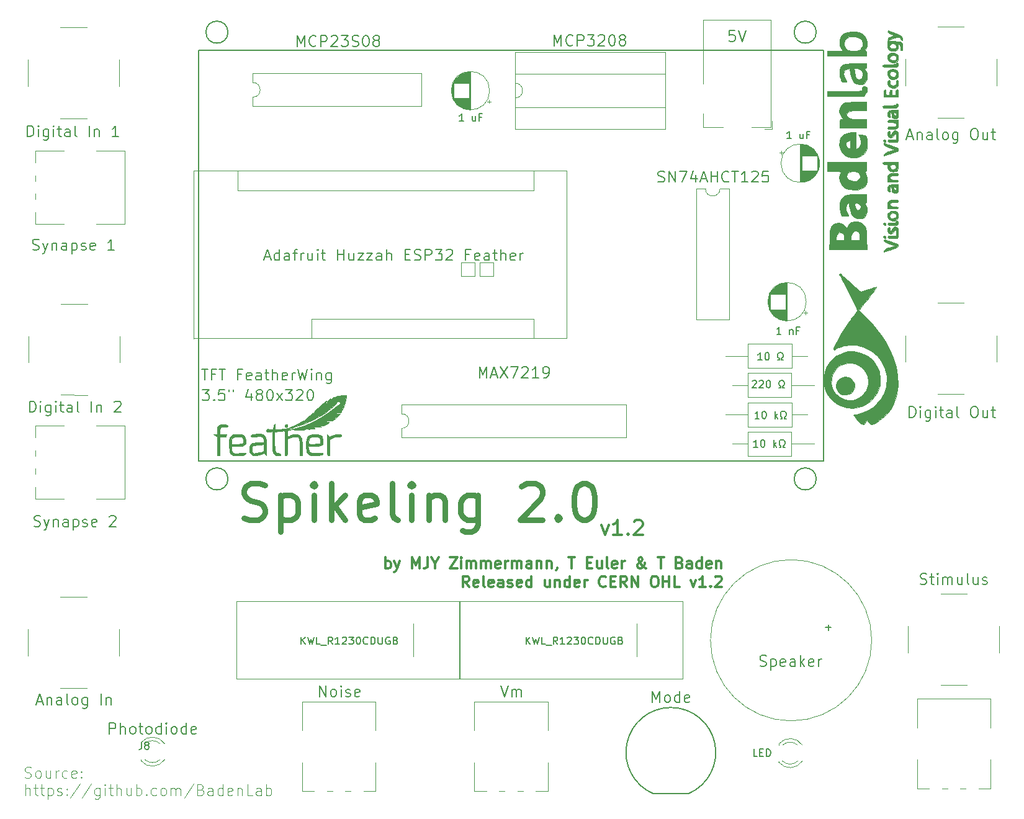
<source format=gbr>
G04 #@! TF.GenerationSoftware,KiCad,Pcbnew,(5.0.0)*
G04 #@! TF.CreationDate,2019-02-04T02:42:20+00:00*
G04 #@! TF.ProjectId,Maxime_Spikeling,4D6178696D655F5370696B656C696E67,rev?*
G04 #@! TF.SameCoordinates,Original*
G04 #@! TF.FileFunction,Legend,Top*
G04 #@! TF.FilePolarity,Positive*
%FSLAX46Y46*%
G04 Gerber Fmt 4.6, Leading zero omitted, Abs format (unit mm)*
G04 Created by KiCad (PCBNEW (5.0.0)) date 02/04/19 02:42:20*
%MOMM*%
%LPD*%
G01*
G04 APERTURE LIST*
%ADD10C,0.300000*%
%ADD11C,0.125000*%
%ADD12C,0.750000*%
%ADD13C,0.120000*%
%ADD14C,0.150000*%
%ADD15C,0.050000*%
%ADD16C,0.010000*%
%ADD17C,0.200000*%
G04 APERTURE END LIST*
D10*
X75262142Y-100303571D02*
X75262142Y-98803571D01*
X75262142Y-99375000D02*
X75404999Y-99303571D01*
X75690714Y-99303571D01*
X75833571Y-99375000D01*
X75904999Y-99446428D01*
X75976428Y-99589285D01*
X75976428Y-100017857D01*
X75904999Y-100160714D01*
X75833571Y-100232142D01*
X75690714Y-100303571D01*
X75404999Y-100303571D01*
X75262142Y-100232142D01*
X76476428Y-99303571D02*
X76833571Y-100303571D01*
X77190714Y-99303571D02*
X76833571Y-100303571D01*
X76690714Y-100660714D01*
X76619285Y-100732142D01*
X76476428Y-100803571D01*
X78904999Y-100303571D02*
X78904999Y-98803571D01*
X79404999Y-99875000D01*
X79904999Y-98803571D01*
X79904999Y-100303571D01*
X81047857Y-98803571D02*
X81047857Y-99875000D01*
X80976428Y-100089285D01*
X80833571Y-100232142D01*
X80619285Y-100303571D01*
X80476428Y-100303571D01*
X82047857Y-99589285D02*
X82047857Y-100303571D01*
X81547857Y-98803571D02*
X82047857Y-99589285D01*
X82547857Y-98803571D01*
X84047857Y-98803571D02*
X85047857Y-98803571D01*
X84047857Y-100303571D01*
X85047857Y-100303571D01*
X85619285Y-100303571D02*
X85619285Y-99303571D01*
X85619285Y-98803571D02*
X85547857Y-98875000D01*
X85619285Y-98946428D01*
X85690714Y-98875000D01*
X85619285Y-98803571D01*
X85619285Y-98946428D01*
X86333571Y-100303571D02*
X86333571Y-99303571D01*
X86333571Y-99446428D02*
X86404999Y-99375000D01*
X86547857Y-99303571D01*
X86762142Y-99303571D01*
X86904999Y-99375000D01*
X86976428Y-99517857D01*
X86976428Y-100303571D01*
X86976428Y-99517857D02*
X87047857Y-99375000D01*
X87190714Y-99303571D01*
X87404999Y-99303571D01*
X87547857Y-99375000D01*
X87619285Y-99517857D01*
X87619285Y-100303571D01*
X88333571Y-100303571D02*
X88333571Y-99303571D01*
X88333571Y-99446428D02*
X88404999Y-99375000D01*
X88547857Y-99303571D01*
X88762142Y-99303571D01*
X88904999Y-99375000D01*
X88976428Y-99517857D01*
X88976428Y-100303571D01*
X88976428Y-99517857D02*
X89047857Y-99375000D01*
X89190714Y-99303571D01*
X89404999Y-99303571D01*
X89547857Y-99375000D01*
X89619285Y-99517857D01*
X89619285Y-100303571D01*
X90904999Y-100232142D02*
X90762142Y-100303571D01*
X90476428Y-100303571D01*
X90333571Y-100232142D01*
X90262142Y-100089285D01*
X90262142Y-99517857D01*
X90333571Y-99375000D01*
X90476428Y-99303571D01*
X90762142Y-99303571D01*
X90904999Y-99375000D01*
X90976428Y-99517857D01*
X90976428Y-99660714D01*
X90262142Y-99803571D01*
X91619285Y-100303571D02*
X91619285Y-99303571D01*
X91619285Y-99589285D02*
X91690714Y-99446428D01*
X91762142Y-99375000D01*
X91904999Y-99303571D01*
X92047857Y-99303571D01*
X92547857Y-100303571D02*
X92547857Y-99303571D01*
X92547857Y-99446428D02*
X92619285Y-99375000D01*
X92762142Y-99303571D01*
X92976428Y-99303571D01*
X93119285Y-99375000D01*
X93190714Y-99517857D01*
X93190714Y-100303571D01*
X93190714Y-99517857D02*
X93262142Y-99375000D01*
X93404999Y-99303571D01*
X93619285Y-99303571D01*
X93762142Y-99375000D01*
X93833571Y-99517857D01*
X93833571Y-100303571D01*
X95190714Y-100303571D02*
X95190714Y-99517857D01*
X95119285Y-99375000D01*
X94976428Y-99303571D01*
X94690714Y-99303571D01*
X94547857Y-99375000D01*
X95190714Y-100232142D02*
X95047857Y-100303571D01*
X94690714Y-100303571D01*
X94547857Y-100232142D01*
X94476428Y-100089285D01*
X94476428Y-99946428D01*
X94547857Y-99803571D01*
X94690714Y-99732142D01*
X95047857Y-99732142D01*
X95190714Y-99660714D01*
X95904999Y-99303571D02*
X95904999Y-100303571D01*
X95904999Y-99446428D02*
X95976428Y-99375000D01*
X96119285Y-99303571D01*
X96333571Y-99303571D01*
X96476428Y-99375000D01*
X96547857Y-99517857D01*
X96547857Y-100303571D01*
X97262142Y-99303571D02*
X97262142Y-100303571D01*
X97262142Y-99446428D02*
X97333571Y-99375000D01*
X97476428Y-99303571D01*
X97690714Y-99303571D01*
X97833571Y-99375000D01*
X97904999Y-99517857D01*
X97904999Y-100303571D01*
X98690714Y-100232142D02*
X98690714Y-100303571D01*
X98619285Y-100446428D01*
X98547857Y-100517857D01*
X100262142Y-98803571D02*
X101119285Y-98803571D01*
X100690714Y-100303571D02*
X100690714Y-98803571D01*
X102762142Y-99517857D02*
X103262142Y-99517857D01*
X103476428Y-100303571D02*
X102762142Y-100303571D01*
X102762142Y-98803571D01*
X103476428Y-98803571D01*
X104762142Y-99303571D02*
X104762142Y-100303571D01*
X104119285Y-99303571D02*
X104119285Y-100089285D01*
X104190714Y-100232142D01*
X104333571Y-100303571D01*
X104547857Y-100303571D01*
X104690714Y-100232142D01*
X104762142Y-100160714D01*
X105690714Y-100303571D02*
X105547857Y-100232142D01*
X105476428Y-100089285D01*
X105476428Y-98803571D01*
X106833571Y-100232142D02*
X106690714Y-100303571D01*
X106404999Y-100303571D01*
X106262142Y-100232142D01*
X106190714Y-100089285D01*
X106190714Y-99517857D01*
X106262142Y-99375000D01*
X106404999Y-99303571D01*
X106690714Y-99303571D01*
X106833571Y-99375000D01*
X106904999Y-99517857D01*
X106904999Y-99660714D01*
X106190714Y-99803571D01*
X107547857Y-100303571D02*
X107547857Y-99303571D01*
X107547857Y-99589285D02*
X107619285Y-99446428D01*
X107690714Y-99375000D01*
X107833571Y-99303571D01*
X107976428Y-99303571D01*
X110833571Y-100303571D02*
X110762142Y-100303571D01*
X110619285Y-100232142D01*
X110404999Y-100017857D01*
X110047857Y-99589285D01*
X109904999Y-99375000D01*
X109833571Y-99160714D01*
X109833571Y-99017857D01*
X109904999Y-98875000D01*
X110047857Y-98803571D01*
X110119285Y-98803571D01*
X110262142Y-98875000D01*
X110333571Y-99017857D01*
X110333571Y-99089285D01*
X110262142Y-99232142D01*
X110190714Y-99303571D01*
X109762142Y-99589285D01*
X109690714Y-99660714D01*
X109619285Y-99803571D01*
X109619285Y-100017857D01*
X109690714Y-100160714D01*
X109762142Y-100232142D01*
X109904999Y-100303571D01*
X110119285Y-100303571D01*
X110262142Y-100232142D01*
X110333571Y-100160714D01*
X110547857Y-99875000D01*
X110619285Y-99660714D01*
X110619285Y-99517857D01*
X112404999Y-98803571D02*
X113262142Y-98803571D01*
X112833571Y-100303571D02*
X112833571Y-98803571D01*
X115404999Y-99517857D02*
X115619285Y-99589285D01*
X115690714Y-99660714D01*
X115762142Y-99803571D01*
X115762142Y-100017857D01*
X115690714Y-100160714D01*
X115619285Y-100232142D01*
X115476428Y-100303571D01*
X114904999Y-100303571D01*
X114904999Y-98803571D01*
X115404999Y-98803571D01*
X115547857Y-98875000D01*
X115619285Y-98946428D01*
X115690714Y-99089285D01*
X115690714Y-99232142D01*
X115619285Y-99375000D01*
X115547857Y-99446428D01*
X115404999Y-99517857D01*
X114904999Y-99517857D01*
X117047857Y-100303571D02*
X117047857Y-99517857D01*
X116976428Y-99375000D01*
X116833571Y-99303571D01*
X116547857Y-99303571D01*
X116404999Y-99375000D01*
X117047857Y-100232142D02*
X116904999Y-100303571D01*
X116547857Y-100303571D01*
X116404999Y-100232142D01*
X116333571Y-100089285D01*
X116333571Y-99946428D01*
X116404999Y-99803571D01*
X116547857Y-99732142D01*
X116904999Y-99732142D01*
X117047857Y-99660714D01*
X118404999Y-100303571D02*
X118404999Y-98803571D01*
X118404999Y-100232142D02*
X118262142Y-100303571D01*
X117976428Y-100303571D01*
X117833571Y-100232142D01*
X117762142Y-100160714D01*
X117690714Y-100017857D01*
X117690714Y-99589285D01*
X117762142Y-99446428D01*
X117833571Y-99375000D01*
X117976428Y-99303571D01*
X118262142Y-99303571D01*
X118404999Y-99375000D01*
X119690714Y-100232142D02*
X119547857Y-100303571D01*
X119262142Y-100303571D01*
X119119285Y-100232142D01*
X119047857Y-100089285D01*
X119047857Y-99517857D01*
X119119285Y-99375000D01*
X119262142Y-99303571D01*
X119547857Y-99303571D01*
X119690714Y-99375000D01*
X119762142Y-99517857D01*
X119762142Y-99660714D01*
X119047857Y-99803571D01*
X120404999Y-99303571D02*
X120404999Y-100303571D01*
X120404999Y-99446428D02*
X120476428Y-99375000D01*
X120619285Y-99303571D01*
X120833571Y-99303571D01*
X120976428Y-99375000D01*
X121047857Y-99517857D01*
X121047857Y-100303571D01*
X86690714Y-102853571D02*
X86190714Y-102139285D01*
X85833571Y-102853571D02*
X85833571Y-101353571D01*
X86405000Y-101353571D01*
X86547857Y-101425000D01*
X86619285Y-101496428D01*
X86690714Y-101639285D01*
X86690714Y-101853571D01*
X86619285Y-101996428D01*
X86547857Y-102067857D01*
X86405000Y-102139285D01*
X85833571Y-102139285D01*
X87905000Y-102782142D02*
X87762142Y-102853571D01*
X87476428Y-102853571D01*
X87333571Y-102782142D01*
X87262142Y-102639285D01*
X87262142Y-102067857D01*
X87333571Y-101925000D01*
X87476428Y-101853571D01*
X87762142Y-101853571D01*
X87905000Y-101925000D01*
X87976428Y-102067857D01*
X87976428Y-102210714D01*
X87262142Y-102353571D01*
X88833571Y-102853571D02*
X88690714Y-102782142D01*
X88619285Y-102639285D01*
X88619285Y-101353571D01*
X89976428Y-102782142D02*
X89833571Y-102853571D01*
X89547857Y-102853571D01*
X89405000Y-102782142D01*
X89333571Y-102639285D01*
X89333571Y-102067857D01*
X89405000Y-101925000D01*
X89547857Y-101853571D01*
X89833571Y-101853571D01*
X89976428Y-101925000D01*
X90047857Y-102067857D01*
X90047857Y-102210714D01*
X89333571Y-102353571D01*
X91333571Y-102853571D02*
X91333571Y-102067857D01*
X91262142Y-101925000D01*
X91119285Y-101853571D01*
X90833571Y-101853571D01*
X90690714Y-101925000D01*
X91333571Y-102782142D02*
X91190714Y-102853571D01*
X90833571Y-102853571D01*
X90690714Y-102782142D01*
X90619285Y-102639285D01*
X90619285Y-102496428D01*
X90690714Y-102353571D01*
X90833571Y-102282142D01*
X91190714Y-102282142D01*
X91333571Y-102210714D01*
X91976428Y-102782142D02*
X92119285Y-102853571D01*
X92405000Y-102853571D01*
X92547857Y-102782142D01*
X92619285Y-102639285D01*
X92619285Y-102567857D01*
X92547857Y-102425000D01*
X92405000Y-102353571D01*
X92190714Y-102353571D01*
X92047857Y-102282142D01*
X91976428Y-102139285D01*
X91976428Y-102067857D01*
X92047857Y-101925000D01*
X92190714Y-101853571D01*
X92405000Y-101853571D01*
X92547857Y-101925000D01*
X93833571Y-102782142D02*
X93690714Y-102853571D01*
X93405000Y-102853571D01*
X93262142Y-102782142D01*
X93190714Y-102639285D01*
X93190714Y-102067857D01*
X93262142Y-101925000D01*
X93405000Y-101853571D01*
X93690714Y-101853571D01*
X93833571Y-101925000D01*
X93905000Y-102067857D01*
X93905000Y-102210714D01*
X93190714Y-102353571D01*
X95190714Y-102853571D02*
X95190714Y-101353571D01*
X95190714Y-102782142D02*
X95047857Y-102853571D01*
X94762142Y-102853571D01*
X94619285Y-102782142D01*
X94547857Y-102710714D01*
X94476428Y-102567857D01*
X94476428Y-102139285D01*
X94547857Y-101996428D01*
X94619285Y-101925000D01*
X94762142Y-101853571D01*
X95047857Y-101853571D01*
X95190714Y-101925000D01*
X97690714Y-101853571D02*
X97690714Y-102853571D01*
X97047857Y-101853571D02*
X97047857Y-102639285D01*
X97119285Y-102782142D01*
X97262142Y-102853571D01*
X97476428Y-102853571D01*
X97619285Y-102782142D01*
X97690714Y-102710714D01*
X98405000Y-101853571D02*
X98405000Y-102853571D01*
X98405000Y-101996428D02*
X98476428Y-101925000D01*
X98619285Y-101853571D01*
X98833571Y-101853571D01*
X98976428Y-101925000D01*
X99047857Y-102067857D01*
X99047857Y-102853571D01*
X100405000Y-102853571D02*
X100405000Y-101353571D01*
X100405000Y-102782142D02*
X100262142Y-102853571D01*
X99976428Y-102853571D01*
X99833571Y-102782142D01*
X99762142Y-102710714D01*
X99690714Y-102567857D01*
X99690714Y-102139285D01*
X99762142Y-101996428D01*
X99833571Y-101925000D01*
X99976428Y-101853571D01*
X100262142Y-101853571D01*
X100405000Y-101925000D01*
X101690714Y-102782142D02*
X101547857Y-102853571D01*
X101262142Y-102853571D01*
X101119285Y-102782142D01*
X101047857Y-102639285D01*
X101047857Y-102067857D01*
X101119285Y-101925000D01*
X101262142Y-101853571D01*
X101547857Y-101853571D01*
X101690714Y-101925000D01*
X101762142Y-102067857D01*
X101762142Y-102210714D01*
X101047857Y-102353571D01*
X102405000Y-102853571D02*
X102405000Y-101853571D01*
X102405000Y-102139285D02*
X102476428Y-101996428D01*
X102547857Y-101925000D01*
X102690714Y-101853571D01*
X102833571Y-101853571D01*
X105333571Y-102710714D02*
X105262142Y-102782142D01*
X105047857Y-102853571D01*
X104905000Y-102853571D01*
X104690714Y-102782142D01*
X104547857Y-102639285D01*
X104476428Y-102496428D01*
X104405000Y-102210714D01*
X104405000Y-101996428D01*
X104476428Y-101710714D01*
X104547857Y-101567857D01*
X104690714Y-101425000D01*
X104905000Y-101353571D01*
X105047857Y-101353571D01*
X105262142Y-101425000D01*
X105333571Y-101496428D01*
X105976428Y-102067857D02*
X106476428Y-102067857D01*
X106690714Y-102853571D02*
X105976428Y-102853571D01*
X105976428Y-101353571D01*
X106690714Y-101353571D01*
X108190714Y-102853571D02*
X107690714Y-102139285D01*
X107333571Y-102853571D02*
X107333571Y-101353571D01*
X107905000Y-101353571D01*
X108047857Y-101425000D01*
X108119285Y-101496428D01*
X108190714Y-101639285D01*
X108190714Y-101853571D01*
X108119285Y-101996428D01*
X108047857Y-102067857D01*
X107905000Y-102139285D01*
X107333571Y-102139285D01*
X108833571Y-102853571D02*
X108833571Y-101353571D01*
X109690714Y-102853571D01*
X109690714Y-101353571D01*
X111833571Y-101353571D02*
X112119285Y-101353571D01*
X112262142Y-101425000D01*
X112404999Y-101567857D01*
X112476428Y-101853571D01*
X112476428Y-102353571D01*
X112404999Y-102639285D01*
X112262142Y-102782142D01*
X112119285Y-102853571D01*
X111833571Y-102853571D01*
X111690714Y-102782142D01*
X111547857Y-102639285D01*
X111476428Y-102353571D01*
X111476428Y-101853571D01*
X111547857Y-101567857D01*
X111690714Y-101425000D01*
X111833571Y-101353571D01*
X113119285Y-102853571D02*
X113119285Y-101353571D01*
X113119285Y-102067857D02*
X113976428Y-102067857D01*
X113976428Y-102853571D02*
X113976428Y-101353571D01*
X115404999Y-102853571D02*
X114690714Y-102853571D01*
X114690714Y-101353571D01*
X116904999Y-101853571D02*
X117262142Y-102853571D01*
X117619285Y-101853571D01*
X118976428Y-102853571D02*
X118119285Y-102853571D01*
X118547857Y-102853571D02*
X118547857Y-101353571D01*
X118404999Y-101567857D01*
X118262142Y-101710714D01*
X118119285Y-101782142D01*
X119619285Y-102710714D02*
X119690714Y-102782142D01*
X119619285Y-102853571D01*
X119547857Y-102782142D01*
X119619285Y-102710714D01*
X119619285Y-102853571D01*
X120262142Y-101496428D02*
X120333571Y-101425000D01*
X120476428Y-101353571D01*
X120833571Y-101353571D01*
X120976428Y-101425000D01*
X121047857Y-101496428D01*
X121119285Y-101639285D01*
X121119285Y-101782142D01*
X121047857Y-101996428D01*
X120190714Y-102853571D01*
X121119285Y-102853571D01*
D11*
X26066964Y-128819642D02*
X26281250Y-128891071D01*
X26638392Y-128891071D01*
X26781250Y-128819642D01*
X26852678Y-128748214D01*
X26924107Y-128605357D01*
X26924107Y-128462500D01*
X26852678Y-128319642D01*
X26781250Y-128248214D01*
X26638392Y-128176785D01*
X26352678Y-128105357D01*
X26209821Y-128033928D01*
X26138392Y-127962500D01*
X26066964Y-127819642D01*
X26066964Y-127676785D01*
X26138392Y-127533928D01*
X26209821Y-127462500D01*
X26352678Y-127391071D01*
X26709821Y-127391071D01*
X26924107Y-127462500D01*
X27781250Y-128891071D02*
X27638392Y-128819642D01*
X27566964Y-128748214D01*
X27495535Y-128605357D01*
X27495535Y-128176785D01*
X27566964Y-128033928D01*
X27638392Y-127962500D01*
X27781250Y-127891071D01*
X27995535Y-127891071D01*
X28138392Y-127962500D01*
X28209821Y-128033928D01*
X28281250Y-128176785D01*
X28281250Y-128605357D01*
X28209821Y-128748214D01*
X28138392Y-128819642D01*
X27995535Y-128891071D01*
X27781250Y-128891071D01*
X29566964Y-127891071D02*
X29566964Y-128891071D01*
X28924107Y-127891071D02*
X28924107Y-128676785D01*
X28995535Y-128819642D01*
X29138392Y-128891071D01*
X29352678Y-128891071D01*
X29495535Y-128819642D01*
X29566964Y-128748214D01*
X30281250Y-128891071D02*
X30281250Y-127891071D01*
X30281250Y-128176785D02*
X30352678Y-128033928D01*
X30424107Y-127962500D01*
X30566964Y-127891071D01*
X30709821Y-127891071D01*
X31852678Y-128819642D02*
X31709821Y-128891071D01*
X31424107Y-128891071D01*
X31281250Y-128819642D01*
X31209821Y-128748214D01*
X31138392Y-128605357D01*
X31138392Y-128176785D01*
X31209821Y-128033928D01*
X31281250Y-127962500D01*
X31424107Y-127891071D01*
X31709821Y-127891071D01*
X31852678Y-127962500D01*
X33066964Y-128819642D02*
X32924107Y-128891071D01*
X32638392Y-128891071D01*
X32495535Y-128819642D01*
X32424107Y-128676785D01*
X32424107Y-128105357D01*
X32495535Y-127962500D01*
X32638392Y-127891071D01*
X32924107Y-127891071D01*
X33066964Y-127962500D01*
X33138392Y-128105357D01*
X33138392Y-128248214D01*
X32424107Y-128391071D01*
X33781250Y-128748214D02*
X33852678Y-128819642D01*
X33781250Y-128891071D01*
X33709821Y-128819642D01*
X33781250Y-128748214D01*
X33781250Y-128891071D01*
X33781250Y-127962500D02*
X33852678Y-128033928D01*
X33781250Y-128105357D01*
X33709821Y-128033928D01*
X33781250Y-127962500D01*
X33781250Y-128105357D01*
X26138392Y-131266071D02*
X26138392Y-129766071D01*
X26781250Y-131266071D02*
X26781250Y-130480357D01*
X26709821Y-130337500D01*
X26566964Y-130266071D01*
X26352678Y-130266071D01*
X26209821Y-130337500D01*
X26138392Y-130408928D01*
X27281250Y-130266071D02*
X27852678Y-130266071D01*
X27495535Y-129766071D02*
X27495535Y-131051785D01*
X27566964Y-131194642D01*
X27709821Y-131266071D01*
X27852678Y-131266071D01*
X28138392Y-130266071D02*
X28709821Y-130266071D01*
X28352678Y-129766071D02*
X28352678Y-131051785D01*
X28424107Y-131194642D01*
X28566964Y-131266071D01*
X28709821Y-131266071D01*
X29209821Y-130266071D02*
X29209821Y-131766071D01*
X29209821Y-130337500D02*
X29352678Y-130266071D01*
X29638392Y-130266071D01*
X29781250Y-130337500D01*
X29852678Y-130408928D01*
X29924107Y-130551785D01*
X29924107Y-130980357D01*
X29852678Y-131123214D01*
X29781250Y-131194642D01*
X29638392Y-131266071D01*
X29352678Y-131266071D01*
X29209821Y-131194642D01*
X30495535Y-131194642D02*
X30638392Y-131266071D01*
X30924107Y-131266071D01*
X31066964Y-131194642D01*
X31138392Y-131051785D01*
X31138392Y-130980357D01*
X31066964Y-130837500D01*
X30924107Y-130766071D01*
X30709821Y-130766071D01*
X30566964Y-130694642D01*
X30495535Y-130551785D01*
X30495535Y-130480357D01*
X30566964Y-130337500D01*
X30709821Y-130266071D01*
X30924107Y-130266071D01*
X31066964Y-130337500D01*
X31781250Y-131123214D02*
X31852678Y-131194642D01*
X31781250Y-131266071D01*
X31709821Y-131194642D01*
X31781250Y-131123214D01*
X31781250Y-131266071D01*
X31781250Y-130337500D02*
X31852678Y-130408928D01*
X31781250Y-130480357D01*
X31709821Y-130408928D01*
X31781250Y-130337500D01*
X31781250Y-130480357D01*
X33566964Y-129694642D02*
X32281250Y-131623214D01*
X35138392Y-129694642D02*
X33852678Y-131623214D01*
X36281250Y-130266071D02*
X36281250Y-131480357D01*
X36209821Y-131623214D01*
X36138392Y-131694642D01*
X35995535Y-131766071D01*
X35781250Y-131766071D01*
X35638392Y-131694642D01*
X36281250Y-131194642D02*
X36138392Y-131266071D01*
X35852678Y-131266071D01*
X35709821Y-131194642D01*
X35638392Y-131123214D01*
X35566964Y-130980357D01*
X35566964Y-130551785D01*
X35638392Y-130408928D01*
X35709821Y-130337500D01*
X35852678Y-130266071D01*
X36138392Y-130266071D01*
X36281250Y-130337500D01*
X36995535Y-131266071D02*
X36995535Y-130266071D01*
X36995535Y-129766071D02*
X36924107Y-129837500D01*
X36995535Y-129908928D01*
X37066964Y-129837500D01*
X36995535Y-129766071D01*
X36995535Y-129908928D01*
X37495535Y-130266071D02*
X38066964Y-130266071D01*
X37709821Y-129766071D02*
X37709821Y-131051785D01*
X37781250Y-131194642D01*
X37924107Y-131266071D01*
X38066964Y-131266071D01*
X38566964Y-131266071D02*
X38566964Y-129766071D01*
X39209821Y-131266071D02*
X39209821Y-130480357D01*
X39138392Y-130337500D01*
X38995535Y-130266071D01*
X38781250Y-130266071D01*
X38638392Y-130337500D01*
X38566964Y-130408928D01*
X40566964Y-130266071D02*
X40566964Y-131266071D01*
X39924107Y-130266071D02*
X39924107Y-131051785D01*
X39995535Y-131194642D01*
X40138392Y-131266071D01*
X40352678Y-131266071D01*
X40495535Y-131194642D01*
X40566964Y-131123214D01*
X41281250Y-131266071D02*
X41281250Y-129766071D01*
X41281250Y-130337500D02*
X41424107Y-130266071D01*
X41709821Y-130266071D01*
X41852678Y-130337500D01*
X41924107Y-130408928D01*
X41995535Y-130551785D01*
X41995535Y-130980357D01*
X41924107Y-131123214D01*
X41852678Y-131194642D01*
X41709821Y-131266071D01*
X41424107Y-131266071D01*
X41281250Y-131194642D01*
X42638392Y-131123214D02*
X42709821Y-131194642D01*
X42638392Y-131266071D01*
X42566964Y-131194642D01*
X42638392Y-131123214D01*
X42638392Y-131266071D01*
X43995535Y-131194642D02*
X43852678Y-131266071D01*
X43566964Y-131266071D01*
X43424107Y-131194642D01*
X43352678Y-131123214D01*
X43281250Y-130980357D01*
X43281250Y-130551785D01*
X43352678Y-130408928D01*
X43424107Y-130337500D01*
X43566964Y-130266071D01*
X43852678Y-130266071D01*
X43995535Y-130337500D01*
X44852678Y-131266071D02*
X44709821Y-131194642D01*
X44638392Y-131123214D01*
X44566964Y-130980357D01*
X44566964Y-130551785D01*
X44638392Y-130408928D01*
X44709821Y-130337500D01*
X44852678Y-130266071D01*
X45066964Y-130266071D01*
X45209821Y-130337500D01*
X45281250Y-130408928D01*
X45352678Y-130551785D01*
X45352678Y-130980357D01*
X45281250Y-131123214D01*
X45209821Y-131194642D01*
X45066964Y-131266071D01*
X44852678Y-131266071D01*
X45995535Y-131266071D02*
X45995535Y-130266071D01*
X45995535Y-130408928D02*
X46066964Y-130337500D01*
X46209821Y-130266071D01*
X46424107Y-130266071D01*
X46566964Y-130337500D01*
X46638392Y-130480357D01*
X46638392Y-131266071D01*
X46638392Y-130480357D02*
X46709821Y-130337500D01*
X46852678Y-130266071D01*
X47066964Y-130266071D01*
X47209821Y-130337500D01*
X47281250Y-130480357D01*
X47281250Y-131266071D01*
X49066964Y-129694642D02*
X47781250Y-131623214D01*
X50066964Y-130480357D02*
X50281250Y-130551785D01*
X50352678Y-130623214D01*
X50424107Y-130766071D01*
X50424107Y-130980357D01*
X50352678Y-131123214D01*
X50281250Y-131194642D01*
X50138392Y-131266071D01*
X49566964Y-131266071D01*
X49566964Y-129766071D01*
X50066964Y-129766071D01*
X50209821Y-129837500D01*
X50281250Y-129908928D01*
X50352678Y-130051785D01*
X50352678Y-130194642D01*
X50281250Y-130337500D01*
X50209821Y-130408928D01*
X50066964Y-130480357D01*
X49566964Y-130480357D01*
X51709821Y-131266071D02*
X51709821Y-130480357D01*
X51638392Y-130337500D01*
X51495535Y-130266071D01*
X51209821Y-130266071D01*
X51066964Y-130337500D01*
X51709821Y-131194642D02*
X51566964Y-131266071D01*
X51209821Y-131266071D01*
X51066964Y-131194642D01*
X50995535Y-131051785D01*
X50995535Y-130908928D01*
X51066964Y-130766071D01*
X51209821Y-130694642D01*
X51566964Y-130694642D01*
X51709821Y-130623214D01*
X53066964Y-131266071D02*
X53066964Y-129766071D01*
X53066964Y-131194642D02*
X52924107Y-131266071D01*
X52638392Y-131266071D01*
X52495535Y-131194642D01*
X52424107Y-131123214D01*
X52352678Y-130980357D01*
X52352678Y-130551785D01*
X52424107Y-130408928D01*
X52495535Y-130337500D01*
X52638392Y-130266071D01*
X52924107Y-130266071D01*
X53066964Y-130337500D01*
X54352678Y-131194642D02*
X54209821Y-131266071D01*
X53924107Y-131266071D01*
X53781250Y-131194642D01*
X53709821Y-131051785D01*
X53709821Y-130480357D01*
X53781250Y-130337500D01*
X53924107Y-130266071D01*
X54209821Y-130266071D01*
X54352678Y-130337500D01*
X54424107Y-130480357D01*
X54424107Y-130623214D01*
X53709821Y-130766071D01*
X55066964Y-130266071D02*
X55066964Y-131266071D01*
X55066964Y-130408928D02*
X55138392Y-130337500D01*
X55281250Y-130266071D01*
X55495535Y-130266071D01*
X55638392Y-130337500D01*
X55709821Y-130480357D01*
X55709821Y-131266071D01*
X57138392Y-131266071D02*
X56424107Y-131266071D01*
X56424107Y-129766071D01*
X58281250Y-131266071D02*
X58281250Y-130480357D01*
X58209821Y-130337500D01*
X58066964Y-130266071D01*
X57781250Y-130266071D01*
X57638392Y-130337500D01*
X58281250Y-131194642D02*
X58138392Y-131266071D01*
X57781250Y-131266071D01*
X57638392Y-131194642D01*
X57566964Y-131051785D01*
X57566964Y-130908928D01*
X57638392Y-130766071D01*
X57781250Y-130694642D01*
X58138392Y-130694642D01*
X58281250Y-130623214D01*
X58995535Y-131266071D02*
X58995535Y-129766071D01*
X58995535Y-130337500D02*
X59138392Y-130266071D01*
X59424107Y-130266071D01*
X59566964Y-130337500D01*
X59638392Y-130408928D01*
X59709821Y-130551785D01*
X59709821Y-130980357D01*
X59638392Y-131123214D01*
X59566964Y-131194642D01*
X59424107Y-131266071D01*
X59138392Y-131266071D01*
X58995535Y-131194642D01*
D10*
X104742857Y-94371428D02*
X105219047Y-95704761D01*
X105695238Y-94371428D01*
X107504761Y-95704761D02*
X106361904Y-95704761D01*
X106933333Y-95704761D02*
X106933333Y-93704761D01*
X106742857Y-93990476D01*
X106552380Y-94180952D01*
X106361904Y-94276190D01*
X108361904Y-95514285D02*
X108457142Y-95609523D01*
X108361904Y-95704761D01*
X108266666Y-95609523D01*
X108361904Y-95514285D01*
X108361904Y-95704761D01*
X109219047Y-93895238D02*
X109314285Y-93800000D01*
X109504761Y-93704761D01*
X109980952Y-93704761D01*
X110171428Y-93800000D01*
X110266666Y-93895238D01*
X110361904Y-94085714D01*
X110361904Y-94276190D01*
X110266666Y-94561904D01*
X109123809Y-95704761D01*
X110361904Y-95704761D01*
D12*
X55966666Y-93423809D02*
X56680952Y-93661904D01*
X57871428Y-93661904D01*
X58347619Y-93423809D01*
X58585714Y-93185714D01*
X58823809Y-92709523D01*
X58823809Y-92233333D01*
X58585714Y-91757142D01*
X58347619Y-91519047D01*
X57871428Y-91280952D01*
X56919047Y-91042857D01*
X56442857Y-90804761D01*
X56204761Y-90566666D01*
X55966666Y-90090476D01*
X55966666Y-89614285D01*
X56204761Y-89138095D01*
X56442857Y-88900000D01*
X56919047Y-88661904D01*
X58109523Y-88661904D01*
X58823809Y-88900000D01*
X60966666Y-90328571D02*
X60966666Y-95328571D01*
X60966666Y-90566666D02*
X61442857Y-90328571D01*
X62395238Y-90328571D01*
X62871428Y-90566666D01*
X63109523Y-90804761D01*
X63347619Y-91280952D01*
X63347619Y-92709523D01*
X63109523Y-93185714D01*
X62871428Y-93423809D01*
X62395238Y-93661904D01*
X61442857Y-93661904D01*
X60966666Y-93423809D01*
X65490476Y-93661904D02*
X65490476Y-90328571D01*
X65490476Y-88661904D02*
X65252380Y-88900000D01*
X65490476Y-89138095D01*
X65728571Y-88900000D01*
X65490476Y-88661904D01*
X65490476Y-89138095D01*
X67871428Y-93661904D02*
X67871428Y-88661904D01*
X68347619Y-91757142D02*
X69776190Y-93661904D01*
X69776190Y-90328571D02*
X67871428Y-92233333D01*
X73823809Y-93423809D02*
X73347619Y-93661904D01*
X72395238Y-93661904D01*
X71919047Y-93423809D01*
X71680952Y-92947619D01*
X71680952Y-91042857D01*
X71919047Y-90566666D01*
X72395238Y-90328571D01*
X73347619Y-90328571D01*
X73823809Y-90566666D01*
X74061904Y-91042857D01*
X74061904Y-91519047D01*
X71680952Y-91995238D01*
X76919047Y-93661904D02*
X76442857Y-93423809D01*
X76204761Y-92947619D01*
X76204761Y-88661904D01*
X78823809Y-93661904D02*
X78823809Y-90328571D01*
X78823809Y-88661904D02*
X78585714Y-88900000D01*
X78823809Y-89138095D01*
X79061904Y-88900000D01*
X78823809Y-88661904D01*
X78823809Y-89138095D01*
X81204761Y-90328571D02*
X81204761Y-93661904D01*
X81204761Y-90804761D02*
X81442857Y-90566666D01*
X81919047Y-90328571D01*
X82633333Y-90328571D01*
X83109523Y-90566666D01*
X83347619Y-91042857D01*
X83347619Y-93661904D01*
X87871428Y-90328571D02*
X87871428Y-94376190D01*
X87633333Y-94852380D01*
X87395238Y-95090476D01*
X86919047Y-95328571D01*
X86204761Y-95328571D01*
X85728571Y-95090476D01*
X87871428Y-93423809D02*
X87395238Y-93661904D01*
X86442857Y-93661904D01*
X85966666Y-93423809D01*
X85728571Y-93185714D01*
X85490476Y-92709523D01*
X85490476Y-91280952D01*
X85728571Y-90804761D01*
X85966666Y-90566666D01*
X86442857Y-90328571D01*
X87395238Y-90328571D01*
X87871428Y-90566666D01*
X93823809Y-89138095D02*
X94061904Y-88900000D01*
X94538095Y-88661904D01*
X95728571Y-88661904D01*
X96204761Y-88900000D01*
X96442857Y-89138095D01*
X96680952Y-89614285D01*
X96680952Y-90090476D01*
X96442857Y-90804761D01*
X93585714Y-93661904D01*
X96680952Y-93661904D01*
X98823809Y-93185714D02*
X99061904Y-93423809D01*
X98823809Y-93661904D01*
X98585714Y-93423809D01*
X98823809Y-93185714D01*
X98823809Y-93661904D01*
X102157142Y-88661904D02*
X102633333Y-88661904D01*
X103109523Y-88900000D01*
X103347619Y-89138095D01*
X103585714Y-89614285D01*
X103823809Y-90566666D01*
X103823809Y-91757142D01*
X103585714Y-92709523D01*
X103347619Y-93185714D01*
X103109523Y-93423809D01*
X102633333Y-93661904D01*
X102157142Y-93661904D01*
X101680952Y-93423809D01*
X101442857Y-93185714D01*
X101204761Y-92709523D01*
X100966666Y-91757142D01*
X100966666Y-90566666D01*
X101204761Y-89614285D01*
X101442857Y-89138095D01*
X101680952Y-88900000D01*
X102157142Y-88661904D01*
D13*
G04 #@! TO.C,*
X85610000Y-58550000D02*
X85610000Y-60450000D01*
X85610000Y-60450000D02*
X87460000Y-60450000D01*
X87460000Y-60450000D02*
X87460000Y-58600000D01*
X87460000Y-58600000D02*
X87460000Y-58550000D01*
X87460000Y-58550000D02*
X85610000Y-58550000D01*
X122160000Y-48470000D02*
X120910000Y-48470000D01*
X122160000Y-66370000D02*
X122160000Y-48470000D01*
X117660000Y-66370000D02*
X122160000Y-66370000D01*
X117660000Y-48470000D02*
X117660000Y-66370000D01*
X118910000Y-48470000D02*
X117660000Y-48470000D01*
X120910000Y-48470000D02*
G75*
G02X118910000Y-48470000I-1000000J0D01*
G01*
D14*
X49730000Y-29600000D02*
X135070000Y-29600000D01*
X49730000Y-85600000D02*
X135070000Y-85600000D01*
X135070000Y-29600000D02*
X135070000Y-85600000D01*
X49730000Y-85600000D02*
X49730000Y-29600000D01*
D13*
X95470000Y-48710000D02*
X95470000Y-46040000D01*
X95580000Y-46040000D02*
X49110000Y-46040000D01*
X99950000Y-46040000D02*
X95470000Y-46040000D01*
X95470000Y-66240000D02*
X95470000Y-68910000D01*
X95480000Y-66220000D02*
X65210000Y-66220000D01*
X65210000Y-66240000D02*
X65210000Y-68910000D01*
X95470000Y-48690000D02*
X55080000Y-48690000D01*
X55100000Y-48730000D02*
X55100000Y-46060000D01*
X49100000Y-46040000D02*
X49100000Y-68930000D01*
X49100000Y-68910000D02*
X99950000Y-68910000D01*
X99950000Y-68910000D02*
X99950000Y-46040000D01*
D14*
X134030000Y-88080000D02*
G75*
G03X134030000Y-88080000I-1500000J0D01*
G01*
X134030000Y-27120000D02*
G75*
G03X134030000Y-27120000I-1500000J0D01*
G01*
X53770000Y-27120000D02*
G75*
G03X53770000Y-27120000I-1500000J0D01*
G01*
X53770000Y-88080000D02*
G75*
G03X53770000Y-88080000I-1500000J0D01*
G01*
D13*
G04 #@! TO.C,Digital In 1*
X26480000Y-30900000D02*
X26480000Y-34500000D01*
X38920000Y-30900000D02*
X38920000Y-34500000D01*
X30900000Y-38920000D02*
X34500000Y-38922000D01*
X30900000Y-26480000D02*
X34500000Y-26480000D01*
G04 #@! TO.C,Digital In 2*
X26580000Y-68600000D02*
X26580000Y-72200000D01*
X39020000Y-68600000D02*
X39020000Y-72200000D01*
X31000000Y-76620000D02*
X34600000Y-76622000D01*
X31000000Y-64180000D02*
X34600000Y-64180000D01*
G04 #@! TO.C,Analog In*
X26480000Y-108600000D02*
X26480000Y-112200000D01*
X38920000Y-108600000D02*
X38920000Y-112200000D01*
X30900000Y-116620000D02*
X34500000Y-116622000D01*
X30900000Y-104180000D02*
X34500000Y-104180000D01*
G04 #@! TO.C,Stimulus*
X146580000Y-108200000D02*
X146580000Y-111800000D01*
X159020000Y-108200000D02*
X159020000Y-111800000D01*
X151000000Y-116220000D02*
X154600000Y-116222000D01*
X151000000Y-103780000D02*
X154600000Y-103780000D01*
G04 #@! TO.C,Digital Out*
X146180000Y-68500000D02*
X146180000Y-72100000D01*
X158620000Y-68500000D02*
X158620000Y-72100000D01*
X150600000Y-76520000D02*
X154200000Y-76522000D01*
X150600000Y-64080000D02*
X154200000Y-64080000D01*
G04 #@! TO.C,Analog Out*
X146180000Y-30800000D02*
X146180000Y-34400000D01*
X158620000Y-30800000D02*
X158620000Y-34400000D01*
X150600000Y-38820000D02*
X154200000Y-38822000D01*
X150600000Y-26380000D02*
X154200000Y-26380000D01*
G04 #@! TO.C,*
X92910000Y-29840000D02*
X92910000Y-40340000D01*
X113470000Y-29840000D02*
X92910000Y-29840000D01*
X113470000Y-40340000D02*
X113470000Y-29840000D01*
X92910000Y-40340000D02*
X113470000Y-40340000D01*
X92970000Y-32840000D02*
X92970000Y-34090000D01*
X113410000Y-32840000D02*
X92970000Y-32840000D01*
X113410000Y-37340000D02*
X113410000Y-32840000D01*
X92970000Y-37340000D02*
X113410000Y-37340000D01*
X92970000Y-36090000D02*
X92970000Y-37340000D01*
X92970000Y-34090000D02*
G75*
G02X92970000Y-36090000I0J-1000000D01*
G01*
D15*
X54900000Y-104810000D02*
X54900000Y-115360000D01*
X85300000Y-104810000D02*
X54900000Y-104810000D01*
X85300000Y-115360000D02*
X85300000Y-104810000D01*
X54900000Y-115360000D02*
X85300000Y-115360000D01*
D13*
X79050000Y-112350000D02*
X79050000Y-107850000D01*
D15*
X85400000Y-104810000D02*
X85400000Y-115360000D01*
X115800000Y-104810000D02*
X85400000Y-104810000D01*
X115800000Y-115360000D02*
X115800000Y-104810000D01*
X85400000Y-115360000D02*
X115800000Y-115360000D01*
D13*
X109550000Y-112350000D02*
X109550000Y-107850000D01*
G04 #@! TO.C,Speaker*
X141600000Y-110100000D02*
G75*
G03X141600000Y-110100000I-11000000J0D01*
G01*
D14*
G04 #@! TO.C,Mode*
X116590000Y-131040000D02*
X111810000Y-131040000D01*
X116596843Y-131037095D02*
G75*
G03X111810000Y-131040000I-2396843J5637095D01*
G01*
D13*
G04 #@! TO.C,Vm*
X87379000Y-130720000D02*
X87379000Y-126783000D01*
X87379000Y-122416000D02*
X87379000Y-118480000D01*
X97420000Y-130720000D02*
X97420000Y-126783000D01*
X97420000Y-122416000D02*
X97420000Y-118480000D01*
X87379000Y-130720000D02*
X89029000Y-130720000D01*
X90771000Y-130720000D02*
X91530000Y-130720000D01*
X93271000Y-130720000D02*
X94030000Y-130720000D01*
X95770000Y-130720000D02*
X97420000Y-130720000D01*
X87379000Y-118480000D02*
X97420000Y-118480000D01*
G04 #@! TO.C,*
X63879000Y-130720000D02*
X63879000Y-126783000D01*
X63879000Y-122416000D02*
X63879000Y-118480000D01*
X73920000Y-130720000D02*
X73920000Y-126783000D01*
X73920000Y-122416000D02*
X73920000Y-118480000D01*
X63879000Y-130720000D02*
X65529000Y-130720000D01*
X67271000Y-130720000D02*
X68030000Y-130720000D01*
X69771000Y-130720000D02*
X70530000Y-130720000D01*
X72270000Y-130720000D02*
X73920000Y-130720000D01*
X63879000Y-118480000D02*
X73920000Y-118480000D01*
X77470000Y-77940000D02*
X77470000Y-79190000D01*
X108070000Y-77940000D02*
X77470000Y-77940000D01*
X108070000Y-82440000D02*
X108070000Y-77940000D01*
X77470000Y-82440000D02*
X108070000Y-82440000D01*
X77470000Y-81190000D02*
X77470000Y-82440000D01*
X77470000Y-79190000D02*
G75*
G02X77470000Y-81190000I0J-1000000D01*
G01*
X57170000Y-32740000D02*
X57170000Y-33990000D01*
X80150000Y-32740000D02*
X57170000Y-32740000D01*
X80150000Y-37240000D02*
X80150000Y-32740000D01*
X57170000Y-37240000D02*
X80150000Y-37240000D01*
X57170000Y-35990000D02*
X57170000Y-37240000D01*
X57170000Y-33990000D02*
G75*
G02X57170000Y-35990000I0J-1000000D01*
G01*
G04 #@! TO.C,J8*
X45142335Y-124221392D02*
G75*
G03X41910000Y-124064484I-1672335J-1078608D01*
G01*
X45142335Y-126378608D02*
G75*
G02X41910000Y-126535516I-1672335J1078608D01*
G01*
X44511130Y-124220163D02*
G75*
G03X42429039Y-124220000I-1041130J-1079837D01*
G01*
X44511130Y-126379837D02*
G75*
G02X42429039Y-126380000I-1041130J1079837D01*
G01*
X41910000Y-124064000D02*
X41910000Y-124220000D01*
X41910000Y-126380000D02*
X41910000Y-126536000D01*
G04 #@! TO.C,10 k\03A9*
X130740000Y-80960000D02*
X130740000Y-77640000D01*
X130740000Y-77640000D02*
X124740000Y-77640000D01*
X124740000Y-77640000D02*
X124740000Y-80960000D01*
X124740000Y-80960000D02*
X130740000Y-80960000D01*
X132820000Y-79300000D02*
X130740000Y-79300000D01*
X124740000Y-79300000D02*
X121620000Y-79300000D01*
G04 #@! TO.C,*
X130660000Y-83300000D02*
X133780000Y-83300000D01*
X122580000Y-83300000D02*
X124660000Y-83300000D01*
X130660000Y-81640000D02*
X124660000Y-81640000D01*
X130660000Y-84960000D02*
X130660000Y-81640000D01*
X124660000Y-84960000D02*
X130660000Y-84960000D01*
X124660000Y-81640000D02*
X124660000Y-84960000D01*
X147779000Y-130320000D02*
X147779000Y-126383000D01*
X147779000Y-122016000D02*
X147779000Y-118080000D01*
X157820000Y-130320000D02*
X157820000Y-126383000D01*
X157820000Y-122016000D02*
X157820000Y-118080000D01*
X147779000Y-130320000D02*
X149429000Y-130320000D01*
X151171000Y-130320000D02*
X151930000Y-130320000D01*
X153671000Y-130320000D02*
X154430000Y-130320000D01*
X156170000Y-130320000D02*
X157820000Y-130320000D01*
X147779000Y-118080000D02*
X157820000Y-118080000D01*
G04 #@! TO.C,Synapse 1*
X39720000Y-43279000D02*
X39720000Y-53320000D01*
X27480000Y-51670000D02*
X27480000Y-53320000D01*
X27480000Y-49171000D02*
X27480000Y-49930000D01*
X27480000Y-46671000D02*
X27480000Y-47430000D01*
X27480000Y-43279000D02*
X27480000Y-44929000D01*
X35784000Y-53320000D02*
X39720000Y-53320000D01*
X27480000Y-53320000D02*
X31417000Y-53320000D01*
X35784000Y-43279000D02*
X39720000Y-43279000D01*
X27480000Y-43279000D02*
X31417000Y-43279000D01*
G04 #@! TO.C,Synapse 2*
X39720000Y-80779000D02*
X39720000Y-90820000D01*
X27480000Y-89170000D02*
X27480000Y-90820000D01*
X27480000Y-86671000D02*
X27480000Y-87430000D01*
X27480000Y-84171000D02*
X27480000Y-84930000D01*
X27480000Y-80779000D02*
X27480000Y-82429000D01*
X35784000Y-90820000D02*
X39720000Y-90820000D01*
X27480000Y-90820000D02*
X31417000Y-90820000D01*
X35784000Y-80779000D02*
X39720000Y-80779000D01*
X27480000Y-80779000D02*
X31417000Y-80779000D01*
G04 #@! TO.C,1 uF*
X134470000Y-45000000D02*
G75*
G03X134470000Y-45000000I-2620000J0D01*
G01*
X131850000Y-42420000D02*
X131850000Y-47580000D01*
X131890000Y-42420000D02*
X131890000Y-47580000D01*
X131930000Y-42421000D02*
X131930000Y-47579000D01*
X131970000Y-42422000D02*
X131970000Y-47578000D01*
X132010000Y-42424000D02*
X132010000Y-47576000D01*
X132050000Y-42427000D02*
X132050000Y-47573000D01*
X132090000Y-42431000D02*
X132090000Y-43960000D01*
X132090000Y-46040000D02*
X132090000Y-47569000D01*
X132130000Y-42435000D02*
X132130000Y-43960000D01*
X132130000Y-46040000D02*
X132130000Y-47565000D01*
X132170000Y-42439000D02*
X132170000Y-43960000D01*
X132170000Y-46040000D02*
X132170000Y-47561000D01*
X132210000Y-42444000D02*
X132210000Y-43960000D01*
X132210000Y-46040000D02*
X132210000Y-47556000D01*
X132250000Y-42450000D02*
X132250000Y-43960000D01*
X132250000Y-46040000D02*
X132250000Y-47550000D01*
X132290000Y-42457000D02*
X132290000Y-43960000D01*
X132290000Y-46040000D02*
X132290000Y-47543000D01*
X132330000Y-42464000D02*
X132330000Y-43960000D01*
X132330000Y-46040000D02*
X132330000Y-47536000D01*
X132370000Y-42472000D02*
X132370000Y-43960000D01*
X132370000Y-46040000D02*
X132370000Y-47528000D01*
X132410000Y-42480000D02*
X132410000Y-43960000D01*
X132410000Y-46040000D02*
X132410000Y-47520000D01*
X132450000Y-42489000D02*
X132450000Y-43960000D01*
X132450000Y-46040000D02*
X132450000Y-47511000D01*
X132490000Y-42499000D02*
X132490000Y-43960000D01*
X132490000Y-46040000D02*
X132490000Y-47501000D01*
X132530000Y-42509000D02*
X132530000Y-43960000D01*
X132530000Y-46040000D02*
X132530000Y-47491000D01*
X132571000Y-42520000D02*
X132571000Y-43960000D01*
X132571000Y-46040000D02*
X132571000Y-47480000D01*
X132611000Y-42532000D02*
X132611000Y-43960000D01*
X132611000Y-46040000D02*
X132611000Y-47468000D01*
X132651000Y-42545000D02*
X132651000Y-43960000D01*
X132651000Y-46040000D02*
X132651000Y-47455000D01*
X132691000Y-42558000D02*
X132691000Y-43960000D01*
X132691000Y-46040000D02*
X132691000Y-47442000D01*
X132731000Y-42572000D02*
X132731000Y-43960000D01*
X132731000Y-46040000D02*
X132731000Y-47428000D01*
X132771000Y-42586000D02*
X132771000Y-43960000D01*
X132771000Y-46040000D02*
X132771000Y-47414000D01*
X132811000Y-42602000D02*
X132811000Y-43960000D01*
X132811000Y-46040000D02*
X132811000Y-47398000D01*
X132851000Y-42618000D02*
X132851000Y-43960000D01*
X132851000Y-46040000D02*
X132851000Y-47382000D01*
X132891000Y-42635000D02*
X132891000Y-43960000D01*
X132891000Y-46040000D02*
X132891000Y-47365000D01*
X132931000Y-42652000D02*
X132931000Y-43960000D01*
X132931000Y-46040000D02*
X132931000Y-47348000D01*
X132971000Y-42671000D02*
X132971000Y-43960000D01*
X132971000Y-46040000D02*
X132971000Y-47329000D01*
X133011000Y-42690000D02*
X133011000Y-43960000D01*
X133011000Y-46040000D02*
X133011000Y-47310000D01*
X133051000Y-42710000D02*
X133051000Y-43960000D01*
X133051000Y-46040000D02*
X133051000Y-47290000D01*
X133091000Y-42732000D02*
X133091000Y-43960000D01*
X133091000Y-46040000D02*
X133091000Y-47268000D01*
X133131000Y-42753000D02*
X133131000Y-43960000D01*
X133131000Y-46040000D02*
X133131000Y-47247000D01*
X133171000Y-42776000D02*
X133171000Y-43960000D01*
X133171000Y-46040000D02*
X133171000Y-47224000D01*
X133211000Y-42800000D02*
X133211000Y-43960000D01*
X133211000Y-46040000D02*
X133211000Y-47200000D01*
X133251000Y-42825000D02*
X133251000Y-43960000D01*
X133251000Y-46040000D02*
X133251000Y-47175000D01*
X133291000Y-42851000D02*
X133291000Y-43960000D01*
X133291000Y-46040000D02*
X133291000Y-47149000D01*
X133331000Y-42878000D02*
X133331000Y-43960000D01*
X133331000Y-46040000D02*
X133331000Y-47122000D01*
X133371000Y-42905000D02*
X133371000Y-43960000D01*
X133371000Y-46040000D02*
X133371000Y-47095000D01*
X133411000Y-42935000D02*
X133411000Y-43960000D01*
X133411000Y-46040000D02*
X133411000Y-47065000D01*
X133451000Y-42965000D02*
X133451000Y-43960000D01*
X133451000Y-46040000D02*
X133451000Y-47035000D01*
X133491000Y-42996000D02*
X133491000Y-43960000D01*
X133491000Y-46040000D02*
X133491000Y-47004000D01*
X133531000Y-43029000D02*
X133531000Y-43960000D01*
X133531000Y-46040000D02*
X133531000Y-46971000D01*
X133571000Y-43063000D02*
X133571000Y-43960000D01*
X133571000Y-46040000D02*
X133571000Y-46937000D01*
X133611000Y-43099000D02*
X133611000Y-43960000D01*
X133611000Y-46040000D02*
X133611000Y-46901000D01*
X133651000Y-43136000D02*
X133651000Y-43960000D01*
X133651000Y-46040000D02*
X133651000Y-46864000D01*
X133691000Y-43174000D02*
X133691000Y-43960000D01*
X133691000Y-46040000D02*
X133691000Y-46826000D01*
X133731000Y-43215000D02*
X133731000Y-43960000D01*
X133731000Y-46040000D02*
X133731000Y-46785000D01*
X133771000Y-43257000D02*
X133771000Y-43960000D01*
X133771000Y-46040000D02*
X133771000Y-46743000D01*
X133811000Y-43301000D02*
X133811000Y-43960000D01*
X133811000Y-46040000D02*
X133811000Y-46699000D01*
X133851000Y-43347000D02*
X133851000Y-43960000D01*
X133851000Y-46040000D02*
X133851000Y-46653000D01*
X133891000Y-43395000D02*
X133891000Y-43960000D01*
X133891000Y-46040000D02*
X133891000Y-46605000D01*
X133931000Y-43446000D02*
X133931000Y-43960000D01*
X133931000Y-46040000D02*
X133931000Y-46554000D01*
X133971000Y-43500000D02*
X133971000Y-43960000D01*
X133971000Y-46040000D02*
X133971000Y-46500000D01*
X134011000Y-43557000D02*
X134011000Y-43960000D01*
X134011000Y-46040000D02*
X134011000Y-46443000D01*
X134051000Y-43617000D02*
X134051000Y-43960000D01*
X134051000Y-46040000D02*
X134051000Y-46383000D01*
X134091000Y-43681000D02*
X134091000Y-43960000D01*
X134091000Y-46040000D02*
X134091000Y-46319000D01*
X134131000Y-43749000D02*
X134131000Y-43960000D01*
X134131000Y-46040000D02*
X134131000Y-46251000D01*
X134171000Y-43822000D02*
X134171000Y-46178000D01*
X134211000Y-43902000D02*
X134211000Y-46098000D01*
X134251000Y-43989000D02*
X134251000Y-46011000D01*
X134291000Y-44085000D02*
X134291000Y-45915000D01*
X134331000Y-44195000D02*
X134331000Y-45805000D01*
X134371000Y-44323000D02*
X134371000Y-45677000D01*
X134411000Y-44482000D02*
X134411000Y-45518000D01*
X134451000Y-44716000D02*
X134451000Y-45284000D01*
X129045225Y-43525000D02*
X129545225Y-43525000D01*
X129295225Y-43275000D02*
X129295225Y-43775000D01*
X89404775Y-36825000D02*
X89404775Y-36325000D01*
X89654775Y-36575000D02*
X89154775Y-36575000D01*
X84249000Y-35384000D02*
X84249000Y-34816000D01*
X84289000Y-35618000D02*
X84289000Y-34582000D01*
X84329000Y-35777000D02*
X84329000Y-34423000D01*
X84369000Y-35905000D02*
X84369000Y-34295000D01*
X84409000Y-36015000D02*
X84409000Y-34185000D01*
X84449000Y-36111000D02*
X84449000Y-34089000D01*
X84489000Y-36198000D02*
X84489000Y-34002000D01*
X84529000Y-36278000D02*
X84529000Y-33922000D01*
X84569000Y-34060000D02*
X84569000Y-33849000D01*
X84569000Y-36351000D02*
X84569000Y-36140000D01*
X84609000Y-34060000D02*
X84609000Y-33781000D01*
X84609000Y-36419000D02*
X84609000Y-36140000D01*
X84649000Y-34060000D02*
X84649000Y-33717000D01*
X84649000Y-36483000D02*
X84649000Y-36140000D01*
X84689000Y-34060000D02*
X84689000Y-33657000D01*
X84689000Y-36543000D02*
X84689000Y-36140000D01*
X84729000Y-34060000D02*
X84729000Y-33600000D01*
X84729000Y-36600000D02*
X84729000Y-36140000D01*
X84769000Y-34060000D02*
X84769000Y-33546000D01*
X84769000Y-36654000D02*
X84769000Y-36140000D01*
X84809000Y-34060000D02*
X84809000Y-33495000D01*
X84809000Y-36705000D02*
X84809000Y-36140000D01*
X84849000Y-34060000D02*
X84849000Y-33447000D01*
X84849000Y-36753000D02*
X84849000Y-36140000D01*
X84889000Y-34060000D02*
X84889000Y-33401000D01*
X84889000Y-36799000D02*
X84889000Y-36140000D01*
X84929000Y-34060000D02*
X84929000Y-33357000D01*
X84929000Y-36843000D02*
X84929000Y-36140000D01*
X84969000Y-34060000D02*
X84969000Y-33315000D01*
X84969000Y-36885000D02*
X84969000Y-36140000D01*
X85009000Y-34060000D02*
X85009000Y-33274000D01*
X85009000Y-36926000D02*
X85009000Y-36140000D01*
X85049000Y-34060000D02*
X85049000Y-33236000D01*
X85049000Y-36964000D02*
X85049000Y-36140000D01*
X85089000Y-34060000D02*
X85089000Y-33199000D01*
X85089000Y-37001000D02*
X85089000Y-36140000D01*
X85129000Y-34060000D02*
X85129000Y-33163000D01*
X85129000Y-37037000D02*
X85129000Y-36140000D01*
X85169000Y-34060000D02*
X85169000Y-33129000D01*
X85169000Y-37071000D02*
X85169000Y-36140000D01*
X85209000Y-34060000D02*
X85209000Y-33096000D01*
X85209000Y-37104000D02*
X85209000Y-36140000D01*
X85249000Y-34060000D02*
X85249000Y-33065000D01*
X85249000Y-37135000D02*
X85249000Y-36140000D01*
X85289000Y-34060000D02*
X85289000Y-33035000D01*
X85289000Y-37165000D02*
X85289000Y-36140000D01*
X85329000Y-34060000D02*
X85329000Y-33005000D01*
X85329000Y-37195000D02*
X85329000Y-36140000D01*
X85369000Y-34060000D02*
X85369000Y-32978000D01*
X85369000Y-37222000D02*
X85369000Y-36140000D01*
X85409000Y-34060000D02*
X85409000Y-32951000D01*
X85409000Y-37249000D02*
X85409000Y-36140000D01*
X85449000Y-34060000D02*
X85449000Y-32925000D01*
X85449000Y-37275000D02*
X85449000Y-36140000D01*
X85489000Y-34060000D02*
X85489000Y-32900000D01*
X85489000Y-37300000D02*
X85489000Y-36140000D01*
X85529000Y-34060000D02*
X85529000Y-32876000D01*
X85529000Y-37324000D02*
X85529000Y-36140000D01*
X85569000Y-34060000D02*
X85569000Y-32853000D01*
X85569000Y-37347000D02*
X85569000Y-36140000D01*
X85609000Y-34060000D02*
X85609000Y-32832000D01*
X85609000Y-37368000D02*
X85609000Y-36140000D01*
X85649000Y-34060000D02*
X85649000Y-32810000D01*
X85649000Y-37390000D02*
X85649000Y-36140000D01*
X85689000Y-34060000D02*
X85689000Y-32790000D01*
X85689000Y-37410000D02*
X85689000Y-36140000D01*
X85729000Y-34060000D02*
X85729000Y-32771000D01*
X85729000Y-37429000D02*
X85729000Y-36140000D01*
X85769000Y-34060000D02*
X85769000Y-32752000D01*
X85769000Y-37448000D02*
X85769000Y-36140000D01*
X85809000Y-34060000D02*
X85809000Y-32735000D01*
X85809000Y-37465000D02*
X85809000Y-36140000D01*
X85849000Y-34060000D02*
X85849000Y-32718000D01*
X85849000Y-37482000D02*
X85849000Y-36140000D01*
X85889000Y-34060000D02*
X85889000Y-32702000D01*
X85889000Y-37498000D02*
X85889000Y-36140000D01*
X85929000Y-34060000D02*
X85929000Y-32686000D01*
X85929000Y-37514000D02*
X85929000Y-36140000D01*
X85969000Y-34060000D02*
X85969000Y-32672000D01*
X85969000Y-37528000D02*
X85969000Y-36140000D01*
X86009000Y-34060000D02*
X86009000Y-32658000D01*
X86009000Y-37542000D02*
X86009000Y-36140000D01*
X86049000Y-34060000D02*
X86049000Y-32645000D01*
X86049000Y-37555000D02*
X86049000Y-36140000D01*
X86089000Y-34060000D02*
X86089000Y-32632000D01*
X86089000Y-37568000D02*
X86089000Y-36140000D01*
X86129000Y-34060000D02*
X86129000Y-32620000D01*
X86129000Y-37580000D02*
X86129000Y-36140000D01*
X86170000Y-34060000D02*
X86170000Y-32609000D01*
X86170000Y-37591000D02*
X86170000Y-36140000D01*
X86210000Y-34060000D02*
X86210000Y-32599000D01*
X86210000Y-37601000D02*
X86210000Y-36140000D01*
X86250000Y-34060000D02*
X86250000Y-32589000D01*
X86250000Y-37611000D02*
X86250000Y-36140000D01*
X86290000Y-34060000D02*
X86290000Y-32580000D01*
X86290000Y-37620000D02*
X86290000Y-36140000D01*
X86330000Y-34060000D02*
X86330000Y-32572000D01*
X86330000Y-37628000D02*
X86330000Y-36140000D01*
X86370000Y-34060000D02*
X86370000Y-32564000D01*
X86370000Y-37636000D02*
X86370000Y-36140000D01*
X86410000Y-34060000D02*
X86410000Y-32557000D01*
X86410000Y-37643000D02*
X86410000Y-36140000D01*
X86450000Y-34060000D02*
X86450000Y-32550000D01*
X86450000Y-37650000D02*
X86450000Y-36140000D01*
X86490000Y-34060000D02*
X86490000Y-32544000D01*
X86490000Y-37656000D02*
X86490000Y-36140000D01*
X86530000Y-34060000D02*
X86530000Y-32539000D01*
X86530000Y-37661000D02*
X86530000Y-36140000D01*
X86570000Y-34060000D02*
X86570000Y-32535000D01*
X86570000Y-37665000D02*
X86570000Y-36140000D01*
X86610000Y-34060000D02*
X86610000Y-32531000D01*
X86610000Y-37669000D02*
X86610000Y-36140000D01*
X86650000Y-37673000D02*
X86650000Y-32527000D01*
X86690000Y-37676000D02*
X86690000Y-32524000D01*
X86730000Y-37678000D02*
X86730000Y-32522000D01*
X86770000Y-37679000D02*
X86770000Y-32521000D01*
X86810000Y-37680000D02*
X86810000Y-32520000D01*
X86850000Y-37680000D02*
X86850000Y-32520000D01*
X89470000Y-35100000D02*
G75*
G03X89470000Y-35100000I-2620000J0D01*
G01*
G04 #@! TO.C,LED*
X132142335Y-124421392D02*
G75*
G03X128910000Y-124264484I-1672335J-1078608D01*
G01*
X132142335Y-126578608D02*
G75*
G02X128910000Y-126735516I-1672335J1078608D01*
G01*
X131511130Y-124420163D02*
G75*
G03X129429039Y-124420000I-1041130J-1079837D01*
G01*
X131511130Y-126579837D02*
G75*
G02X129429039Y-126580000I-1041130J1079837D01*
G01*
X128910000Y-124264000D02*
X128910000Y-124420000D01*
X128910000Y-126580000D02*
X128910000Y-126736000D01*
G04 #@! TO.C,*
X130660000Y-75300000D02*
X133780000Y-75300000D01*
X122580000Y-75300000D02*
X124660000Y-75300000D01*
X130660000Y-73640000D02*
X124660000Y-73640000D01*
X130660000Y-76960000D02*
X130660000Y-73640000D01*
X124660000Y-76960000D02*
X130660000Y-76960000D01*
X124660000Y-73640000D02*
X124660000Y-76960000D01*
G04 #@! TO.C,1 nF*
X132670000Y-63900000D02*
G75*
G03X132670000Y-63900000I-2620000J0D01*
G01*
X130050000Y-66480000D02*
X130050000Y-61320000D01*
X130010000Y-66480000D02*
X130010000Y-61320000D01*
X129970000Y-66479000D02*
X129970000Y-61321000D01*
X129930000Y-66478000D02*
X129930000Y-61322000D01*
X129890000Y-66476000D02*
X129890000Y-61324000D01*
X129850000Y-66473000D02*
X129850000Y-61327000D01*
X129810000Y-66469000D02*
X129810000Y-64940000D01*
X129810000Y-62860000D02*
X129810000Y-61331000D01*
X129770000Y-66465000D02*
X129770000Y-64940000D01*
X129770000Y-62860000D02*
X129770000Y-61335000D01*
X129730000Y-66461000D02*
X129730000Y-64940000D01*
X129730000Y-62860000D02*
X129730000Y-61339000D01*
X129690000Y-66456000D02*
X129690000Y-64940000D01*
X129690000Y-62860000D02*
X129690000Y-61344000D01*
X129650000Y-66450000D02*
X129650000Y-64940000D01*
X129650000Y-62860000D02*
X129650000Y-61350000D01*
X129610000Y-66443000D02*
X129610000Y-64940000D01*
X129610000Y-62860000D02*
X129610000Y-61357000D01*
X129570000Y-66436000D02*
X129570000Y-64940000D01*
X129570000Y-62860000D02*
X129570000Y-61364000D01*
X129530000Y-66428000D02*
X129530000Y-64940000D01*
X129530000Y-62860000D02*
X129530000Y-61372000D01*
X129490000Y-66420000D02*
X129490000Y-64940000D01*
X129490000Y-62860000D02*
X129490000Y-61380000D01*
X129450000Y-66411000D02*
X129450000Y-64940000D01*
X129450000Y-62860000D02*
X129450000Y-61389000D01*
X129410000Y-66401000D02*
X129410000Y-64940000D01*
X129410000Y-62860000D02*
X129410000Y-61399000D01*
X129370000Y-66391000D02*
X129370000Y-64940000D01*
X129370000Y-62860000D02*
X129370000Y-61409000D01*
X129329000Y-66380000D02*
X129329000Y-64940000D01*
X129329000Y-62860000D02*
X129329000Y-61420000D01*
X129289000Y-66368000D02*
X129289000Y-64940000D01*
X129289000Y-62860000D02*
X129289000Y-61432000D01*
X129249000Y-66355000D02*
X129249000Y-64940000D01*
X129249000Y-62860000D02*
X129249000Y-61445000D01*
X129209000Y-66342000D02*
X129209000Y-64940000D01*
X129209000Y-62860000D02*
X129209000Y-61458000D01*
X129169000Y-66328000D02*
X129169000Y-64940000D01*
X129169000Y-62860000D02*
X129169000Y-61472000D01*
X129129000Y-66314000D02*
X129129000Y-64940000D01*
X129129000Y-62860000D02*
X129129000Y-61486000D01*
X129089000Y-66298000D02*
X129089000Y-64940000D01*
X129089000Y-62860000D02*
X129089000Y-61502000D01*
X129049000Y-66282000D02*
X129049000Y-64940000D01*
X129049000Y-62860000D02*
X129049000Y-61518000D01*
X129009000Y-66265000D02*
X129009000Y-64940000D01*
X129009000Y-62860000D02*
X129009000Y-61535000D01*
X128969000Y-66248000D02*
X128969000Y-64940000D01*
X128969000Y-62860000D02*
X128969000Y-61552000D01*
X128929000Y-66229000D02*
X128929000Y-64940000D01*
X128929000Y-62860000D02*
X128929000Y-61571000D01*
X128889000Y-66210000D02*
X128889000Y-64940000D01*
X128889000Y-62860000D02*
X128889000Y-61590000D01*
X128849000Y-66190000D02*
X128849000Y-64940000D01*
X128849000Y-62860000D02*
X128849000Y-61610000D01*
X128809000Y-66168000D02*
X128809000Y-64940000D01*
X128809000Y-62860000D02*
X128809000Y-61632000D01*
X128769000Y-66147000D02*
X128769000Y-64940000D01*
X128769000Y-62860000D02*
X128769000Y-61653000D01*
X128729000Y-66124000D02*
X128729000Y-64940000D01*
X128729000Y-62860000D02*
X128729000Y-61676000D01*
X128689000Y-66100000D02*
X128689000Y-64940000D01*
X128689000Y-62860000D02*
X128689000Y-61700000D01*
X128649000Y-66075000D02*
X128649000Y-64940000D01*
X128649000Y-62860000D02*
X128649000Y-61725000D01*
X128609000Y-66049000D02*
X128609000Y-64940000D01*
X128609000Y-62860000D02*
X128609000Y-61751000D01*
X128569000Y-66022000D02*
X128569000Y-64940000D01*
X128569000Y-62860000D02*
X128569000Y-61778000D01*
X128529000Y-65995000D02*
X128529000Y-64940000D01*
X128529000Y-62860000D02*
X128529000Y-61805000D01*
X128489000Y-65965000D02*
X128489000Y-64940000D01*
X128489000Y-62860000D02*
X128489000Y-61835000D01*
X128449000Y-65935000D02*
X128449000Y-64940000D01*
X128449000Y-62860000D02*
X128449000Y-61865000D01*
X128409000Y-65904000D02*
X128409000Y-64940000D01*
X128409000Y-62860000D02*
X128409000Y-61896000D01*
X128369000Y-65871000D02*
X128369000Y-64940000D01*
X128369000Y-62860000D02*
X128369000Y-61929000D01*
X128329000Y-65837000D02*
X128329000Y-64940000D01*
X128329000Y-62860000D02*
X128329000Y-61963000D01*
X128289000Y-65801000D02*
X128289000Y-64940000D01*
X128289000Y-62860000D02*
X128289000Y-61999000D01*
X128249000Y-65764000D02*
X128249000Y-64940000D01*
X128249000Y-62860000D02*
X128249000Y-62036000D01*
X128209000Y-65726000D02*
X128209000Y-64940000D01*
X128209000Y-62860000D02*
X128209000Y-62074000D01*
X128169000Y-65685000D02*
X128169000Y-64940000D01*
X128169000Y-62860000D02*
X128169000Y-62115000D01*
X128129000Y-65643000D02*
X128129000Y-64940000D01*
X128129000Y-62860000D02*
X128129000Y-62157000D01*
X128089000Y-65599000D02*
X128089000Y-64940000D01*
X128089000Y-62860000D02*
X128089000Y-62201000D01*
X128049000Y-65553000D02*
X128049000Y-64940000D01*
X128049000Y-62860000D02*
X128049000Y-62247000D01*
X128009000Y-65505000D02*
X128009000Y-64940000D01*
X128009000Y-62860000D02*
X128009000Y-62295000D01*
X127969000Y-65454000D02*
X127969000Y-64940000D01*
X127969000Y-62860000D02*
X127969000Y-62346000D01*
X127929000Y-65400000D02*
X127929000Y-64940000D01*
X127929000Y-62860000D02*
X127929000Y-62400000D01*
X127889000Y-65343000D02*
X127889000Y-64940000D01*
X127889000Y-62860000D02*
X127889000Y-62457000D01*
X127849000Y-65283000D02*
X127849000Y-64940000D01*
X127849000Y-62860000D02*
X127849000Y-62517000D01*
X127809000Y-65219000D02*
X127809000Y-64940000D01*
X127809000Y-62860000D02*
X127809000Y-62581000D01*
X127769000Y-65151000D02*
X127769000Y-64940000D01*
X127769000Y-62860000D02*
X127769000Y-62649000D01*
X127729000Y-65078000D02*
X127729000Y-62722000D01*
X127689000Y-64998000D02*
X127689000Y-62802000D01*
X127649000Y-64911000D02*
X127649000Y-62889000D01*
X127609000Y-64815000D02*
X127609000Y-62985000D01*
X127569000Y-64705000D02*
X127569000Y-63095000D01*
X127529000Y-64577000D02*
X127529000Y-63223000D01*
X127489000Y-64418000D02*
X127489000Y-63382000D01*
X127449000Y-64184000D02*
X127449000Y-63616000D01*
X132854775Y-65375000D02*
X132354775Y-65375000D01*
X132604775Y-65625000D02*
X132604775Y-65125000D01*
G04 #@! TO.C,10 \03A9*
X124740000Y-71300000D02*
X121620000Y-71300000D01*
X132820000Y-71300000D02*
X130740000Y-71300000D01*
X124740000Y-72960000D02*
X130740000Y-72960000D01*
X124740000Y-69640000D02*
X124740000Y-72960000D01*
X130740000Y-69640000D02*
X124740000Y-69640000D01*
X130740000Y-72960000D02*
X130740000Y-69640000D01*
D16*
G04 #@! TO.C,*
G36*
X61864529Y-80668554D02*
X61908796Y-80731488D01*
X61904342Y-80830125D01*
X61858863Y-80966130D01*
X61738743Y-81020850D01*
X61709625Y-81024842D01*
X61587377Y-81024352D01*
X61541184Y-80959492D01*
X61535000Y-80850217D01*
X61549760Y-80713409D01*
X61621001Y-80662144D01*
X61729717Y-80655500D01*
X61864529Y-80668554D01*
X61864529Y-80668554D01*
G37*
X61864529Y-80668554D02*
X61908796Y-80731488D01*
X61904342Y-80830125D01*
X61858863Y-80966130D01*
X61738743Y-81020850D01*
X61709625Y-81024842D01*
X61587377Y-81024352D01*
X61541184Y-80959492D01*
X61535000Y-80850217D01*
X61549760Y-80713409D01*
X61621001Y-80662144D01*
X61729717Y-80655500D01*
X61864529Y-80668554D01*
G36*
X67490705Y-82152761D02*
X67662750Y-82348272D01*
X68012000Y-82169699D01*
X68260858Y-82060028D01*
X68495884Y-82005462D01*
X68786050Y-81990074D01*
X68789875Y-81990063D01*
X69017094Y-81992233D01*
X69145457Y-82006756D01*
X69203086Y-82043522D01*
X69218101Y-82112421D01*
X69218500Y-82140809D01*
X69210191Y-82219624D01*
X69167222Y-82267500D01*
X69062533Y-82294912D01*
X68869060Y-82312335D01*
X68758125Y-82319005D01*
X68331664Y-82376670D01*
X67968044Y-82490936D01*
X67638339Y-82636482D01*
X67650544Y-83757366D01*
X67654330Y-84159282D01*
X67654398Y-84451935D01*
X67648923Y-84653047D01*
X67636078Y-84780340D01*
X67614037Y-84851535D01*
X67580975Y-84884356D01*
X67535064Y-84896524D01*
X67533136Y-84896803D01*
X67406959Y-84892555D01*
X67358511Y-84870345D01*
X67345664Y-84796457D01*
X67334473Y-84614219D01*
X67325475Y-84342275D01*
X67319203Y-83999270D01*
X67316193Y-83603849D01*
X67316080Y-83391291D01*
X67318661Y-81957250D01*
X67490705Y-82152761D01*
X67490705Y-82152761D01*
G37*
X67490705Y-82152761D02*
X67662750Y-82348272D01*
X68012000Y-82169699D01*
X68260858Y-82060028D01*
X68495884Y-82005462D01*
X68786050Y-81990074D01*
X68789875Y-81990063D01*
X69017094Y-81992233D01*
X69145457Y-82006756D01*
X69203086Y-82043522D01*
X69218101Y-82112421D01*
X69218500Y-82140809D01*
X69210191Y-82219624D01*
X69167222Y-82267500D01*
X69062533Y-82294912D01*
X68869060Y-82312335D01*
X68758125Y-82319005D01*
X68331664Y-82376670D01*
X67968044Y-82490936D01*
X67638339Y-82636482D01*
X67650544Y-83757366D01*
X67654330Y-84159282D01*
X67654398Y-84451935D01*
X67648923Y-84653047D01*
X67636078Y-84780340D01*
X67614037Y-84851535D01*
X67580975Y-84884356D01*
X67535064Y-84896524D01*
X67533136Y-84896803D01*
X67406959Y-84892555D01*
X67358511Y-84870345D01*
X67345664Y-84796457D01*
X67334473Y-84614219D01*
X67325475Y-84342275D01*
X67319203Y-83999270D01*
X67316193Y-83603849D01*
X67316080Y-83391291D01*
X67318661Y-81957250D01*
X67490705Y-82152761D01*
G36*
X66039389Y-82007800D02*
X66312620Y-82069683D01*
X66502882Y-82182867D01*
X66629752Y-82355574D01*
X66651752Y-82403927D01*
X66714433Y-82635059D01*
X66739068Y-82903694D01*
X66724409Y-83156351D01*
X66673388Y-83332050D01*
X66566579Y-83457349D01*
X66390679Y-83546948D01*
X66130634Y-83604611D01*
X65771390Y-83634099D01*
X65441539Y-83640000D01*
X64708499Y-83640000D01*
X64749830Y-83909875D01*
X64800423Y-84166010D01*
X64874175Y-84351969D01*
X64989247Y-84476868D01*
X65163801Y-84549826D01*
X65415997Y-84579961D01*
X65763997Y-84576390D01*
X66045947Y-84560590D01*
X66347487Y-84541906D01*
X66543390Y-84534848D01*
X66654704Y-84542081D01*
X66702475Y-84566272D01*
X66707750Y-84610086D01*
X66700177Y-84643463D01*
X66662869Y-84723715D01*
X66586322Y-84781919D01*
X66450669Y-84823132D01*
X66236043Y-84852408D01*
X65922577Y-84874806D01*
X65757750Y-84883326D01*
X65413568Y-84893162D01*
X65167934Y-84882465D01*
X64993759Y-84849243D01*
X64921167Y-84821828D01*
X64745413Y-84713271D01*
X64619633Y-84558622D01*
X64531388Y-84333376D01*
X64468240Y-84013030D01*
X64452917Y-83899411D01*
X64424407Y-83507301D01*
X64431380Y-83173934D01*
X64742627Y-83173934D01*
X64761853Y-83287887D01*
X64768589Y-83296422D01*
X64842614Y-83308830D01*
X65017206Y-83315789D01*
X65266027Y-83316791D01*
X65553480Y-83311587D01*
X65895834Y-83298239D01*
X66130470Y-83278767D01*
X66276626Y-83250424D01*
X66353539Y-83210462D01*
X66366187Y-83195500D01*
X66405925Y-83051400D01*
X66402542Y-82845960D01*
X66363072Y-82634518D01*
X66294545Y-82472410D01*
X66270544Y-82442830D01*
X66182223Y-82387487D01*
X66035594Y-82354700D01*
X65803932Y-82340105D01*
X65630246Y-82338250D01*
X65358005Y-82342345D01*
X65179947Y-82359139D01*
X65063393Y-82395391D01*
X64975664Y-82457864D01*
X64954780Y-82477996D01*
X64878025Y-82601662D01*
X64810534Y-82787653D01*
X64762128Y-82992800D01*
X64742627Y-83173934D01*
X64431380Y-83173934D01*
X64432555Y-83117785D01*
X64473986Y-82763542D01*
X64545329Y-82477249D01*
X64615048Y-82328882D01*
X64779229Y-82164021D01*
X65025801Y-82055735D01*
X65368364Y-81999614D01*
X65663613Y-81989000D01*
X66039389Y-82007800D01*
X66039389Y-82007800D01*
G37*
X66039389Y-82007800D02*
X66312620Y-82069683D01*
X66502882Y-82182867D01*
X66629752Y-82355574D01*
X66651752Y-82403927D01*
X66714433Y-82635059D01*
X66739068Y-82903694D01*
X66724409Y-83156351D01*
X66673388Y-83332050D01*
X66566579Y-83457349D01*
X66390679Y-83546948D01*
X66130634Y-83604611D01*
X65771390Y-83634099D01*
X65441539Y-83640000D01*
X64708499Y-83640000D01*
X64749830Y-83909875D01*
X64800423Y-84166010D01*
X64874175Y-84351969D01*
X64989247Y-84476868D01*
X65163801Y-84549826D01*
X65415997Y-84579961D01*
X65763997Y-84576390D01*
X66045947Y-84560590D01*
X66347487Y-84541906D01*
X66543390Y-84534848D01*
X66654704Y-84542081D01*
X66702475Y-84566272D01*
X66707750Y-84610086D01*
X66700177Y-84643463D01*
X66662869Y-84723715D01*
X66586322Y-84781919D01*
X66450669Y-84823132D01*
X66236043Y-84852408D01*
X65922577Y-84874806D01*
X65757750Y-84883326D01*
X65413568Y-84893162D01*
X65167934Y-84882465D01*
X64993759Y-84849243D01*
X64921167Y-84821828D01*
X64745413Y-84713271D01*
X64619633Y-84558622D01*
X64531388Y-84333376D01*
X64468240Y-84013030D01*
X64452917Y-83899411D01*
X64424407Y-83507301D01*
X64431380Y-83173934D01*
X64742627Y-83173934D01*
X64761853Y-83287887D01*
X64768589Y-83296422D01*
X64842614Y-83308830D01*
X65017206Y-83315789D01*
X65266027Y-83316791D01*
X65553480Y-83311587D01*
X65895834Y-83298239D01*
X66130470Y-83278767D01*
X66276626Y-83250424D01*
X66353539Y-83210462D01*
X66366187Y-83195500D01*
X66405925Y-83051400D01*
X66402542Y-82845960D01*
X66363072Y-82634518D01*
X66294545Y-82472410D01*
X66270544Y-82442830D01*
X66182223Y-82387487D01*
X66035594Y-82354700D01*
X65803932Y-82340105D01*
X65630246Y-82338250D01*
X65358005Y-82342345D01*
X65179947Y-82359139D01*
X65063393Y-82395391D01*
X64975664Y-82457864D01*
X64954780Y-82477996D01*
X64878025Y-82601662D01*
X64810534Y-82787653D01*
X64762128Y-82992800D01*
X64742627Y-83173934D01*
X64431380Y-83173934D01*
X64432555Y-83117785D01*
X64473986Y-82763542D01*
X64545329Y-82477249D01*
X64615048Y-82328882D01*
X64779229Y-82164021D01*
X65025801Y-82055735D01*
X65368364Y-81999614D01*
X65663613Y-81989000D01*
X66039389Y-82007800D01*
G36*
X69782558Y-76659319D02*
X69878906Y-76683825D01*
X69912770Y-76745836D01*
X69916555Y-76829625D01*
X69896620Y-77020180D01*
X69844243Y-77290544D01*
X69769514Y-77600859D01*
X69682524Y-77911269D01*
X69593365Y-78181916D01*
X69540881Y-78313486D01*
X69425778Y-78541919D01*
X69315261Y-78677766D01*
X69181562Y-78751249D01*
X69123250Y-78768050D01*
X69041789Y-78792155D01*
X69080439Y-78803036D01*
X69139663Y-78806633D01*
X69238756Y-78825383D01*
X69233338Y-78890323D01*
X69203763Y-78940999D01*
X69136818Y-79012570D01*
X69026525Y-79052470D01*
X68839353Y-79069648D01*
X68711100Y-79072463D01*
X68504347Y-79085391D01*
X68415668Y-79112583D01*
X68438229Y-79145327D01*
X68565200Y-79174915D01*
X68789749Y-79192638D01*
X68805750Y-79193122D01*
X69059750Y-79200171D01*
X68554489Y-79681692D01*
X68049228Y-80163214D01*
X67411489Y-80134841D01*
X67125627Y-80122644D01*
X66955135Y-80118368D01*
X66888517Y-80124121D01*
X66914276Y-80142010D01*
X67020916Y-80174143D01*
X67091250Y-80193543D01*
X67362875Y-80270060D01*
X67516049Y-80328390D01*
X67554518Y-80384941D01*
X67482028Y-80456121D01*
X67302325Y-80558337D01*
X67188252Y-80618425D01*
X66945026Y-80740736D01*
X66769035Y-80809314D01*
X66618240Y-80835149D01*
X66450605Y-80829230D01*
X66401455Y-80824112D01*
X66075250Y-80787764D01*
X66297500Y-80872429D01*
X66519750Y-80957093D01*
X66269325Y-81006170D01*
X66069085Y-81021960D01*
X65803397Y-81012456D01*
X65572361Y-80986130D01*
X65299882Y-80948427D01*
X65147776Y-80938046D01*
X65117104Y-80954764D01*
X65208926Y-80998360D01*
X65324870Y-81037842D01*
X65493296Y-81099395D01*
X65607938Y-81155153D01*
X65622102Y-81165698D01*
X65604070Y-81202217D01*
X65486821Y-81234960D01*
X65298136Y-81261169D01*
X65065793Y-81278087D01*
X64817573Y-81282959D01*
X64581255Y-81273027D01*
X64559588Y-81271136D01*
X64379990Y-81259786D01*
X64285201Y-81264679D01*
X64295157Y-81284418D01*
X64340168Y-81322487D01*
X64272513Y-81352511D01*
X64106333Y-81373446D01*
X63855768Y-81384245D01*
X63534960Y-81383865D01*
X63158049Y-81371260D01*
X63134967Y-81370142D01*
X62394386Y-81333668D01*
X63070421Y-81157364D01*
X64212324Y-80797237D01*
X65336603Y-80320504D01*
X66423350Y-79737540D01*
X67452656Y-79058719D01*
X68161322Y-78504426D01*
X68397923Y-78308853D01*
X68600956Y-78147310D01*
X68750180Y-78035456D01*
X68825356Y-77988954D01*
X68828134Y-77988500D01*
X68906729Y-77946126D01*
X68991469Y-77866782D01*
X69064484Y-77749137D01*
X69038691Y-77628181D01*
X69028790Y-77608976D01*
X68920079Y-77507696D01*
X68779182Y-77486638D01*
X68654353Y-77540962D01*
X68595306Y-77652471D01*
X68529363Y-77783528D01*
X68370110Y-77968287D01*
X68132699Y-78194392D01*
X67832287Y-78449484D01*
X67484027Y-78721206D01*
X67103075Y-78997199D01*
X66704586Y-79265106D01*
X66341884Y-79490038D01*
X65641586Y-79881830D01*
X64938497Y-80224216D01*
X64198957Y-80531539D01*
X63389310Y-80818147D01*
X62773250Y-81011006D01*
X62447365Y-81109948D01*
X62230734Y-81180406D01*
X62110409Y-81228477D01*
X62073441Y-81260252D01*
X62106882Y-81281828D01*
X62170000Y-81294919D01*
X62392250Y-81331684D01*
X62201750Y-81379896D01*
X62039817Y-81422226D01*
X61931875Y-81452560D01*
X61897742Y-81518432D01*
X61870768Y-81667005D01*
X61853051Y-81858925D01*
X61846687Y-82054834D01*
X61853775Y-82215380D01*
X61876411Y-82301204D01*
X61886360Y-82306500D01*
X61957032Y-82280013D01*
X62104372Y-82211582D01*
X62243487Y-82142688D01*
X62612064Y-82006938D01*
X62968635Y-81969678D01*
X63292500Y-82026945D01*
X63562961Y-82174774D01*
X63759315Y-82409201D01*
X63773276Y-82435660D01*
X63814604Y-82536137D01*
X63844533Y-82662658D01*
X63864769Y-82835912D01*
X63877018Y-83076590D01*
X63882987Y-83405382D01*
X63884401Y-83782875D01*
X63884500Y-84910000D01*
X63567000Y-84910000D01*
X63567000Y-83827346D01*
X63562751Y-83358103D01*
X63547527Y-82999901D01*
X63517605Y-82736990D01*
X63469265Y-82553619D01*
X63398787Y-82434037D01*
X63302449Y-82362492D01*
X63213662Y-82331549D01*
X62969410Y-82307810D01*
X62666872Y-82330109D01*
X62362968Y-82391046D01*
X62138250Y-82471400D01*
X61884250Y-82593128D01*
X61866926Y-83755790D01*
X61860462Y-84165698D01*
X61853536Y-84465456D01*
X61843809Y-84671900D01*
X61828940Y-84801867D01*
X61806592Y-84872193D01*
X61774423Y-84899714D01*
X61730096Y-84901267D01*
X61708176Y-84898351D01*
X61566750Y-84878250D01*
X61549825Y-83173233D01*
X61544013Y-82659893D01*
X61537381Y-82260287D01*
X61529029Y-81961147D01*
X61518054Y-81749209D01*
X61503554Y-81611204D01*
X61484628Y-81533868D01*
X61460374Y-81503933D01*
X61436431Y-81505236D01*
X61333362Y-81525704D01*
X61137289Y-81549774D01*
X60881992Y-81573609D01*
X60738980Y-81584500D01*
X60138000Y-81626745D01*
X60138000Y-82857662D01*
X60140164Y-83355208D01*
X60149543Y-83741044D01*
X60170464Y-84030426D01*
X60207257Y-84238610D01*
X60264249Y-84380854D01*
X60345770Y-84472412D01*
X60456147Y-84528543D01*
X60599709Y-84564502D01*
X60623509Y-84568942D01*
X60816958Y-84615222D01*
X60915797Y-84675518D01*
X60952041Y-84767520D01*
X60950900Y-84859996D01*
X60889787Y-84898477D01*
X60736037Y-84902819D01*
X60729791Y-84902633D01*
X60533949Y-84889636D01*
X60374578Y-84867546D01*
X60360250Y-84864328D01*
X60210609Y-84797639D01*
X60113360Y-84728819D01*
X60020524Y-84634346D01*
X59949296Y-84521873D01*
X59896919Y-84374220D01*
X59860635Y-84174207D01*
X59837685Y-83904655D01*
X59825312Y-83548384D01*
X59820757Y-83088214D01*
X59820500Y-82904582D01*
X59820500Y-81593585D01*
X59614125Y-81635600D01*
X59350260Y-81680114D01*
X59179965Y-81682189D01*
X59076419Y-81639809D01*
X59035121Y-81592124D01*
X58997380Y-81458932D01*
X59035121Y-81369874D01*
X59097473Y-81305825D01*
X59197099Y-81278172D01*
X59362328Y-81284836D01*
X59621489Y-81323741D01*
X59634132Y-81325924D01*
X59860515Y-81365152D01*
X59977561Y-80978576D01*
X60045538Y-80779088D01*
X60107584Y-80639482D01*
X60147080Y-80592000D01*
X60168671Y-80649221D01*
X60172119Y-80798060D01*
X60159730Y-80973000D01*
X60146162Y-81193634D01*
X60158528Y-81325710D01*
X60181425Y-81353999D01*
X60357163Y-81344937D01*
X60622644Y-81320662D01*
X60942129Y-81285544D01*
X61279879Y-81243951D01*
X61600156Y-81200253D01*
X61867222Y-81158819D01*
X62026699Y-81128416D01*
X62402119Y-81012231D01*
X62833711Y-80827336D01*
X63284491Y-80591339D01*
X63709875Y-80327015D01*
X63900789Y-80208183D01*
X64029511Y-80150085D01*
X64076930Y-80161008D01*
X64102623Y-80179237D01*
X64150674Y-80115750D01*
X64308753Y-79936554D01*
X64401621Y-79891958D01*
X64463123Y-79845631D01*
X64594259Y-79732110D01*
X64772292Y-79571358D01*
X64877871Y-79473851D01*
X64940029Y-79417250D01*
X65281500Y-79417250D01*
X65313250Y-79449000D01*
X65345000Y-79417250D01*
X65313250Y-79385500D01*
X65281500Y-79417250D01*
X64940029Y-79417250D01*
X65071343Y-79297676D01*
X65230245Y-79160138D01*
X65331906Y-79080509D01*
X65354930Y-79068372D01*
X65376815Y-79120502D01*
X65368493Y-79210874D01*
X65376567Y-79238228D01*
X65425845Y-79165643D01*
X65492214Y-79036250D01*
X65597514Y-78845750D01*
X65789500Y-78845750D01*
X65821250Y-78877500D01*
X65853000Y-78845750D01*
X65821250Y-78814000D01*
X65789500Y-78845750D01*
X65597514Y-78845750D01*
X65605780Y-78830797D01*
X65728081Y-78656810D01*
X65788714Y-78591750D01*
X65933378Y-78464750D01*
X65887159Y-78623500D01*
X65892186Y-78659762D01*
X65951093Y-78599292D01*
X66052195Y-78454123D01*
X66053345Y-78452338D01*
X66167616Y-78305383D01*
X66338040Y-78121986D01*
X66540724Y-77923824D01*
X66751773Y-77732572D01*
X66947296Y-77569907D01*
X67103398Y-77457504D01*
X67194593Y-77416999D01*
X67198237Y-77470117D01*
X67161941Y-77606937D01*
X67116899Y-77735181D01*
X67048466Y-77936553D01*
X67006058Y-78102553D01*
X66998970Y-78163806D01*
X67020124Y-78174933D01*
X67071442Y-78086557D01*
X67118308Y-77976642D01*
X67258835Y-77663152D01*
X67330453Y-77539865D01*
X67583068Y-77539865D01*
X67591754Y-77544000D01*
X67649703Y-77499297D01*
X67662750Y-77480500D01*
X67678931Y-77421134D01*
X67670245Y-77417000D01*
X67612296Y-77461702D01*
X67599250Y-77480500D01*
X67583068Y-77539865D01*
X67330453Y-77539865D01*
X67410346Y-77402335D01*
X67555829Y-77221140D01*
X67632500Y-77162196D01*
X67760464Y-77106038D01*
X67796344Y-77131978D01*
X67752613Y-77242375D01*
X67740170Y-77293497D01*
X67803329Y-77247782D01*
X67893642Y-77156051D01*
X68016055Y-77039660D01*
X68149392Y-76954596D01*
X68328245Y-76884938D01*
X68587204Y-76814766D01*
X68686998Y-76790926D01*
X68988394Y-76728700D01*
X69286448Y-76681451D01*
X69530155Y-76656846D01*
X69591485Y-76655000D01*
X69782558Y-76659319D01*
X69782558Y-76659319D01*
G37*
X69782558Y-76659319D02*
X69878906Y-76683825D01*
X69912770Y-76745836D01*
X69916555Y-76829625D01*
X69896620Y-77020180D01*
X69844243Y-77290544D01*
X69769514Y-77600859D01*
X69682524Y-77911269D01*
X69593365Y-78181916D01*
X69540881Y-78313486D01*
X69425778Y-78541919D01*
X69315261Y-78677766D01*
X69181562Y-78751249D01*
X69123250Y-78768050D01*
X69041789Y-78792155D01*
X69080439Y-78803036D01*
X69139663Y-78806633D01*
X69238756Y-78825383D01*
X69233338Y-78890323D01*
X69203763Y-78940999D01*
X69136818Y-79012570D01*
X69026525Y-79052470D01*
X68839353Y-79069648D01*
X68711100Y-79072463D01*
X68504347Y-79085391D01*
X68415668Y-79112583D01*
X68438229Y-79145327D01*
X68565200Y-79174915D01*
X68789749Y-79192638D01*
X68805750Y-79193122D01*
X69059750Y-79200171D01*
X68554489Y-79681692D01*
X68049228Y-80163214D01*
X67411489Y-80134841D01*
X67125627Y-80122644D01*
X66955135Y-80118368D01*
X66888517Y-80124121D01*
X66914276Y-80142010D01*
X67020916Y-80174143D01*
X67091250Y-80193543D01*
X67362875Y-80270060D01*
X67516049Y-80328390D01*
X67554518Y-80384941D01*
X67482028Y-80456121D01*
X67302325Y-80558337D01*
X67188252Y-80618425D01*
X66945026Y-80740736D01*
X66769035Y-80809314D01*
X66618240Y-80835149D01*
X66450605Y-80829230D01*
X66401455Y-80824112D01*
X66075250Y-80787764D01*
X66297500Y-80872429D01*
X66519750Y-80957093D01*
X66269325Y-81006170D01*
X66069085Y-81021960D01*
X65803397Y-81012456D01*
X65572361Y-80986130D01*
X65299882Y-80948427D01*
X65147776Y-80938046D01*
X65117104Y-80954764D01*
X65208926Y-80998360D01*
X65324870Y-81037842D01*
X65493296Y-81099395D01*
X65607938Y-81155153D01*
X65622102Y-81165698D01*
X65604070Y-81202217D01*
X65486821Y-81234960D01*
X65298136Y-81261169D01*
X65065793Y-81278087D01*
X64817573Y-81282959D01*
X64581255Y-81273027D01*
X64559588Y-81271136D01*
X64379990Y-81259786D01*
X64285201Y-81264679D01*
X64295157Y-81284418D01*
X64340168Y-81322487D01*
X64272513Y-81352511D01*
X64106333Y-81373446D01*
X63855768Y-81384245D01*
X63534960Y-81383865D01*
X63158049Y-81371260D01*
X63134967Y-81370142D01*
X62394386Y-81333668D01*
X63070421Y-81157364D01*
X64212324Y-80797237D01*
X65336603Y-80320504D01*
X66423350Y-79737540D01*
X67452656Y-79058719D01*
X68161322Y-78504426D01*
X68397923Y-78308853D01*
X68600956Y-78147310D01*
X68750180Y-78035456D01*
X68825356Y-77988954D01*
X68828134Y-77988500D01*
X68906729Y-77946126D01*
X68991469Y-77866782D01*
X69064484Y-77749137D01*
X69038691Y-77628181D01*
X69028790Y-77608976D01*
X68920079Y-77507696D01*
X68779182Y-77486638D01*
X68654353Y-77540962D01*
X68595306Y-77652471D01*
X68529363Y-77783528D01*
X68370110Y-77968287D01*
X68132699Y-78194392D01*
X67832287Y-78449484D01*
X67484027Y-78721206D01*
X67103075Y-78997199D01*
X66704586Y-79265106D01*
X66341884Y-79490038D01*
X65641586Y-79881830D01*
X64938497Y-80224216D01*
X64198957Y-80531539D01*
X63389310Y-80818147D01*
X62773250Y-81011006D01*
X62447365Y-81109948D01*
X62230734Y-81180406D01*
X62110409Y-81228477D01*
X62073441Y-81260252D01*
X62106882Y-81281828D01*
X62170000Y-81294919D01*
X62392250Y-81331684D01*
X62201750Y-81379896D01*
X62039817Y-81422226D01*
X61931875Y-81452560D01*
X61897742Y-81518432D01*
X61870768Y-81667005D01*
X61853051Y-81858925D01*
X61846687Y-82054834D01*
X61853775Y-82215380D01*
X61876411Y-82301204D01*
X61886360Y-82306500D01*
X61957032Y-82280013D01*
X62104372Y-82211582D01*
X62243487Y-82142688D01*
X62612064Y-82006938D01*
X62968635Y-81969678D01*
X63292500Y-82026945D01*
X63562961Y-82174774D01*
X63759315Y-82409201D01*
X63773276Y-82435660D01*
X63814604Y-82536137D01*
X63844533Y-82662658D01*
X63864769Y-82835912D01*
X63877018Y-83076590D01*
X63882987Y-83405382D01*
X63884401Y-83782875D01*
X63884500Y-84910000D01*
X63567000Y-84910000D01*
X63567000Y-83827346D01*
X63562751Y-83358103D01*
X63547527Y-82999901D01*
X63517605Y-82736990D01*
X63469265Y-82553619D01*
X63398787Y-82434037D01*
X63302449Y-82362492D01*
X63213662Y-82331549D01*
X62969410Y-82307810D01*
X62666872Y-82330109D01*
X62362968Y-82391046D01*
X62138250Y-82471400D01*
X61884250Y-82593128D01*
X61866926Y-83755790D01*
X61860462Y-84165698D01*
X61853536Y-84465456D01*
X61843809Y-84671900D01*
X61828940Y-84801867D01*
X61806592Y-84872193D01*
X61774423Y-84899714D01*
X61730096Y-84901267D01*
X61708176Y-84898351D01*
X61566750Y-84878250D01*
X61549825Y-83173233D01*
X61544013Y-82659893D01*
X61537381Y-82260287D01*
X61529029Y-81961147D01*
X61518054Y-81749209D01*
X61503554Y-81611204D01*
X61484628Y-81533868D01*
X61460374Y-81503933D01*
X61436431Y-81505236D01*
X61333362Y-81525704D01*
X61137289Y-81549774D01*
X60881992Y-81573609D01*
X60738980Y-81584500D01*
X60138000Y-81626745D01*
X60138000Y-82857662D01*
X60140164Y-83355208D01*
X60149543Y-83741044D01*
X60170464Y-84030426D01*
X60207257Y-84238610D01*
X60264249Y-84380854D01*
X60345770Y-84472412D01*
X60456147Y-84528543D01*
X60599709Y-84564502D01*
X60623509Y-84568942D01*
X60816958Y-84615222D01*
X60915797Y-84675518D01*
X60952041Y-84767520D01*
X60950900Y-84859996D01*
X60889787Y-84898477D01*
X60736037Y-84902819D01*
X60729791Y-84902633D01*
X60533949Y-84889636D01*
X60374578Y-84867546D01*
X60360250Y-84864328D01*
X60210609Y-84797639D01*
X60113360Y-84728819D01*
X60020524Y-84634346D01*
X59949296Y-84521873D01*
X59896919Y-84374220D01*
X59860635Y-84174207D01*
X59837685Y-83904655D01*
X59825312Y-83548384D01*
X59820757Y-83088214D01*
X59820500Y-82904582D01*
X59820500Y-81593585D01*
X59614125Y-81635600D01*
X59350260Y-81680114D01*
X59179965Y-81682189D01*
X59076419Y-81639809D01*
X59035121Y-81592124D01*
X58997380Y-81458932D01*
X59035121Y-81369874D01*
X59097473Y-81305825D01*
X59197099Y-81278172D01*
X59362328Y-81284836D01*
X59621489Y-81323741D01*
X59634132Y-81325924D01*
X59860515Y-81365152D01*
X59977561Y-80978576D01*
X60045538Y-80779088D01*
X60107584Y-80639482D01*
X60147080Y-80592000D01*
X60168671Y-80649221D01*
X60172119Y-80798060D01*
X60159730Y-80973000D01*
X60146162Y-81193634D01*
X60158528Y-81325710D01*
X60181425Y-81353999D01*
X60357163Y-81344937D01*
X60622644Y-81320662D01*
X60942129Y-81285544D01*
X61279879Y-81243951D01*
X61600156Y-81200253D01*
X61867222Y-81158819D01*
X62026699Y-81128416D01*
X62402119Y-81012231D01*
X62833711Y-80827336D01*
X63284491Y-80591339D01*
X63709875Y-80327015D01*
X63900789Y-80208183D01*
X64029511Y-80150085D01*
X64076930Y-80161008D01*
X64102623Y-80179237D01*
X64150674Y-80115750D01*
X64308753Y-79936554D01*
X64401621Y-79891958D01*
X64463123Y-79845631D01*
X64594259Y-79732110D01*
X64772292Y-79571358D01*
X64877871Y-79473851D01*
X64940029Y-79417250D01*
X65281500Y-79417250D01*
X65313250Y-79449000D01*
X65345000Y-79417250D01*
X65313250Y-79385500D01*
X65281500Y-79417250D01*
X64940029Y-79417250D01*
X65071343Y-79297676D01*
X65230245Y-79160138D01*
X65331906Y-79080509D01*
X65354930Y-79068372D01*
X65376815Y-79120502D01*
X65368493Y-79210874D01*
X65376567Y-79238228D01*
X65425845Y-79165643D01*
X65492214Y-79036250D01*
X65597514Y-78845750D01*
X65789500Y-78845750D01*
X65821250Y-78877500D01*
X65853000Y-78845750D01*
X65821250Y-78814000D01*
X65789500Y-78845750D01*
X65597514Y-78845750D01*
X65605780Y-78830797D01*
X65728081Y-78656810D01*
X65788714Y-78591750D01*
X65933378Y-78464750D01*
X65887159Y-78623500D01*
X65892186Y-78659762D01*
X65951093Y-78599292D01*
X66052195Y-78454123D01*
X66053345Y-78452338D01*
X66167616Y-78305383D01*
X66338040Y-78121986D01*
X66540724Y-77923824D01*
X66751773Y-77732572D01*
X66947296Y-77569907D01*
X67103398Y-77457504D01*
X67194593Y-77416999D01*
X67198237Y-77470117D01*
X67161941Y-77606937D01*
X67116899Y-77735181D01*
X67048466Y-77936553D01*
X67006058Y-78102553D01*
X66998970Y-78163806D01*
X67020124Y-78174933D01*
X67071442Y-78086557D01*
X67118308Y-77976642D01*
X67258835Y-77663152D01*
X67330453Y-77539865D01*
X67583068Y-77539865D01*
X67591754Y-77544000D01*
X67649703Y-77499297D01*
X67662750Y-77480500D01*
X67678931Y-77421134D01*
X67670245Y-77417000D01*
X67612296Y-77461702D01*
X67599250Y-77480500D01*
X67583068Y-77539865D01*
X67330453Y-77539865D01*
X67410346Y-77402335D01*
X67555829Y-77221140D01*
X67632500Y-77162196D01*
X67760464Y-77106038D01*
X67796344Y-77131978D01*
X67752613Y-77242375D01*
X67740170Y-77293497D01*
X67803329Y-77247782D01*
X67893642Y-77156051D01*
X68016055Y-77039660D01*
X68149392Y-76954596D01*
X68328245Y-76884938D01*
X68587204Y-76814766D01*
X68686998Y-76790926D01*
X68988394Y-76728700D01*
X69286448Y-76681451D01*
X69530155Y-76656846D01*
X69591485Y-76655000D01*
X69782558Y-76659319D01*
G36*
X58222914Y-81953228D02*
X58437646Y-81988113D01*
X58501809Y-82009579D01*
X58660201Y-82086402D01*
X58780842Y-82178866D01*
X58868771Y-82304273D01*
X58929028Y-82479923D01*
X58966651Y-82723118D01*
X58986680Y-83051158D01*
X58994154Y-83481345D01*
X58994762Y-83702056D01*
X58995000Y-84875363D01*
X58667456Y-84547819D01*
X58280312Y-84704193D01*
X58003662Y-84796499D01*
X57703409Y-84867762D01*
X57525598Y-84893898D01*
X57313307Y-84908064D01*
X57176942Y-84891332D01*
X57066282Y-84827484D01*
X56933514Y-84702714D01*
X56811366Y-84571184D01*
X56744038Y-84455686D01*
X56715325Y-84309983D01*
X56709021Y-84087835D01*
X56709000Y-84062087D01*
X56709114Y-84059450D01*
X57026500Y-84059450D01*
X57063531Y-84335538D01*
X57171724Y-84514632D01*
X57346728Y-84590330D01*
X57388931Y-84592500D01*
X57525622Y-84578781D01*
X57740308Y-84542736D01*
X57987574Y-84492031D01*
X57998214Y-84489646D01*
X58294993Y-84420640D01*
X58489622Y-84359427D01*
X58603647Y-84285018D01*
X58658613Y-84176423D01*
X58676067Y-84012652D01*
X58677500Y-83827895D01*
X58677500Y-83385259D01*
X58121875Y-83420734D01*
X57725462Y-83448873D01*
X57438341Y-83481778D01*
X57242924Y-83529708D01*
X57121622Y-83602917D01*
X57056845Y-83711663D01*
X57031004Y-83866200D01*
X57026500Y-84059450D01*
X56709114Y-84059450D01*
X56722998Y-83739556D01*
X56775441Y-83499983D01*
X56882002Y-83331566D01*
X57058356Y-83222501D01*
X57320176Y-83160986D01*
X57683135Y-83135217D01*
X57944096Y-83132000D01*
X58677500Y-83132000D01*
X58677500Y-82913883D01*
X58654734Y-82654861D01*
X58577207Y-82468804D01*
X58431071Y-82348259D01*
X58202479Y-82285774D01*
X57877584Y-82273896D01*
X57530656Y-82296592D01*
X57208663Y-82320459D01*
X56996434Y-82319263D01*
X56878648Y-82289911D01*
X56839984Y-82229309D01*
X56854248Y-82160036D01*
X56941249Y-82089789D01*
X57124872Y-82030185D01*
X57374983Y-81983975D01*
X57661449Y-81953911D01*
X57954137Y-81942745D01*
X58222914Y-81953228D01*
X58222914Y-81953228D01*
G37*
X58222914Y-81953228D02*
X58437646Y-81988113D01*
X58501809Y-82009579D01*
X58660201Y-82086402D01*
X58780842Y-82178866D01*
X58868771Y-82304273D01*
X58929028Y-82479923D01*
X58966651Y-82723118D01*
X58986680Y-83051158D01*
X58994154Y-83481345D01*
X58994762Y-83702056D01*
X58995000Y-84875363D01*
X58667456Y-84547819D01*
X58280312Y-84704193D01*
X58003662Y-84796499D01*
X57703409Y-84867762D01*
X57525598Y-84893898D01*
X57313307Y-84908064D01*
X57176942Y-84891332D01*
X57066282Y-84827484D01*
X56933514Y-84702714D01*
X56811366Y-84571184D01*
X56744038Y-84455686D01*
X56715325Y-84309983D01*
X56709021Y-84087835D01*
X56709000Y-84062087D01*
X56709114Y-84059450D01*
X57026500Y-84059450D01*
X57063531Y-84335538D01*
X57171724Y-84514632D01*
X57346728Y-84590330D01*
X57388931Y-84592500D01*
X57525622Y-84578781D01*
X57740308Y-84542736D01*
X57987574Y-84492031D01*
X57998214Y-84489646D01*
X58294993Y-84420640D01*
X58489622Y-84359427D01*
X58603647Y-84285018D01*
X58658613Y-84176423D01*
X58676067Y-84012652D01*
X58677500Y-83827895D01*
X58677500Y-83385259D01*
X58121875Y-83420734D01*
X57725462Y-83448873D01*
X57438341Y-83481778D01*
X57242924Y-83529708D01*
X57121622Y-83602917D01*
X57056845Y-83711663D01*
X57031004Y-83866200D01*
X57026500Y-84059450D01*
X56709114Y-84059450D01*
X56722998Y-83739556D01*
X56775441Y-83499983D01*
X56882002Y-83331566D01*
X57058356Y-83222501D01*
X57320176Y-83160986D01*
X57683135Y-83135217D01*
X57944096Y-83132000D01*
X58677500Y-83132000D01*
X58677500Y-82913883D01*
X58654734Y-82654861D01*
X58577207Y-82468804D01*
X58431071Y-82348259D01*
X58202479Y-82285774D01*
X57877584Y-82273896D01*
X57530656Y-82296592D01*
X57208663Y-82320459D01*
X56996434Y-82319263D01*
X56878648Y-82289911D01*
X56839984Y-82229309D01*
X56854248Y-82160036D01*
X56941249Y-82089789D01*
X57124872Y-82030185D01*
X57374983Y-81983975D01*
X57661449Y-81953911D01*
X57954137Y-81942745D01*
X58222914Y-81953228D01*
G36*
X55528157Y-82015043D02*
X55827578Y-82099238D01*
X56031898Y-82250679D01*
X56152139Y-82478465D01*
X56199322Y-82791690D01*
X56201000Y-82879021D01*
X56182844Y-83141476D01*
X56118522Y-83337836D01*
X55993254Y-83476914D01*
X55792259Y-83567525D01*
X55500757Y-83618484D01*
X55103966Y-83638605D01*
X54924960Y-83640000D01*
X54216341Y-83640000D01*
X54248015Y-83969638D01*
X54286562Y-84199014D01*
X54362737Y-84354085D01*
X54459292Y-84453764D01*
X54539041Y-84518004D01*
X54617820Y-84559868D01*
X54721433Y-84582310D01*
X54875683Y-84588285D01*
X55106372Y-84580748D01*
X55419947Y-84563755D01*
X55748367Y-84546693D01*
X55970354Y-84540743D01*
X56106108Y-84547386D01*
X56175832Y-84568100D01*
X56199726Y-84604366D01*
X56201000Y-84620950D01*
X56154243Y-84716525D01*
X56008604Y-84789685D01*
X55756031Y-84842601D01*
X55388472Y-84877446D01*
X55216750Y-84886410D01*
X54868548Y-84894404D01*
X54619627Y-84881698D01*
X54443646Y-84846251D01*
X54379484Y-84821540D01*
X54218037Y-84723079D01*
X54099640Y-84584110D01*
X54017452Y-84385221D01*
X53964635Y-84107001D01*
X53934347Y-83730038D01*
X53926663Y-83536447D01*
X53921645Y-83322500D01*
X54216773Y-83322500D01*
X54887252Y-83322500D01*
X55183983Y-83316739D01*
X55448165Y-83301206D01*
X55644468Y-83278528D01*
X55720616Y-83260571D01*
X55822624Y-83204755D01*
X55870406Y-83112447D01*
X55883361Y-82941708D01*
X55883500Y-82908435D01*
X55862870Y-82687779D01*
X55786735Y-82529905D01*
X55721079Y-82455806D01*
X55629923Y-82374436D01*
X55535538Y-82328029D01*
X55402586Y-82309172D01*
X55195726Y-82310450D01*
X55055683Y-82316227D01*
X54726766Y-82346108D01*
X54502294Y-82411874D01*
X54361113Y-82530590D01*
X54282071Y-82719325D01*
X54246049Y-82969476D01*
X54216773Y-83322500D01*
X53921645Y-83322500D01*
X53918646Y-83194663D01*
X53921892Y-82948749D01*
X53939483Y-82767838D01*
X53974499Y-82621065D01*
X54030023Y-82477561D01*
X54033056Y-82470677D01*
X54151379Y-82265396D01*
X54308379Y-82124767D01*
X54526889Y-82038698D01*
X54829741Y-81997094D01*
X55122613Y-81989000D01*
X55528157Y-82015043D01*
X55528157Y-82015043D01*
G37*
X55528157Y-82015043D02*
X55827578Y-82099238D01*
X56031898Y-82250679D01*
X56152139Y-82478465D01*
X56199322Y-82791690D01*
X56201000Y-82879021D01*
X56182844Y-83141476D01*
X56118522Y-83337836D01*
X55993254Y-83476914D01*
X55792259Y-83567525D01*
X55500757Y-83618484D01*
X55103966Y-83638605D01*
X54924960Y-83640000D01*
X54216341Y-83640000D01*
X54248015Y-83969638D01*
X54286562Y-84199014D01*
X54362737Y-84354085D01*
X54459292Y-84453764D01*
X54539041Y-84518004D01*
X54617820Y-84559868D01*
X54721433Y-84582310D01*
X54875683Y-84588285D01*
X55106372Y-84580748D01*
X55419947Y-84563755D01*
X55748367Y-84546693D01*
X55970354Y-84540743D01*
X56106108Y-84547386D01*
X56175832Y-84568100D01*
X56199726Y-84604366D01*
X56201000Y-84620950D01*
X56154243Y-84716525D01*
X56008604Y-84789685D01*
X55756031Y-84842601D01*
X55388472Y-84877446D01*
X55216750Y-84886410D01*
X54868548Y-84894404D01*
X54619627Y-84881698D01*
X54443646Y-84846251D01*
X54379484Y-84821540D01*
X54218037Y-84723079D01*
X54099640Y-84584110D01*
X54017452Y-84385221D01*
X53964635Y-84107001D01*
X53934347Y-83730038D01*
X53926663Y-83536447D01*
X53921645Y-83322500D01*
X54216773Y-83322500D01*
X54887252Y-83322500D01*
X55183983Y-83316739D01*
X55448165Y-83301206D01*
X55644468Y-83278528D01*
X55720616Y-83260571D01*
X55822624Y-83204755D01*
X55870406Y-83112447D01*
X55883361Y-82941708D01*
X55883500Y-82908435D01*
X55862870Y-82687779D01*
X55786735Y-82529905D01*
X55721079Y-82455806D01*
X55629923Y-82374436D01*
X55535538Y-82328029D01*
X55402586Y-82309172D01*
X55195726Y-82310450D01*
X55055683Y-82316227D01*
X54726766Y-82346108D01*
X54502294Y-82411874D01*
X54361113Y-82530590D01*
X54282071Y-82719325D01*
X54246049Y-82969476D01*
X54216773Y-83322500D01*
X53921645Y-83322500D01*
X53918646Y-83194663D01*
X53921892Y-82948749D01*
X53939483Y-82767838D01*
X53974499Y-82621065D01*
X54030023Y-82477561D01*
X54033056Y-82470677D01*
X54151379Y-82265396D01*
X54308379Y-82124767D01*
X54526889Y-82038698D01*
X54829741Y-81997094D01*
X55122613Y-81989000D01*
X55528157Y-82015043D01*
G36*
X53534723Y-80683152D02*
X53581625Y-80692458D01*
X53701202Y-80765122D01*
X53724500Y-80847209D01*
X53712905Y-80911674D01*
X53660565Y-80949441D01*
X53541145Y-80967497D01*
X53328309Y-80972833D01*
X53250484Y-80973000D01*
X52974420Y-80981906D01*
X52797868Y-81023923D01*
X52698803Y-81122000D01*
X52655198Y-81299083D01*
X52645029Y-81578120D01*
X52645000Y-81603825D01*
X52645000Y-81989000D01*
X53542435Y-81989000D01*
X53522342Y-82159263D01*
X53506022Y-82249211D01*
X53464167Y-82298806D01*
X53367252Y-82318206D01*
X53185753Y-82317568D01*
X53073625Y-82313637D01*
X52645000Y-82297747D01*
X52645000Y-84910000D01*
X52327500Y-84910000D01*
X52327500Y-82309081D01*
X52057625Y-82164915D01*
X51787750Y-82020750D01*
X52057625Y-82001223D01*
X52327500Y-81981697D01*
X52327500Y-81537695D01*
X52352207Y-81171507D01*
X52433392Y-80904342D01*
X52581644Y-80729062D01*
X52807555Y-80638530D01*
X53121718Y-80625605D01*
X53534723Y-80683152D01*
X53534723Y-80683152D01*
G37*
X53534723Y-80683152D02*
X53581625Y-80692458D01*
X53701202Y-80765122D01*
X53724500Y-80847209D01*
X53712905Y-80911674D01*
X53660565Y-80949441D01*
X53541145Y-80967497D01*
X53328309Y-80972833D01*
X53250484Y-80973000D01*
X52974420Y-80981906D01*
X52797868Y-81023923D01*
X52698803Y-81122000D01*
X52655198Y-81299083D01*
X52645029Y-81578120D01*
X52645000Y-81603825D01*
X52645000Y-81989000D01*
X53542435Y-81989000D01*
X53522342Y-82159263D01*
X53506022Y-82249211D01*
X53464167Y-82298806D01*
X53367252Y-82318206D01*
X53185753Y-82317568D01*
X53073625Y-82313637D01*
X52645000Y-82297747D01*
X52645000Y-84910000D01*
X52327500Y-84910000D01*
X52327500Y-82309081D01*
X52057625Y-82164915D01*
X51787750Y-82020750D01*
X52057625Y-82001223D01*
X52327500Y-81981697D01*
X52327500Y-81537695D01*
X52352207Y-81171507D01*
X52433392Y-80904342D01*
X52581644Y-80729062D01*
X52807555Y-80638530D01*
X53121718Y-80625605D01*
X53534723Y-80683152D01*
D13*
G04 #@! TO.C,5V*
X127800000Y-40100000D02*
X125200000Y-40100000D01*
X127800000Y-25400000D02*
X127800000Y-40100000D01*
X118600000Y-40100000D02*
X118600000Y-38200000D01*
X121300000Y-40100000D02*
X118600000Y-40100000D01*
X118600000Y-25400000D02*
X127800000Y-25400000D01*
X118600000Y-34200000D02*
X118600000Y-25400000D01*
X128000000Y-39250000D02*
X128000000Y-40300000D01*
X126950000Y-40300000D02*
X128000000Y-40300000D01*
G04 #@! TO.C,*
X90000000Y-58550000D02*
X88150000Y-58550000D01*
X90000000Y-58600000D02*
X90000000Y-58550000D01*
X90000000Y-60450000D02*
X90000000Y-58600000D01*
X88150000Y-60450000D02*
X90000000Y-60450000D01*
X88150000Y-58550000D02*
X88150000Y-60450000D01*
D16*
G04 #@! TO.C,G\002A\002A\002A*
G36*
X136823848Y-74962969D02*
X137017426Y-74616002D01*
X137302742Y-74358120D01*
X137649486Y-74197306D01*
X138027350Y-74141542D01*
X138406024Y-74198812D01*
X138755200Y-74377099D01*
X139044568Y-74684385D01*
X139098831Y-74773000D01*
X139258713Y-75170577D01*
X139265759Y-75552447D01*
X139122860Y-75961092D01*
X138871686Y-76312627D01*
X138527811Y-76528396D01*
X138079551Y-76615086D01*
X137976184Y-76617524D01*
X137512652Y-76546006D01*
X137146265Y-76341391D01*
X136891902Y-76018590D01*
X136764440Y-75592511D01*
X136752317Y-75391038D01*
X136823848Y-74962969D01*
X136823848Y-74962969D01*
G37*
X136823848Y-74962969D02*
X137017426Y-74616002D01*
X137302742Y-74358120D01*
X137649486Y-74197306D01*
X138027350Y-74141542D01*
X138406024Y-74198812D01*
X138755200Y-74377099D01*
X139044568Y-74684385D01*
X139098831Y-74773000D01*
X139258713Y-75170577D01*
X139265759Y-75552447D01*
X139122860Y-75961092D01*
X138871686Y-76312627D01*
X138527811Y-76528396D01*
X138079551Y-76615086D01*
X137976184Y-76617524D01*
X137512652Y-76546006D01*
X137146265Y-76341391D01*
X136891902Y-76018590D01*
X136764440Y-75592511D01*
X136752317Y-75391038D01*
X136823848Y-74962969D01*
G36*
X137216644Y-37569520D02*
X137381795Y-37183089D01*
X137678626Y-36867754D01*
X137738774Y-36825767D01*
X137849437Y-36768167D01*
X137998430Y-36725264D01*
X138212610Y-36694194D01*
X138518838Y-36672095D01*
X138943971Y-36656103D01*
X139436149Y-36644839D01*
X140900667Y-36616679D01*
X140900667Y-37816000D01*
X139854968Y-37816000D01*
X139425862Y-37823110D01*
X139036491Y-37842456D01*
X138730456Y-37871056D01*
X138554305Y-37904881D01*
X138301739Y-38060920D01*
X138178773Y-38287052D01*
X138203727Y-38545815D01*
X138221496Y-38585400D01*
X138326549Y-38743836D01*
X138476804Y-38857268D01*
X138698988Y-38932623D01*
X139019825Y-38976829D01*
X139466040Y-38996815D01*
X139821167Y-39000085D01*
X140900667Y-39001333D01*
X140900667Y-40186666D01*
X137260000Y-40186666D01*
X137260000Y-39594000D01*
X137262723Y-39284494D01*
X137280300Y-39107376D01*
X137326846Y-39025702D01*
X137416475Y-39002528D01*
X137486425Y-39001333D01*
X137712851Y-39001333D01*
X137544917Y-38810833D01*
X137294840Y-38417847D01*
X137186537Y-37992591D01*
X137216644Y-37569520D01*
X137216644Y-37569520D01*
G37*
X137216644Y-37569520D02*
X137381795Y-37183089D01*
X137678626Y-36867754D01*
X137738774Y-36825767D01*
X137849437Y-36768167D01*
X137998430Y-36725264D01*
X138212610Y-36694194D01*
X138518838Y-36672095D01*
X138943971Y-36656103D01*
X139436149Y-36644839D01*
X140900667Y-36616679D01*
X140900667Y-37816000D01*
X139854968Y-37816000D01*
X139425862Y-37823110D01*
X139036491Y-37842456D01*
X138730456Y-37871056D01*
X138554305Y-37904881D01*
X138301739Y-38060920D01*
X138178773Y-38287052D01*
X138203727Y-38545815D01*
X138221496Y-38585400D01*
X138326549Y-38743836D01*
X138476804Y-38857268D01*
X138698988Y-38932623D01*
X139019825Y-38976829D01*
X139466040Y-38996815D01*
X139821167Y-39000085D01*
X140900667Y-39001333D01*
X140900667Y-40186666D01*
X137260000Y-40186666D01*
X137260000Y-39594000D01*
X137262723Y-39284494D01*
X137280300Y-39107376D01*
X137326846Y-39025702D01*
X137416475Y-39002528D01*
X137486425Y-39001333D01*
X137712851Y-39001333D01*
X137544917Y-38810833D01*
X137294840Y-38417847D01*
X137186537Y-37992591D01*
X137216644Y-37569520D01*
G36*
X135834082Y-55447833D02*
X135847846Y-54935867D01*
X135864552Y-54560964D01*
X135888765Y-54290862D01*
X135925049Y-54093300D01*
X135977972Y-53936016D01*
X136052097Y-53786747D01*
X136074876Y-53746199D01*
X136338643Y-53399690D01*
X136661488Y-53203231D01*
X137070054Y-53140671D01*
X137073942Y-53140666D01*
X137424579Y-53207684D01*
X137760722Y-53383313D01*
X138017208Y-53629415D01*
X138077557Y-53728046D01*
X138177915Y-53929343D01*
X138299939Y-53640838D01*
X138530727Y-53285409D01*
X138851205Y-53048667D01*
X139229489Y-52931432D01*
X139633691Y-52934524D01*
X140031926Y-53058761D01*
X140392307Y-53304964D01*
X140625861Y-53581060D01*
X140711234Y-53715973D01*
X140773288Y-53843243D01*
X140816423Y-53992826D01*
X140845038Y-54194676D01*
X140863533Y-54478749D01*
X140876308Y-54875001D01*
X140886637Y-55356699D01*
X140914940Y-56781333D01*
X138784000Y-56781333D01*
X138784000Y-55511333D01*
X139969334Y-55511333D01*
X139969334Y-55045666D01*
X139949822Y-54725028D01*
X139881712Y-54516375D01*
X139800000Y-54410666D01*
X139549517Y-54250291D01*
X139297462Y-54239023D01*
X139070238Y-54358962D01*
X138894249Y-54592209D01*
X138795899Y-54920865D01*
X138784000Y-55099418D01*
X138784000Y-55511333D01*
X138784000Y-56781333D01*
X136752000Y-56781333D01*
X136752000Y-55511333D01*
X137852667Y-55511333D01*
X137852667Y-55136478D01*
X137830293Y-54868293D01*
X137743343Y-54692445D01*
X137629582Y-54586145D01*
X137395502Y-54441195D01*
X137203745Y-54438027D01*
X137000169Y-54579256D01*
X136959818Y-54618485D01*
X136800788Y-54851614D01*
X136752063Y-55154356D01*
X136752000Y-55168818D01*
X136752000Y-55511333D01*
X136752000Y-56781333D01*
X135802924Y-56781333D01*
X135834082Y-55447833D01*
X135834082Y-55447833D01*
G37*
X135834082Y-55447833D02*
X135847846Y-54935867D01*
X135864552Y-54560964D01*
X135888765Y-54290862D01*
X135925049Y-54093300D01*
X135977972Y-53936016D01*
X136052097Y-53786747D01*
X136074876Y-53746199D01*
X136338643Y-53399690D01*
X136661488Y-53203231D01*
X137070054Y-53140671D01*
X137073942Y-53140666D01*
X137424579Y-53207684D01*
X137760722Y-53383313D01*
X138017208Y-53629415D01*
X138077557Y-53728046D01*
X138177915Y-53929343D01*
X138299939Y-53640838D01*
X138530727Y-53285409D01*
X138851205Y-53048667D01*
X139229489Y-52931432D01*
X139633691Y-52934524D01*
X140031926Y-53058761D01*
X140392307Y-53304964D01*
X140625861Y-53581060D01*
X140711234Y-53715973D01*
X140773288Y-53843243D01*
X140816423Y-53992826D01*
X140845038Y-54194676D01*
X140863533Y-54478749D01*
X140876308Y-54875001D01*
X140886637Y-55356699D01*
X140914940Y-56781333D01*
X138784000Y-56781333D01*
X138784000Y-55511333D01*
X139969334Y-55511333D01*
X139969334Y-55045666D01*
X139949822Y-54725028D01*
X139881712Y-54516375D01*
X139800000Y-54410666D01*
X139549517Y-54250291D01*
X139297462Y-54239023D01*
X139070238Y-54358962D01*
X138894249Y-54592209D01*
X138795899Y-54920865D01*
X138784000Y-55099418D01*
X138784000Y-55511333D01*
X138784000Y-56781333D01*
X136752000Y-56781333D01*
X136752000Y-55511333D01*
X137852667Y-55511333D01*
X137852667Y-55136478D01*
X137830293Y-54868293D01*
X137743343Y-54692445D01*
X137629582Y-54586145D01*
X137395502Y-54441195D01*
X137203745Y-54438027D01*
X137000169Y-54579256D01*
X136959818Y-54618485D01*
X136800788Y-54851614D01*
X136752063Y-55154356D01*
X136752000Y-55168818D01*
X136752000Y-55511333D01*
X136752000Y-56781333D01*
X135802924Y-56781333D01*
X135834082Y-55447833D01*
G36*
X137691951Y-29688000D02*
X137463204Y-29388097D01*
X137267835Y-29009316D01*
X137194687Y-28580218D01*
X137237090Y-28144135D01*
X137388375Y-27744403D01*
X137641872Y-27424355D01*
X137781264Y-27321645D01*
X138253008Y-27122896D01*
X138801222Y-27031529D01*
X139372205Y-27046623D01*
X139912258Y-27167257D01*
X140327494Y-27365315D01*
X140659934Y-27677380D01*
X140881315Y-28083243D01*
X140981345Y-28540616D01*
X140949731Y-29007209D01*
X140815836Y-29371754D01*
X140718209Y-29572153D01*
X140707025Y-29665643D01*
X140773502Y-29688000D01*
X140861881Y-29743722D01*
X140898330Y-29928617D01*
X140900667Y-30026666D01*
X140900667Y-30365333D01*
X139131240Y-30365333D01*
X139131240Y-29645666D01*
X139495992Y-29643391D01*
X139734550Y-29628727D01*
X139890053Y-29589914D01*
X140005639Y-29515194D01*
X140124446Y-29392808D01*
X140145612Y-29369164D01*
X140347538Y-29027378D01*
X140389459Y-28647533D01*
X140269396Y-28255879D01*
X140053516Y-28008097D01*
X139720510Y-27824728D01*
X139314433Y-27718265D01*
X138879335Y-27701201D01*
X138531073Y-27762895D01*
X138160668Y-27944947D01*
X137912284Y-28217485D01*
X137794608Y-28547698D01*
X137816326Y-28902773D01*
X137986123Y-29249896D01*
X138102017Y-29383760D01*
X138234397Y-29507985D01*
X138357886Y-29585042D01*
X138516679Y-29626176D01*
X138754972Y-29642635D01*
X139116963Y-29645665D01*
X139131240Y-29645666D01*
X139131240Y-30365333D01*
X135566667Y-30365333D01*
X135566667Y-29688000D01*
X137691951Y-29688000D01*
X137691951Y-29688000D01*
G37*
X137691951Y-29688000D02*
X137463204Y-29388097D01*
X137267835Y-29009316D01*
X137194687Y-28580218D01*
X137237090Y-28144135D01*
X137388375Y-27744403D01*
X137641872Y-27424355D01*
X137781264Y-27321645D01*
X138253008Y-27122896D01*
X138801222Y-27031529D01*
X139372205Y-27046623D01*
X139912258Y-27167257D01*
X140327494Y-27365315D01*
X140659934Y-27677380D01*
X140881315Y-28083243D01*
X140981345Y-28540616D01*
X140949731Y-29007209D01*
X140815836Y-29371754D01*
X140718209Y-29572153D01*
X140707025Y-29665643D01*
X140773502Y-29688000D01*
X140861881Y-29743722D01*
X140898330Y-29928617D01*
X140900667Y-30026666D01*
X140900667Y-30365333D01*
X139131240Y-30365333D01*
X139131240Y-29645666D01*
X139495992Y-29643391D01*
X139734550Y-29628727D01*
X139890053Y-29589914D01*
X140005639Y-29515194D01*
X140124446Y-29392808D01*
X140145612Y-29369164D01*
X140347538Y-29027378D01*
X140389459Y-28647533D01*
X140269396Y-28255879D01*
X140053516Y-28008097D01*
X139720510Y-27824728D01*
X139314433Y-27718265D01*
X138879335Y-27701201D01*
X138531073Y-27762895D01*
X138160668Y-27944947D01*
X137912284Y-28217485D01*
X137794608Y-28547698D01*
X137816326Y-28902773D01*
X137986123Y-29249896D01*
X138102017Y-29383760D01*
X138234397Y-29507985D01*
X138357886Y-29585042D01*
X138516679Y-29626176D01*
X138754972Y-29642635D01*
X139116963Y-29645665D01*
X139131240Y-29645666D01*
X139131240Y-30365333D01*
X135566667Y-30365333D01*
X135566667Y-29688000D01*
X137691951Y-29688000D01*
G36*
X137224678Y-32280140D02*
X137307368Y-32017682D01*
X137421181Y-31806191D01*
X137551128Y-31647195D01*
X137721910Y-31533328D01*
X137958228Y-31457223D01*
X138284783Y-31411514D01*
X138726277Y-31388836D01*
X139307410Y-31381821D01*
X139440167Y-31381650D01*
X140900667Y-31381333D01*
X140900667Y-31720000D01*
X140886235Y-31941941D01*
X140828495Y-32039937D01*
X140733885Y-32058666D01*
X140637868Y-32068898D01*
X140627140Y-32124631D01*
X140706861Y-32263422D01*
X140776218Y-32366815D01*
X140942711Y-32748266D01*
X140989225Y-33183263D01*
X140913984Y-33606369D01*
X140815645Y-33817610D01*
X140580417Y-34082348D01*
X140259043Y-34224342D01*
X139901033Y-34258683D01*
X139901033Y-33581370D01*
X140140354Y-33510722D01*
X140304933Y-33321854D01*
X140382254Y-33054030D01*
X140359806Y-32746516D01*
X140251674Y-32481111D01*
X140000245Y-32210487D01*
X139649183Y-32074673D01*
X139449037Y-32058666D01*
X139190707Y-32058666D01*
X139251057Y-32587833D01*
X139319913Y-33027188D01*
X139418363Y-33321707D01*
X139562058Y-33495313D01*
X139766647Y-33571927D01*
X139901033Y-33581370D01*
X139901033Y-34258683D01*
X139900322Y-34258752D01*
X139509955Y-34203130D01*
X139202942Y-34031630D01*
X138969403Y-33732078D01*
X138799459Y-33292296D01*
X138693429Y-32771335D01*
X138585131Y-32043407D01*
X138324732Y-32093625D01*
X138018795Y-32221810D01*
X137835861Y-32454490D01*
X137779971Y-32775652D01*
X137855164Y-33169285D01*
X137979312Y-33462484D01*
X138095440Y-33694768D01*
X138172343Y-33855084D01*
X138190979Y-33900166D01*
X138115943Y-33913359D01*
X137927821Y-33920756D01*
X137848347Y-33921333D01*
X137620165Y-33905996D01*
X137489499Y-33829204D01*
X137386604Y-33644785D01*
X137368758Y-33603833D01*
X137238665Y-33172234D01*
X137189815Y-32709730D01*
X137224678Y-32280140D01*
X137224678Y-32280140D01*
G37*
X137224678Y-32280140D02*
X137307368Y-32017682D01*
X137421181Y-31806191D01*
X137551128Y-31647195D01*
X137721910Y-31533328D01*
X137958228Y-31457223D01*
X138284783Y-31411514D01*
X138726277Y-31388836D01*
X139307410Y-31381821D01*
X139440167Y-31381650D01*
X140900667Y-31381333D01*
X140900667Y-31720000D01*
X140886235Y-31941941D01*
X140828495Y-32039937D01*
X140733885Y-32058666D01*
X140637868Y-32068898D01*
X140627140Y-32124631D01*
X140706861Y-32263422D01*
X140776218Y-32366815D01*
X140942711Y-32748266D01*
X140989225Y-33183263D01*
X140913984Y-33606369D01*
X140815645Y-33817610D01*
X140580417Y-34082348D01*
X140259043Y-34224342D01*
X139901033Y-34258683D01*
X139901033Y-33581370D01*
X140140354Y-33510722D01*
X140304933Y-33321854D01*
X140382254Y-33054030D01*
X140359806Y-32746516D01*
X140251674Y-32481111D01*
X140000245Y-32210487D01*
X139649183Y-32074673D01*
X139449037Y-32058666D01*
X139190707Y-32058666D01*
X139251057Y-32587833D01*
X139319913Y-33027188D01*
X139418363Y-33321707D01*
X139562058Y-33495313D01*
X139766647Y-33571927D01*
X139901033Y-33581370D01*
X139901033Y-34258683D01*
X139900322Y-34258752D01*
X139509955Y-34203130D01*
X139202942Y-34031630D01*
X138969403Y-33732078D01*
X138799459Y-33292296D01*
X138693429Y-32771335D01*
X138585131Y-32043407D01*
X138324732Y-32093625D01*
X138018795Y-32221810D01*
X137835861Y-32454490D01*
X137779971Y-32775652D01*
X137855164Y-33169285D01*
X137979312Y-33462484D01*
X138095440Y-33694768D01*
X138172343Y-33855084D01*
X138190979Y-33900166D01*
X138115943Y-33913359D01*
X137927821Y-33920756D01*
X137848347Y-33921333D01*
X137620165Y-33905996D01*
X137489499Y-33829204D01*
X137386604Y-33644785D01*
X137368758Y-33603833D01*
X137238665Y-33172234D01*
X137189815Y-32709730D01*
X137224678Y-32280140D01*
G36*
X137835734Y-35191333D02*
X138546587Y-35190594D01*
X139106195Y-35186227D01*
X139532644Y-35175014D01*
X139844022Y-35153731D01*
X140058416Y-35119159D01*
X140193913Y-35068077D01*
X140268601Y-34997263D01*
X140300567Y-34903496D01*
X140307897Y-34783555D01*
X140308000Y-34751066D01*
X140327267Y-34589746D01*
X140419379Y-34524933D01*
X140595275Y-34514000D01*
X140816071Y-34546995D01*
X140936943Y-34667648D01*
X140982572Y-34908456D01*
X140985334Y-35027589D01*
X140914767Y-35290580D01*
X140738398Y-35549831D01*
X140491463Y-35826333D01*
X138029065Y-35852268D01*
X135566667Y-35878204D01*
X135566667Y-35191333D01*
X137835734Y-35191333D01*
X137835734Y-35191333D01*
G37*
X137835734Y-35191333D02*
X138546587Y-35190594D01*
X139106195Y-35186227D01*
X139532644Y-35175014D01*
X139844022Y-35153731D01*
X140058416Y-35119159D01*
X140193913Y-35068077D01*
X140268601Y-34997263D01*
X140300567Y-34903496D01*
X140307897Y-34783555D01*
X140308000Y-34751066D01*
X140327267Y-34589746D01*
X140419379Y-34524933D01*
X140595275Y-34514000D01*
X140816071Y-34546995D01*
X140936943Y-34667648D01*
X140982572Y-34908456D01*
X140985334Y-35027589D01*
X140914767Y-35290580D01*
X140738398Y-35549831D01*
X140491463Y-35826333D01*
X138029065Y-35852268D01*
X135566667Y-35878204D01*
X135566667Y-35191333D01*
X137835734Y-35191333D01*
G36*
X137207801Y-42066717D02*
X137339880Y-41652766D01*
X137588462Y-41273830D01*
X137944636Y-41008330D01*
X138420601Y-40849258D01*
X138828785Y-40797659D01*
X139461334Y-40757065D01*
X139461334Y-43069682D01*
X139708281Y-42941980D01*
X139944438Y-42730851D01*
X140079488Y-42416057D01*
X140108819Y-42033084D01*
X140027818Y-41617417D01*
X139915314Y-41349402D01*
X139791145Y-41109285D01*
X140275220Y-41134809D01*
X140551105Y-41155276D01*
X140708083Y-41197830D01*
X140796497Y-41289905D01*
X140865873Y-41456666D01*
X140931632Y-41754289D01*
X140964770Y-42146807D01*
X140965012Y-42567511D01*
X140932085Y-42949690D01*
X140873059Y-43207771D01*
X140636874Y-43617377D01*
X140281017Y-43934550D01*
X139833882Y-44149013D01*
X139323864Y-44250491D01*
X138779357Y-44228707D01*
X138609101Y-44185616D01*
X138609101Y-42980666D01*
X138659891Y-42901044D01*
X138691291Y-42681064D01*
X138699334Y-42430333D01*
X138688013Y-42150084D01*
X138658393Y-41951870D01*
X138618651Y-41880000D01*
X138409151Y-41934902D01*
X138204758Y-42065827D01*
X138082116Y-42222099D01*
X138077060Y-42238074D01*
X138081348Y-42504601D01*
X138204008Y-42752138D01*
X138407049Y-42927660D01*
X138609101Y-42980666D01*
X138609101Y-44185616D01*
X138351345Y-44120378D01*
X137892908Y-43875359D01*
X137536925Y-43517208D01*
X137295806Y-43076201D01*
X137181962Y-42582612D01*
X137207801Y-42066717D01*
X137207801Y-42066717D01*
G37*
X137207801Y-42066717D02*
X137339880Y-41652766D01*
X137588462Y-41273830D01*
X137944636Y-41008330D01*
X138420601Y-40849258D01*
X138828785Y-40797659D01*
X139461334Y-40757065D01*
X139461334Y-43069682D01*
X139708281Y-42941980D01*
X139944438Y-42730851D01*
X140079488Y-42416057D01*
X140108819Y-42033084D01*
X140027818Y-41617417D01*
X139915314Y-41349402D01*
X139791145Y-41109285D01*
X140275220Y-41134809D01*
X140551105Y-41155276D01*
X140708083Y-41197830D01*
X140796497Y-41289905D01*
X140865873Y-41456666D01*
X140931632Y-41754289D01*
X140964770Y-42146807D01*
X140965012Y-42567511D01*
X140932085Y-42949690D01*
X140873059Y-43207771D01*
X140636874Y-43617377D01*
X140281017Y-43934550D01*
X139833882Y-44149013D01*
X139323864Y-44250491D01*
X138779357Y-44228707D01*
X138609101Y-44185616D01*
X138609101Y-42980666D01*
X138659891Y-42901044D01*
X138691291Y-42681064D01*
X138699334Y-42430333D01*
X138688013Y-42150084D01*
X138658393Y-41951870D01*
X138618651Y-41880000D01*
X138409151Y-41934902D01*
X138204758Y-42065827D01*
X138082116Y-42222099D01*
X138077060Y-42238074D01*
X138081348Y-42504601D01*
X138204008Y-42752138D01*
X138407049Y-42927660D01*
X138609101Y-42980666D01*
X138609101Y-44185616D01*
X138351345Y-44120378D01*
X137892908Y-43875359D01*
X137536925Y-43517208D01*
X137295806Y-43076201D01*
X137181962Y-42582612D01*
X137207801Y-42066717D01*
G36*
X140900667Y-44843333D02*
X140900667Y-45478333D01*
X140894185Y-45812376D01*
X140870542Y-46008501D01*
X140823440Y-46097775D01*
X140771946Y-46113333D01*
X140703647Y-46136514D01*
X140713138Y-46230140D01*
X140804980Y-46430338D01*
X140814279Y-46448627D01*
X140960616Y-46904895D01*
X140968172Y-47388583D01*
X140837756Y-47842185D01*
X140793441Y-47927315D01*
X140521528Y-48268981D01*
X140150627Y-48498879D01*
X139665328Y-48623992D01*
X139355026Y-48643194D01*
X139355026Y-47463817D01*
X139534948Y-47433083D01*
X139684360Y-47336913D01*
X139796333Y-47230693D01*
X139995575Y-46974520D01*
X140037438Y-46739014D01*
X139923988Y-46487830D01*
X139844423Y-46385258D01*
X139581726Y-46181856D01*
X139252320Y-46078064D01*
X138903149Y-46071612D01*
X138581158Y-46160233D01*
X138333289Y-46341657D01*
X138253902Y-46462116D01*
X138173233Y-46779701D01*
X138246737Y-47053316D01*
X138461701Y-47267688D01*
X138805414Y-47407539D01*
X139076015Y-47449994D01*
X139355026Y-47463817D01*
X139355026Y-48643194D01*
X139191202Y-48653333D01*
X138582599Y-48597009D01*
X138065518Y-48433500D01*
X137663307Y-48171005D01*
X137580729Y-48087886D01*
X137361727Y-47750880D01*
X137227103Y-47348195D01*
X137186342Y-46935571D01*
X137248930Y-46568749D01*
X137302334Y-46452000D01*
X137391420Y-46277717D01*
X137426333Y-46176833D01*
X137348631Y-46151325D01*
X137135640Y-46130708D01*
X136821383Y-46117309D01*
X136498000Y-46113333D01*
X135566667Y-46113333D01*
X135566667Y-44843333D01*
X140900667Y-44843333D01*
X140900667Y-44843333D01*
G37*
X140900667Y-44843333D02*
X140900667Y-45478333D01*
X140894185Y-45812376D01*
X140870542Y-46008501D01*
X140823440Y-46097775D01*
X140771946Y-46113333D01*
X140703647Y-46136514D01*
X140713138Y-46230140D01*
X140804980Y-46430338D01*
X140814279Y-46448627D01*
X140960616Y-46904895D01*
X140968172Y-47388583D01*
X140837756Y-47842185D01*
X140793441Y-47927315D01*
X140521528Y-48268981D01*
X140150627Y-48498879D01*
X139665328Y-48623992D01*
X139355026Y-48643194D01*
X139355026Y-47463817D01*
X139534948Y-47433083D01*
X139684360Y-47336913D01*
X139796333Y-47230693D01*
X139995575Y-46974520D01*
X140037438Y-46739014D01*
X139923988Y-46487830D01*
X139844423Y-46385258D01*
X139581726Y-46181856D01*
X139252320Y-46078064D01*
X138903149Y-46071612D01*
X138581158Y-46160233D01*
X138333289Y-46341657D01*
X138253902Y-46462116D01*
X138173233Y-46779701D01*
X138246737Y-47053316D01*
X138461701Y-47267688D01*
X138805414Y-47407539D01*
X139076015Y-47449994D01*
X139355026Y-47463817D01*
X139355026Y-48643194D01*
X139191202Y-48653333D01*
X138582599Y-48597009D01*
X138065518Y-48433500D01*
X137663307Y-48171005D01*
X137580729Y-48087886D01*
X137361727Y-47750880D01*
X137227103Y-47348195D01*
X137186342Y-46935571D01*
X137248930Y-46568749D01*
X137302334Y-46452000D01*
X137391420Y-46277717D01*
X137426333Y-46176833D01*
X137348631Y-46151325D01*
X137135640Y-46130708D01*
X136821383Y-46117309D01*
X136498000Y-46113333D01*
X135566667Y-46113333D01*
X135566667Y-44843333D01*
X140900667Y-44843333D01*
G36*
X137216643Y-50433719D02*
X137367298Y-49976190D01*
X137650223Y-49623903D01*
X137934107Y-49436500D01*
X138095218Y-49362475D01*
X138258593Y-49310427D01*
X138457591Y-49276556D01*
X138725570Y-49257062D01*
X139095891Y-49248143D01*
X139601912Y-49246000D01*
X140900667Y-49246000D01*
X140900667Y-49838666D01*
X140893054Y-50161387D01*
X140865868Y-50346024D01*
X140812583Y-50423324D01*
X140774911Y-50431333D01*
X140707812Y-50456925D01*
X140732285Y-50556884D01*
X140816928Y-50706500D01*
X140951925Y-51067557D01*
X140983249Y-51488486D01*
X140910966Y-51895326D01*
X140815645Y-52105610D01*
X140593770Y-52360552D01*
X140294684Y-52500161D01*
X139889510Y-52535737D01*
X139737812Y-52527406D01*
X139683180Y-52517128D01*
X139683180Y-51447333D01*
X139881638Y-51380973D01*
X140055624Y-51223638D01*
X140138034Y-51037943D01*
X140138667Y-51022296D01*
X140088676Y-50857782D01*
X139967925Y-50660492D01*
X139963188Y-50654418D01*
X139729491Y-50467634D01*
X139539855Y-50431333D01*
X139361335Y-50455317D01*
X139297262Y-50557037D01*
X139292000Y-50645719D01*
X139328669Y-50907501D01*
X139421577Y-51163311D01*
X139545080Y-51360598D01*
X139673532Y-51446809D01*
X139683180Y-51447333D01*
X139683180Y-52517128D01*
X139368601Y-52457943D01*
X139086694Y-52303029D01*
X138876369Y-52042532D01*
X138721900Y-51656322D01*
X138607565Y-51124270D01*
X138598813Y-51069234D01*
X138533916Y-50733504D01*
X138464237Y-50511734D01*
X138398397Y-50431334D01*
X138398187Y-50431333D01*
X138240420Y-50505433D01*
X138138418Y-50701978D01*
X138095711Y-50982340D01*
X138115830Y-51307887D01*
X138202307Y-51639990D01*
X138273129Y-51799499D01*
X138377768Y-52008483D01*
X138438860Y-52146414D01*
X138445334Y-52169607D01*
X138368470Y-52190750D01*
X138169041Y-52205159D01*
X137947627Y-52209333D01*
X137449920Y-52209333D01*
X137312627Y-51662766D01*
X137198379Y-50996056D01*
X137216643Y-50433719D01*
X137216643Y-50433719D01*
G37*
X137216643Y-50433719D02*
X137367298Y-49976190D01*
X137650223Y-49623903D01*
X137934107Y-49436500D01*
X138095218Y-49362475D01*
X138258593Y-49310427D01*
X138457591Y-49276556D01*
X138725570Y-49257062D01*
X139095891Y-49248143D01*
X139601912Y-49246000D01*
X140900667Y-49246000D01*
X140900667Y-49838666D01*
X140893054Y-50161387D01*
X140865868Y-50346024D01*
X140812583Y-50423324D01*
X140774911Y-50431333D01*
X140707812Y-50456925D01*
X140732285Y-50556884D01*
X140816928Y-50706500D01*
X140951925Y-51067557D01*
X140983249Y-51488486D01*
X140910966Y-51895326D01*
X140815645Y-52105610D01*
X140593770Y-52360552D01*
X140294684Y-52500161D01*
X139889510Y-52535737D01*
X139737812Y-52527406D01*
X139683180Y-52517128D01*
X139683180Y-51447333D01*
X139881638Y-51380973D01*
X140055624Y-51223638D01*
X140138034Y-51037943D01*
X140138667Y-51022296D01*
X140088676Y-50857782D01*
X139967925Y-50660492D01*
X139963188Y-50654418D01*
X139729491Y-50467634D01*
X139539855Y-50431333D01*
X139361335Y-50455317D01*
X139297262Y-50557037D01*
X139292000Y-50645719D01*
X139328669Y-50907501D01*
X139421577Y-51163311D01*
X139545080Y-51360598D01*
X139673532Y-51446809D01*
X139683180Y-51447333D01*
X139683180Y-52517128D01*
X139368601Y-52457943D01*
X139086694Y-52303029D01*
X138876369Y-52042532D01*
X138721900Y-51656322D01*
X138607565Y-51124270D01*
X138598813Y-51069234D01*
X138533916Y-50733504D01*
X138464237Y-50511734D01*
X138398397Y-50431334D01*
X138398187Y-50431333D01*
X138240420Y-50505433D01*
X138138418Y-50701978D01*
X138095711Y-50982340D01*
X138115830Y-51307887D01*
X138202307Y-51639990D01*
X138273129Y-51799499D01*
X138377768Y-52008483D01*
X138438860Y-52146414D01*
X138445334Y-52169607D01*
X138368470Y-52190750D01*
X138169041Y-52205159D01*
X137947627Y-52209333D01*
X137449920Y-52209333D01*
X137312627Y-51662766D01*
X137198379Y-50996056D01*
X137216643Y-50433719D01*
G36*
X135081898Y-74151077D02*
X135184591Y-73518713D01*
X135363958Y-72970368D01*
X135371937Y-72952666D01*
X135637552Y-72483563D01*
X135993838Y-72011492D01*
X136396682Y-71587158D01*
X136801969Y-71261259D01*
X136893302Y-71204142D01*
X137619648Y-70870138D01*
X138370007Y-70693312D01*
X139124203Y-70667380D01*
X139862061Y-70786053D01*
X140563405Y-71043044D01*
X141208061Y-71432068D01*
X141775854Y-71946837D01*
X142246608Y-72581064D01*
X142434458Y-72930849D01*
X142561382Y-73216984D01*
X142643012Y-73470281D01*
X142691364Y-73748457D01*
X142718458Y-74109230D01*
X142727828Y-74339751D01*
X142732733Y-74742996D01*
X142721318Y-75118112D01*
X142695971Y-75409709D01*
X142677196Y-75513482D01*
X142411201Y-76231234D01*
X142007394Y-76873621D01*
X141486524Y-77424705D01*
X140869342Y-77868544D01*
X140176601Y-78189198D01*
X139429051Y-78370726D01*
X138911000Y-78406581D01*
X138406854Y-78355493D01*
X138406854Y-77315570D01*
X138916066Y-77308519D01*
X139388237Y-77230216D01*
X139703748Y-77112627D01*
X140144166Y-76812264D01*
X140547539Y-76411676D01*
X140863650Y-75965496D01*
X140981209Y-75722770D01*
X141106987Y-75228282D01*
X141133255Y-74679442D01*
X141062468Y-74142701D01*
X140906578Y-73702617D01*
X140541423Y-73161188D01*
X140078219Y-72737879D01*
X139541866Y-72441114D01*
X138957267Y-72279313D01*
X138349323Y-72260901D01*
X137742934Y-72394299D01*
X137433583Y-72527947D01*
X136924647Y-72878805D01*
X136524449Y-73337582D01*
X136242963Y-73874993D01*
X136090162Y-74461753D01*
X136076019Y-75068577D01*
X136210507Y-75666180D01*
X136295503Y-75869784D01*
X136640951Y-76405992D01*
X137122459Y-76858718D01*
X137531352Y-77115569D01*
X137924112Y-77251282D01*
X138406854Y-77315570D01*
X138406854Y-78355493D01*
X138125276Y-78326959D01*
X137389215Y-78098252D01*
X136721335Y-77735213D01*
X136140154Y-77252593D01*
X135664190Y-76665147D01*
X135311962Y-75987627D01*
X135133026Y-75396820D01*
X135062502Y-74799700D01*
X135081898Y-74151077D01*
X135081898Y-74151077D01*
G37*
X135081898Y-74151077D02*
X135184591Y-73518713D01*
X135363958Y-72970368D01*
X135371937Y-72952666D01*
X135637552Y-72483563D01*
X135993838Y-72011492D01*
X136396682Y-71587158D01*
X136801969Y-71261259D01*
X136893302Y-71204142D01*
X137619648Y-70870138D01*
X138370007Y-70693312D01*
X139124203Y-70667380D01*
X139862061Y-70786053D01*
X140563405Y-71043044D01*
X141208061Y-71432068D01*
X141775854Y-71946837D01*
X142246608Y-72581064D01*
X142434458Y-72930849D01*
X142561382Y-73216984D01*
X142643012Y-73470281D01*
X142691364Y-73748457D01*
X142718458Y-74109230D01*
X142727828Y-74339751D01*
X142732733Y-74742996D01*
X142721318Y-75118112D01*
X142695971Y-75409709D01*
X142677196Y-75513482D01*
X142411201Y-76231234D01*
X142007394Y-76873621D01*
X141486524Y-77424705D01*
X140869342Y-77868544D01*
X140176601Y-78189198D01*
X139429051Y-78370726D01*
X138911000Y-78406581D01*
X138406854Y-78355493D01*
X138406854Y-77315570D01*
X138916066Y-77308519D01*
X139388237Y-77230216D01*
X139703748Y-77112627D01*
X140144166Y-76812264D01*
X140547539Y-76411676D01*
X140863650Y-75965496D01*
X140981209Y-75722770D01*
X141106987Y-75228282D01*
X141133255Y-74679442D01*
X141062468Y-74142701D01*
X140906578Y-73702617D01*
X140541423Y-73161188D01*
X140078219Y-72737879D01*
X139541866Y-72441114D01*
X138957267Y-72279313D01*
X138349323Y-72260901D01*
X137742934Y-72394299D01*
X137433583Y-72527947D01*
X136924647Y-72878805D01*
X136524449Y-73337582D01*
X136242963Y-73874993D01*
X136090162Y-74461753D01*
X136076019Y-75068577D01*
X136210507Y-75666180D01*
X136295503Y-75869784D01*
X136640951Y-76405992D01*
X137122459Y-76858718D01*
X137531352Y-77115569D01*
X137924112Y-77251282D01*
X138406854Y-77315570D01*
X138406854Y-78355493D01*
X138125276Y-78326959D01*
X137389215Y-78098252D01*
X136721335Y-77735213D01*
X136140154Y-77252593D01*
X135664190Y-76665147D01*
X135311962Y-75987627D01*
X135133026Y-75396820D01*
X135062502Y-74799700D01*
X135081898Y-74151077D01*
G36*
X143246535Y-41823162D02*
X143356000Y-41795333D01*
X143497504Y-41855202D01*
X143525334Y-41964666D01*
X143465465Y-42106171D01*
X143356000Y-42134000D01*
X143214496Y-42074131D01*
X143186667Y-41964666D01*
X143246535Y-41823162D01*
X143246535Y-41823162D01*
G37*
X143246535Y-41823162D02*
X143356000Y-41795333D01*
X143497504Y-41855202D01*
X143525334Y-41964666D01*
X143465465Y-42106171D01*
X143356000Y-42134000D01*
X143214496Y-42074131D01*
X143186667Y-41964666D01*
X143246535Y-41823162D01*
G36*
X143246535Y-53168496D02*
X143356000Y-53140666D01*
X143497504Y-53200535D01*
X143525334Y-53310000D01*
X143465465Y-53451504D01*
X143356000Y-53479333D01*
X143214496Y-53419465D01*
X143186667Y-53310000D01*
X143246535Y-53168496D01*
X143246535Y-53168496D01*
G37*
X143246535Y-53168496D02*
X143356000Y-53140666D01*
X143497504Y-53200535D01*
X143525334Y-53310000D01*
X143465465Y-53451504D01*
X143356000Y-53479333D01*
X143214496Y-53419465D01*
X143186667Y-53310000D01*
X143246535Y-53168496D01*
G36*
X143246535Y-54946496D02*
X143356000Y-54918666D01*
X143497504Y-54978535D01*
X143525334Y-55088000D01*
X143465465Y-55229504D01*
X143356000Y-55257333D01*
X143214496Y-55197465D01*
X143186667Y-55088000D01*
X143246535Y-54946496D01*
X143246535Y-54946496D01*
G37*
X143246535Y-54946496D02*
X143356000Y-54918666D01*
X143497504Y-54978535D01*
X143525334Y-55088000D01*
X143465465Y-55229504D01*
X143356000Y-55257333D01*
X143214496Y-55197465D01*
X143186667Y-55088000D01*
X143246535Y-54946496D01*
G36*
X143773028Y-30328083D02*
X143950342Y-30076950D01*
X144239791Y-29916081D01*
X144331005Y-29893829D01*
X144610994Y-29897820D01*
X144889190Y-29989000D01*
X145100643Y-30140277D01*
X145166073Y-30242126D01*
X145221104Y-30539881D01*
X145188545Y-30849433D01*
X145078501Y-31094155D01*
X145049334Y-31127333D01*
X144792666Y-31275284D01*
X144499000Y-31304457D01*
X144499000Y-30958000D01*
X144768824Y-30902330D01*
X144931997Y-30757000D01*
X144965243Y-30554528D01*
X144899870Y-30397911D01*
X144721504Y-30264321D01*
X144475851Y-30236144D01*
X144240855Y-30317930D01*
X144065626Y-30500889D01*
X144038594Y-30691611D01*
X144144723Y-30852817D01*
X144368976Y-30947225D01*
X144499000Y-30958000D01*
X144499000Y-31304457D01*
X144478908Y-31306453D01*
X144164977Y-31229258D01*
X143907793Y-31052119D01*
X143828489Y-30946749D01*
X143726270Y-30630881D01*
X143773028Y-30328083D01*
X143773028Y-30328083D01*
G37*
X143773028Y-30328083D02*
X143950342Y-30076950D01*
X144239791Y-29916081D01*
X144331005Y-29893829D01*
X144610994Y-29897820D01*
X144889190Y-29989000D01*
X145100643Y-30140277D01*
X145166073Y-30242126D01*
X145221104Y-30539881D01*
X145188545Y-30849433D01*
X145078501Y-31094155D01*
X145049334Y-31127333D01*
X144792666Y-31275284D01*
X144499000Y-31304457D01*
X144499000Y-30958000D01*
X144768824Y-30902330D01*
X144931997Y-30757000D01*
X144965243Y-30554528D01*
X144899870Y-30397911D01*
X144721504Y-30264321D01*
X144475851Y-30236144D01*
X144240855Y-30317930D01*
X144065626Y-30500889D01*
X144038594Y-30691611D01*
X144144723Y-30852817D01*
X144368976Y-30947225D01*
X144499000Y-30958000D01*
X144499000Y-31304457D01*
X144478908Y-31306453D01*
X144164977Y-31229258D01*
X143907793Y-31052119D01*
X143828489Y-30946749D01*
X143726270Y-30630881D01*
X143773028Y-30328083D01*
G36*
X143114582Y-31648875D02*
X143171975Y-31599282D01*
X143303646Y-31567918D01*
X143539065Y-31548615D01*
X143907700Y-31535204D01*
X144012167Y-31532364D01*
X144441069Y-31515351D01*
X144719561Y-31489429D01*
X144866452Y-31451852D01*
X144901167Y-31402500D01*
X144953133Y-31317389D01*
X145049334Y-31296666D01*
X145176320Y-31362784D01*
X145222925Y-31518704D01*
X145180368Y-31700783D01*
X145117067Y-31787733D01*
X144971342Y-31840567D01*
X144661197Y-31874380D01*
X144190516Y-31888799D01*
X144058734Y-31889333D01*
X143644460Y-31887401D01*
X143370656Y-31878259D01*
X143208472Y-31856886D01*
X143129059Y-31818264D01*
X143103568Y-31757372D01*
X143102000Y-31722864D01*
X143114582Y-31648875D01*
X143114582Y-31648875D01*
G37*
X143114582Y-31648875D02*
X143171975Y-31599282D01*
X143303646Y-31567918D01*
X143539065Y-31548615D01*
X143907700Y-31535204D01*
X144012167Y-31532364D01*
X144441069Y-31515351D01*
X144719561Y-31489429D01*
X144866452Y-31451852D01*
X144901167Y-31402500D01*
X144953133Y-31317389D01*
X145049334Y-31296666D01*
X145176320Y-31362784D01*
X145222925Y-31518704D01*
X145180368Y-31700783D01*
X145117067Y-31787733D01*
X144971342Y-31840567D01*
X144661197Y-31874380D01*
X144190516Y-31888799D01*
X144058734Y-31889333D01*
X143644460Y-31887401D01*
X143370656Y-31878259D01*
X143208472Y-31856886D01*
X143129059Y-31818264D01*
X143103568Y-31757372D01*
X143102000Y-31722864D01*
X143114582Y-31648875D01*
G36*
X143769021Y-32586352D02*
X143950820Y-32310513D01*
X144186941Y-32179428D01*
X144495246Y-32138855D01*
X144805033Y-32188440D01*
X145033369Y-32315965D01*
X145171204Y-32540417D01*
X145224820Y-32833531D01*
X145192468Y-33126245D01*
X145072399Y-33349501D01*
X145059835Y-33361497D01*
X144863597Y-33475308D01*
X144615335Y-33546881D01*
X144395294Y-33535379D01*
X144395294Y-33226294D01*
X144644036Y-33208248D01*
X144809833Y-33103878D01*
X144944558Y-32903578D01*
X144935715Y-32707416D01*
X144800900Y-32569645D01*
X144525279Y-32480661D01*
X144287847Y-32502418D01*
X144118030Y-32610551D01*
X144045253Y-32780695D01*
X144098944Y-32988485D01*
X144173456Y-33089166D01*
X144395294Y-33226294D01*
X144395294Y-33535379D01*
X144270916Y-33528877D01*
X143995493Y-33389249D01*
X143807648Y-33162569D01*
X143725963Y-32883412D01*
X143769021Y-32586352D01*
X143769021Y-32586352D01*
G37*
X143769021Y-32586352D02*
X143950820Y-32310513D01*
X144186941Y-32179428D01*
X144495246Y-32138855D01*
X144805033Y-32188440D01*
X145033369Y-32315965D01*
X145171204Y-32540417D01*
X145224820Y-32833531D01*
X145192468Y-33126245D01*
X145072399Y-33349501D01*
X145059835Y-33361497D01*
X144863597Y-33475308D01*
X144615335Y-33546881D01*
X144395294Y-33535379D01*
X144395294Y-33226294D01*
X144644036Y-33208248D01*
X144809833Y-33103878D01*
X144944558Y-32903578D01*
X144935715Y-32707416D01*
X144800900Y-32569645D01*
X144525279Y-32480661D01*
X144287847Y-32502418D01*
X144118030Y-32610551D01*
X144045253Y-32780695D01*
X144098944Y-32988485D01*
X144173456Y-33089166D01*
X144395294Y-33226294D01*
X144395294Y-33535379D01*
X144270916Y-33528877D01*
X143995493Y-33389249D01*
X143807648Y-33162569D01*
X143725963Y-32883412D01*
X143769021Y-32586352D01*
G36*
X143767658Y-33819880D02*
X143878880Y-33686244D01*
X143955729Y-33667333D01*
X144063774Y-33698602D01*
X144079915Y-33823110D01*
X144065739Y-33907474D01*
X144086030Y-34168922D01*
X144239282Y-34356003D01*
X144492768Y-34429298D01*
X144499000Y-34429333D01*
X144754261Y-34358882D01*
X144909982Y-34173808D01*
X144933437Y-33913530D01*
X144932262Y-33907474D01*
X144917638Y-33734600D01*
X144987169Y-33672142D01*
X145051450Y-33667333D01*
X145169341Y-33737800D01*
X145227160Y-33915192D01*
X145225901Y-34148494D01*
X145166558Y-34386693D01*
X145050126Y-34578772D01*
X145033369Y-34595368D01*
X144762287Y-34743527D01*
X144446489Y-34764988D01*
X144137556Y-34672342D01*
X143887065Y-34478180D01*
X143773851Y-34287913D01*
X143727554Y-34037817D01*
X143767658Y-33819880D01*
X143767658Y-33819880D01*
G37*
X143767658Y-33819880D02*
X143878880Y-33686244D01*
X143955729Y-33667333D01*
X144063774Y-33698602D01*
X144079915Y-33823110D01*
X144065739Y-33907474D01*
X144086030Y-34168922D01*
X144239282Y-34356003D01*
X144492768Y-34429298D01*
X144499000Y-34429333D01*
X144754261Y-34358882D01*
X144909982Y-34173808D01*
X144933437Y-33913530D01*
X144932262Y-33907474D01*
X144917638Y-33734600D01*
X144987169Y-33672142D01*
X145051450Y-33667333D01*
X145169341Y-33737800D01*
X145227160Y-33915192D01*
X145225901Y-34148494D01*
X145166558Y-34386693D01*
X145050126Y-34578772D01*
X145033369Y-34595368D01*
X144762287Y-34743527D01*
X144446489Y-34764988D01*
X144137556Y-34672342D01*
X143887065Y-34478180D01*
X143773851Y-34287913D01*
X143727554Y-34037817D01*
X143767658Y-33819880D01*
G36*
X143281087Y-35150361D02*
X143315662Y-34991991D01*
X143383031Y-34938335D01*
X143398334Y-34937333D01*
X143482041Y-34987195D01*
X143520170Y-35156736D01*
X143525334Y-35318333D01*
X143532697Y-35552616D01*
X143575210Y-35663580D01*
X143683509Y-35697179D01*
X143779334Y-35699333D01*
X143942200Y-35685959D01*
X144014601Y-35613487D01*
X144032933Y-35433388D01*
X144033334Y-35360666D01*
X144047534Y-35139098D01*
X144104928Y-35041174D01*
X144202667Y-35022000D01*
X144313451Y-35050400D01*
X144362413Y-35165189D01*
X144372000Y-35360666D01*
X144382030Y-35577822D01*
X144436385Y-35674357D01*
X144571459Y-35698799D01*
X144626000Y-35699333D01*
X144782189Y-35688289D01*
X144856165Y-35624519D01*
X144878564Y-35462069D01*
X144880000Y-35318333D01*
X144891080Y-35080238D01*
X144937085Y-34967650D01*
X145037169Y-34937479D01*
X145049334Y-34937333D01*
X145143910Y-34955869D01*
X145195014Y-35037293D01*
X145215554Y-35220331D01*
X145218667Y-35445333D01*
X145218667Y-35953333D01*
X143271334Y-35953333D01*
X143271334Y-35445333D01*
X143281087Y-35150361D01*
X143281087Y-35150361D01*
G37*
X143281087Y-35150361D02*
X143315662Y-34991991D01*
X143383031Y-34938335D01*
X143398334Y-34937333D01*
X143482041Y-34987195D01*
X143520170Y-35156736D01*
X143525334Y-35318333D01*
X143532697Y-35552616D01*
X143575210Y-35663580D01*
X143683509Y-35697179D01*
X143779334Y-35699333D01*
X143942200Y-35685959D01*
X144014601Y-35613487D01*
X144032933Y-35433388D01*
X144033334Y-35360666D01*
X144047534Y-35139098D01*
X144104928Y-35041174D01*
X144202667Y-35022000D01*
X144313451Y-35050400D01*
X144362413Y-35165189D01*
X144372000Y-35360666D01*
X144382030Y-35577822D01*
X144436385Y-35674357D01*
X144571459Y-35698799D01*
X144626000Y-35699333D01*
X144782189Y-35688289D01*
X144856165Y-35624519D01*
X144878564Y-35462069D01*
X144880000Y-35318333D01*
X144891080Y-35080238D01*
X144937085Y-34967650D01*
X145037169Y-34937479D01*
X145049334Y-34937333D01*
X145143910Y-34955869D01*
X145195014Y-35037293D01*
X145215554Y-35220331D01*
X145218667Y-35445333D01*
X145218667Y-35953333D01*
X143271334Y-35953333D01*
X143271334Y-35445333D01*
X143281087Y-35150361D01*
G36*
X143114582Y-37236875D02*
X143171975Y-37187282D01*
X143303646Y-37155918D01*
X143539065Y-37136615D01*
X143907700Y-37123204D01*
X144012167Y-37120364D01*
X144441069Y-37103351D01*
X144719561Y-37077429D01*
X144866452Y-37039852D01*
X144901167Y-36990500D01*
X144953133Y-36905389D01*
X145049334Y-36884666D01*
X145188444Y-36943010D01*
X145230780Y-37081051D01*
X145181547Y-37243303D01*
X145045950Y-37374280D01*
X145001488Y-37394762D01*
X144824313Y-37430473D01*
X144527270Y-37458410D01*
X144159783Y-37474718D01*
X143943155Y-37477333D01*
X143559068Y-37474892D01*
X143313601Y-37463521D01*
X143176063Y-37437146D01*
X143115765Y-37389693D01*
X143102016Y-37315088D01*
X143102000Y-37310864D01*
X143114582Y-37236875D01*
X143114582Y-37236875D01*
G37*
X143114582Y-37236875D02*
X143171975Y-37187282D01*
X143303646Y-37155918D01*
X143539065Y-37136615D01*
X143907700Y-37123204D01*
X144012167Y-37120364D01*
X144441069Y-37103351D01*
X144719561Y-37077429D01*
X144866452Y-37039852D01*
X144901167Y-36990500D01*
X144953133Y-36905389D01*
X145049334Y-36884666D01*
X145188444Y-36943010D01*
X145230780Y-37081051D01*
X145181547Y-37243303D01*
X145045950Y-37374280D01*
X145001488Y-37394762D01*
X144824313Y-37430473D01*
X144527270Y-37458410D01*
X144159783Y-37474718D01*
X143943155Y-37477333D01*
X143559068Y-37474892D01*
X143313601Y-37463521D01*
X143176063Y-37437146D01*
X143115765Y-37389693D01*
X143102016Y-37315088D01*
X143102000Y-37310864D01*
X143114582Y-37236875D01*
G36*
X143774614Y-38037353D02*
X143892666Y-37855672D01*
X143952840Y-37813767D01*
X144115835Y-37770462D01*
X144385126Y-37740607D01*
X144653667Y-37731333D01*
X145200465Y-37731333D01*
X145207408Y-38224558D01*
X145194946Y-38512900D01*
X145155173Y-38733515D01*
X145114909Y-38817224D01*
X144933243Y-38901356D01*
X144816411Y-38903361D01*
X144816411Y-38561362D01*
X144872623Y-38540226D01*
X144959476Y-38404669D01*
X144911426Y-38230357D01*
X144863067Y-38171600D01*
X144705453Y-38070640D01*
X144597289Y-38095669D01*
X144580274Y-38233233D01*
X144587477Y-38260500D01*
X144692731Y-38493928D01*
X144816411Y-38561362D01*
X144816411Y-38903361D01*
X144698396Y-38905388D01*
X144500285Y-38832078D01*
X144462937Y-38797221D01*
X144382600Y-38635285D01*
X144318965Y-38399737D01*
X144314492Y-38373888D01*
X144263629Y-38175339D01*
X144201104Y-38073535D01*
X144188932Y-38070000D01*
X144088364Y-38139985D01*
X144053506Y-38309516D01*
X144095153Y-38517956D01*
X144105055Y-38541066D01*
X144156983Y-38690729D01*
X144105388Y-38742779D01*
X144029423Y-38747333D01*
X143865240Y-38676838D01*
X143765187Y-38500180D01*
X143733550Y-38269604D01*
X143774614Y-38037353D01*
X143774614Y-38037353D01*
G37*
X143774614Y-38037353D02*
X143892666Y-37855672D01*
X143952840Y-37813767D01*
X144115835Y-37770462D01*
X144385126Y-37740607D01*
X144653667Y-37731333D01*
X145200465Y-37731333D01*
X145207408Y-38224558D01*
X145194946Y-38512900D01*
X145155173Y-38733515D01*
X145114909Y-38817224D01*
X144933243Y-38901356D01*
X144816411Y-38903361D01*
X144816411Y-38561362D01*
X144872623Y-38540226D01*
X144959476Y-38404669D01*
X144911426Y-38230357D01*
X144863067Y-38171600D01*
X144705453Y-38070640D01*
X144597289Y-38095669D01*
X144580274Y-38233233D01*
X144587477Y-38260500D01*
X144692731Y-38493928D01*
X144816411Y-38561362D01*
X144816411Y-38903361D01*
X144698396Y-38905388D01*
X144500285Y-38832078D01*
X144462937Y-38797221D01*
X144382600Y-38635285D01*
X144318965Y-38399737D01*
X144314492Y-38373888D01*
X144263629Y-38175339D01*
X144201104Y-38073535D01*
X144188932Y-38070000D01*
X144088364Y-38139985D01*
X144053506Y-38309516D01*
X144095153Y-38517956D01*
X144105055Y-38541066D01*
X144156983Y-38690729D01*
X144105388Y-38742779D01*
X144029423Y-38747333D01*
X143865240Y-38676838D01*
X143765187Y-38500180D01*
X143733550Y-38269604D01*
X143774614Y-38037353D01*
G36*
X143792879Y-39172574D02*
X143855721Y-39122221D01*
X144001167Y-39096336D01*
X144262528Y-39086981D01*
X144489899Y-39086000D01*
X145200465Y-39086000D01*
X145206965Y-39572833D01*
X145197583Y-39861879D01*
X145166546Y-40092399D01*
X145135637Y-40184807D01*
X145015208Y-40262681D01*
X144757091Y-40315079D01*
X144418571Y-40342228D01*
X144093996Y-40355516D01*
X143903105Y-40349281D01*
X143810635Y-40315453D01*
X143781324Y-40245960D01*
X143779334Y-40195921D01*
X143794488Y-40099122D01*
X143865233Y-40045381D01*
X144029491Y-40022263D01*
X144323961Y-40017333D01*
X144623904Y-40011090D01*
X144797111Y-39983734D01*
X144885979Y-39922324D01*
X144927004Y-39833284D01*
X144920119Y-39637447D01*
X144759418Y-39503447D01*
X144449823Y-39434163D01*
X144228818Y-39424666D01*
X143965446Y-39416774D01*
X143830383Y-39382876D01*
X143782939Y-39307645D01*
X143779334Y-39255333D01*
X143792879Y-39172574D01*
X143792879Y-39172574D01*
G37*
X143792879Y-39172574D02*
X143855721Y-39122221D01*
X144001167Y-39096336D01*
X144262528Y-39086981D01*
X144489899Y-39086000D01*
X145200465Y-39086000D01*
X145206965Y-39572833D01*
X145197583Y-39861879D01*
X145166546Y-40092399D01*
X145135637Y-40184807D01*
X145015208Y-40262681D01*
X144757091Y-40315079D01*
X144418571Y-40342228D01*
X144093996Y-40355516D01*
X143903105Y-40349281D01*
X143810635Y-40315453D01*
X143781324Y-40245960D01*
X143779334Y-40195921D01*
X143794488Y-40099122D01*
X143865233Y-40045381D01*
X144029491Y-40022263D01*
X144323961Y-40017333D01*
X144623904Y-40011090D01*
X144797111Y-39983734D01*
X144885979Y-39922324D01*
X144927004Y-39833284D01*
X144920119Y-39637447D01*
X144759418Y-39503447D01*
X144449823Y-39434163D01*
X144228818Y-39424666D01*
X143965446Y-39416774D01*
X143830383Y-39382876D01*
X143782939Y-39307645D01*
X143779334Y-39255333D01*
X143792879Y-39172574D01*
G36*
X143746040Y-40815791D02*
X143838849Y-40645615D01*
X143962492Y-40603807D01*
X144062340Y-40686046D01*
X144088151Y-40842833D01*
X144112413Y-41041971D01*
X144193197Y-41107727D01*
X144300565Y-41024630D01*
X144332972Y-40969364D01*
X144534054Y-40670403D01*
X144745001Y-40533993D01*
X144959587Y-40562707D01*
X145085619Y-40658381D01*
X145162694Y-40816125D01*
X145210312Y-41072085D01*
X145228506Y-41375789D01*
X145217305Y-41676769D01*
X145176741Y-41924553D01*
X145106845Y-42068672D01*
X145084742Y-42082608D01*
X144935424Y-42108665D01*
X144674047Y-42127157D01*
X144365075Y-42134000D01*
X144055811Y-42129326D01*
X143879380Y-42108290D01*
X143799385Y-42060369D01*
X143779429Y-41975040D01*
X143779334Y-41964666D01*
X143795881Y-41874383D01*
X143870058Y-41823335D01*
X144038663Y-41800616D01*
X144338496Y-41795324D01*
X144350834Y-41795320D01*
X144922334Y-41795308D01*
X144922334Y-41379250D01*
X144907212Y-41067383D01*
X144860942Y-40920616D01*
X144782167Y-40937355D01*
X144680159Y-41095132D01*
X144491257Y-41379784D01*
X144289420Y-41510015D01*
X144073772Y-41506090D01*
X143869296Y-41375996D01*
X143748295Y-41141656D01*
X143736922Y-40858162D01*
X143746040Y-40815791D01*
X143746040Y-40815791D01*
G37*
X143746040Y-40815791D02*
X143838849Y-40645615D01*
X143962492Y-40603807D01*
X144062340Y-40686046D01*
X144088151Y-40842833D01*
X144112413Y-41041971D01*
X144193197Y-41107727D01*
X144300565Y-41024630D01*
X144332972Y-40969364D01*
X144534054Y-40670403D01*
X144745001Y-40533993D01*
X144959587Y-40562707D01*
X145085619Y-40658381D01*
X145162694Y-40816125D01*
X145210312Y-41072085D01*
X145228506Y-41375789D01*
X145217305Y-41676769D01*
X145176741Y-41924553D01*
X145106845Y-42068672D01*
X145084742Y-42082608D01*
X144935424Y-42108665D01*
X144674047Y-42127157D01*
X144365075Y-42134000D01*
X144055811Y-42129326D01*
X143879380Y-42108290D01*
X143799385Y-42060369D01*
X143779429Y-41975040D01*
X143779334Y-41964666D01*
X143795881Y-41874383D01*
X143870058Y-41823335D01*
X144038663Y-41800616D01*
X144338496Y-41795324D01*
X144350834Y-41795320D01*
X144922334Y-41795308D01*
X144922334Y-41379250D01*
X144907212Y-41067383D01*
X144860942Y-40920616D01*
X144782167Y-40937355D01*
X144680159Y-41095132D01*
X144491257Y-41379784D01*
X144289420Y-41510015D01*
X144073772Y-41506090D01*
X143869296Y-41375996D01*
X143748295Y-41141656D01*
X143736922Y-40858162D01*
X143746040Y-40815791D01*
G36*
X143291120Y-43697507D02*
X143370508Y-43612428D01*
X143539543Y-43524434D01*
X143828271Y-43415265D01*
X143995981Y-43357511D01*
X144720628Y-43111563D01*
X143996222Y-42855615D01*
X143645127Y-42725604D01*
X143427138Y-42625692D01*
X143312965Y-42538014D01*
X143273316Y-42444706D01*
X143271575Y-42413675D01*
X143271334Y-42227683D01*
X143842834Y-42439956D01*
X144202492Y-42571358D01*
X144565767Y-42700602D01*
X144816500Y-42786976D01*
X145066172Y-42886488D01*
X145187478Y-42987057D01*
X145218667Y-43116548D01*
X145171459Y-43272715D01*
X145003597Y-43371824D01*
X144943500Y-43390754D01*
X144736253Y-43457359D01*
X144427807Y-43564468D01*
X144075146Y-43692152D01*
X143969834Y-43731271D01*
X143271334Y-43992407D01*
X143271334Y-43797933D01*
X143291120Y-43697507D01*
X143291120Y-43697507D01*
G37*
X143291120Y-43697507D02*
X143370508Y-43612428D01*
X143539543Y-43524434D01*
X143828271Y-43415265D01*
X143995981Y-43357511D01*
X144720628Y-43111563D01*
X143996222Y-42855615D01*
X143645127Y-42725604D01*
X143427138Y-42625692D01*
X143312965Y-42538014D01*
X143273316Y-42444706D01*
X143271575Y-42413675D01*
X143271334Y-42227683D01*
X143842834Y-42439956D01*
X144202492Y-42571358D01*
X144565767Y-42700602D01*
X144816500Y-42786976D01*
X145066172Y-42886488D01*
X145187478Y-42987057D01*
X145218667Y-43116548D01*
X145171459Y-43272715D01*
X145003597Y-43371824D01*
X144943500Y-43390754D01*
X144736253Y-43457359D01*
X144427807Y-43564468D01*
X144075146Y-43692152D01*
X143969834Y-43731271D01*
X143271334Y-43992407D01*
X143271334Y-43797933D01*
X143291120Y-43697507D01*
G36*
X143111708Y-44942139D02*
X143159247Y-44894480D01*
X143272241Y-44865232D01*
X143478314Y-44849937D01*
X143805091Y-44844135D01*
X144151233Y-44843333D01*
X145200465Y-44843333D01*
X145207430Y-45338073D01*
X145191174Y-45663692D01*
X145139071Y-45910316D01*
X145101056Y-45987811D01*
X144966659Y-46091178D01*
X144731910Y-46140609D01*
X144545637Y-46149238D01*
X144506075Y-46147990D01*
X144506075Y-45859333D01*
X144737222Y-45801940D01*
X144893250Y-45659900D01*
X144948241Y-45478420D01*
X144876281Y-45302709D01*
X144843198Y-45271257D01*
X144652795Y-45200739D01*
X144406581Y-45207482D01*
X144185127Y-45281215D01*
X144087765Y-45367544D01*
X144068179Y-45534227D01*
X144168503Y-45703494D01*
X144347281Y-45826605D01*
X144506075Y-45859333D01*
X144506075Y-46147990D01*
X144266764Y-46140436D01*
X144087768Y-46087083D01*
X143940317Y-45964091D01*
X143891291Y-45909020D01*
X143742631Y-45681771D01*
X143720036Y-45463579D01*
X143727063Y-45422186D01*
X143746508Y-45268295D01*
X143693848Y-45199932D01*
X143527506Y-45182484D01*
X143438550Y-45182000D01*
X143217829Y-45167609D01*
X143120657Y-45109530D01*
X143102000Y-45012666D01*
X143111708Y-44942139D01*
X143111708Y-44942139D01*
G37*
X143111708Y-44942139D02*
X143159247Y-44894480D01*
X143272241Y-44865232D01*
X143478314Y-44849937D01*
X143805091Y-44844135D01*
X144151233Y-44843333D01*
X145200465Y-44843333D01*
X145207430Y-45338073D01*
X145191174Y-45663692D01*
X145139071Y-45910316D01*
X145101056Y-45987811D01*
X144966659Y-46091178D01*
X144731910Y-46140609D01*
X144545637Y-46149238D01*
X144506075Y-46147990D01*
X144506075Y-45859333D01*
X144737222Y-45801940D01*
X144893250Y-45659900D01*
X144948241Y-45478420D01*
X144876281Y-45302709D01*
X144843198Y-45271257D01*
X144652795Y-45200739D01*
X144406581Y-45207482D01*
X144185127Y-45281215D01*
X144087765Y-45367544D01*
X144068179Y-45534227D01*
X144168503Y-45703494D01*
X144347281Y-45826605D01*
X144506075Y-45859333D01*
X144506075Y-46147990D01*
X144266764Y-46140436D01*
X144087768Y-46087083D01*
X143940317Y-45964091D01*
X143891291Y-45909020D01*
X143742631Y-45681771D01*
X143720036Y-45463579D01*
X143727063Y-45422186D01*
X143746508Y-45268295D01*
X143693848Y-45199932D01*
X143527506Y-45182484D01*
X143438550Y-45182000D01*
X143217829Y-45167609D01*
X143120657Y-45109530D01*
X143102000Y-45012666D01*
X143111708Y-44942139D01*
G36*
X143813271Y-46591841D02*
X143971424Y-46458414D01*
X144259669Y-46386507D01*
X144642182Y-46367333D01*
X144948489Y-46372154D01*
X145122227Y-46393794D01*
X145200057Y-46443022D01*
X145218636Y-46530605D01*
X145218667Y-46536666D01*
X145199209Y-46632909D01*
X145114571Y-46684204D01*
X144925354Y-46704361D01*
X144731834Y-46707296D01*
X144362905Y-46726370D01*
X144140917Y-46786819D01*
X144046713Y-46897072D01*
X144046614Y-47008766D01*
X144153924Y-47155781D01*
X144412077Y-47248702D01*
X144826319Y-47289349D01*
X144858834Y-47290227D01*
X145104619Y-47315918D01*
X145210038Y-47384223D01*
X145218667Y-47425666D01*
X145187794Y-47489375D01*
X145075456Y-47528269D01*
X144852078Y-47547611D01*
X144504663Y-47552666D01*
X143790659Y-47552666D01*
X143781357Y-47277500D01*
X143773191Y-47010347D01*
X143767766Y-46795329D01*
X143813271Y-46591841D01*
X143813271Y-46591841D01*
G37*
X143813271Y-46591841D02*
X143971424Y-46458414D01*
X144259669Y-46386507D01*
X144642182Y-46367333D01*
X144948489Y-46372154D01*
X145122227Y-46393794D01*
X145200057Y-46443022D01*
X145218636Y-46530605D01*
X145218667Y-46536666D01*
X145199209Y-46632909D01*
X145114571Y-46684204D01*
X144925354Y-46704361D01*
X144731834Y-46707296D01*
X144362905Y-46726370D01*
X144140917Y-46786819D01*
X144046713Y-46897072D01*
X144046614Y-47008766D01*
X144153924Y-47155781D01*
X144412077Y-47248702D01*
X144826319Y-47289349D01*
X144858834Y-47290227D01*
X145104619Y-47315918D01*
X145210038Y-47384223D01*
X145218667Y-47425666D01*
X145187794Y-47489375D01*
X145075456Y-47528269D01*
X144852078Y-47547611D01*
X144504663Y-47552666D01*
X143790659Y-47552666D01*
X143781357Y-47277500D01*
X143773191Y-47010347D01*
X143767766Y-46795329D01*
X143813271Y-46591841D01*
G36*
X143774614Y-48197353D02*
X143892666Y-48015672D01*
X143952840Y-47973767D01*
X144115835Y-47930462D01*
X144385126Y-47900607D01*
X144653667Y-47891333D01*
X145200465Y-47891333D01*
X145207408Y-48384558D01*
X145194946Y-48672900D01*
X145155173Y-48893515D01*
X145114909Y-48977224D01*
X144933243Y-49061356D01*
X144816411Y-49063361D01*
X144816411Y-48721362D01*
X144872623Y-48700226D01*
X144959476Y-48564669D01*
X144911426Y-48390357D01*
X144863067Y-48331600D01*
X144705453Y-48230640D01*
X144597289Y-48255669D01*
X144580274Y-48393233D01*
X144587477Y-48420500D01*
X144692731Y-48653928D01*
X144816411Y-48721362D01*
X144816411Y-49063361D01*
X144698396Y-49065388D01*
X144500285Y-48992078D01*
X144462937Y-48957221D01*
X144382600Y-48795285D01*
X144318965Y-48559737D01*
X144314492Y-48533888D01*
X144263629Y-48335339D01*
X144201104Y-48233535D01*
X144188932Y-48230000D01*
X144088364Y-48299985D01*
X144053506Y-48469516D01*
X144095153Y-48677956D01*
X144105055Y-48701066D01*
X144156983Y-48850729D01*
X144105388Y-48902779D01*
X144029423Y-48907333D01*
X143865240Y-48836838D01*
X143765187Y-48660180D01*
X143733550Y-48429604D01*
X143774614Y-48197353D01*
X143774614Y-48197353D01*
G37*
X143774614Y-48197353D02*
X143892666Y-48015672D01*
X143952840Y-47973767D01*
X144115835Y-47930462D01*
X144385126Y-47900607D01*
X144653667Y-47891333D01*
X145200465Y-47891333D01*
X145207408Y-48384558D01*
X145194946Y-48672900D01*
X145155173Y-48893515D01*
X145114909Y-48977224D01*
X144933243Y-49061356D01*
X144816411Y-49063361D01*
X144816411Y-48721362D01*
X144872623Y-48700226D01*
X144959476Y-48564669D01*
X144911426Y-48390357D01*
X144863067Y-48331600D01*
X144705453Y-48230640D01*
X144597289Y-48255669D01*
X144580274Y-48393233D01*
X144587477Y-48420500D01*
X144692731Y-48653928D01*
X144816411Y-48721362D01*
X144816411Y-49063361D01*
X144698396Y-49065388D01*
X144500285Y-48992078D01*
X144462937Y-48957221D01*
X144382600Y-48795285D01*
X144318965Y-48559737D01*
X144314492Y-48533888D01*
X144263629Y-48335339D01*
X144201104Y-48233535D01*
X144188932Y-48230000D01*
X144088364Y-48299985D01*
X144053506Y-48469516D01*
X144095153Y-48677956D01*
X144105055Y-48701066D01*
X144156983Y-48850729D01*
X144105388Y-48902779D01*
X144029423Y-48907333D01*
X143865240Y-48836838D01*
X143765187Y-48660180D01*
X143733550Y-48429604D01*
X143774614Y-48197353D01*
G36*
X143813271Y-50232508D02*
X143971424Y-50099081D01*
X144259669Y-50027174D01*
X144642182Y-50008000D01*
X144948489Y-50012820D01*
X145122227Y-50034461D01*
X145200057Y-50083689D01*
X145218636Y-50171272D01*
X145218667Y-50177333D01*
X145199209Y-50273575D01*
X145114571Y-50324871D01*
X144925354Y-50345028D01*
X144731834Y-50347963D01*
X144364065Y-50366279D01*
X144144761Y-50424555D01*
X144055986Y-50531363D01*
X144069112Y-50664681D01*
X144203965Y-50814078D01*
X144490122Y-50906595D01*
X144918375Y-50939306D01*
X144932917Y-50939333D01*
X145147864Y-50969027D01*
X145218613Y-51062612D01*
X145218667Y-51066333D01*
X145187794Y-51130041D01*
X145075456Y-51168936D01*
X144852078Y-51188277D01*
X144504663Y-51193333D01*
X143790659Y-51193333D01*
X143781357Y-50918166D01*
X143773191Y-50651013D01*
X143767766Y-50435995D01*
X143813271Y-50232508D01*
X143813271Y-50232508D01*
G37*
X143813271Y-50232508D02*
X143971424Y-50099081D01*
X144259669Y-50027174D01*
X144642182Y-50008000D01*
X144948489Y-50012820D01*
X145122227Y-50034461D01*
X145200057Y-50083689D01*
X145218636Y-50171272D01*
X145218667Y-50177333D01*
X145199209Y-50273575D01*
X145114571Y-50324871D01*
X144925354Y-50345028D01*
X144731834Y-50347963D01*
X144364065Y-50366279D01*
X144144761Y-50424555D01*
X144055986Y-50531363D01*
X144069112Y-50664681D01*
X144203965Y-50814078D01*
X144490122Y-50906595D01*
X144918375Y-50939306D01*
X144932917Y-50939333D01*
X145147864Y-50969027D01*
X145218613Y-51062612D01*
X145218667Y-51066333D01*
X145187794Y-51130041D01*
X145075456Y-51168936D01*
X144852078Y-51188277D01*
X144504663Y-51193333D01*
X143790659Y-51193333D01*
X143781357Y-50918166D01*
X143773191Y-50651013D01*
X143767766Y-50435995D01*
X143813271Y-50232508D01*
G36*
X143832917Y-51807993D02*
X143891182Y-51736313D01*
X144066061Y-51572768D01*
X144264043Y-51502053D01*
X144482780Y-51489666D01*
X144849021Y-51539953D01*
X145085983Y-51696278D01*
X145202594Y-51966839D01*
X145218667Y-52165364D01*
X145180297Y-52464530D01*
X145048557Y-52677189D01*
X145022710Y-52702575D01*
X144746545Y-52859737D01*
X144499000Y-52877430D01*
X144499000Y-52548000D01*
X144720296Y-52487600D01*
X144896512Y-52340834D01*
X144964667Y-52167000D01*
X144909151Y-52018252D01*
X144831619Y-51919047D01*
X144628362Y-51810026D01*
X144393603Y-51809447D01*
X144182878Y-51900062D01*
X144051724Y-52064619D01*
X144033334Y-52167000D01*
X144107156Y-52348060D01*
X144286536Y-52492237D01*
X144499000Y-52548000D01*
X144499000Y-52877430D01*
X144436480Y-52881899D01*
X144136245Y-52784552D01*
X143889568Y-52583187D01*
X143740178Y-52293294D01*
X143729089Y-52244313D01*
X143725415Y-52016769D01*
X143832917Y-51807993D01*
X143832917Y-51807993D01*
G37*
X143832917Y-51807993D02*
X143891182Y-51736313D01*
X144066061Y-51572768D01*
X144264043Y-51502053D01*
X144482780Y-51489666D01*
X144849021Y-51539953D01*
X145085983Y-51696278D01*
X145202594Y-51966839D01*
X145218667Y-52165364D01*
X145180297Y-52464530D01*
X145048557Y-52677189D01*
X145022710Y-52702575D01*
X144746545Y-52859737D01*
X144499000Y-52877430D01*
X144499000Y-52548000D01*
X144720296Y-52487600D01*
X144896512Y-52340834D01*
X144964667Y-52167000D01*
X144909151Y-52018252D01*
X144831619Y-51919047D01*
X144628362Y-51810026D01*
X144393603Y-51809447D01*
X144182878Y-51900062D01*
X144051724Y-52064619D01*
X144033334Y-52167000D01*
X144107156Y-52348060D01*
X144286536Y-52492237D01*
X144499000Y-52548000D01*
X144499000Y-52877430D01*
X144436480Y-52881899D01*
X144136245Y-52784552D01*
X143889568Y-52583187D01*
X143740178Y-52293294D01*
X143729089Y-52244313D01*
X143725415Y-52016769D01*
X143832917Y-51807993D01*
G36*
X143796486Y-53218359D02*
X143872887Y-53167268D01*
X144045954Y-53145212D01*
X144329667Y-53140666D01*
X144638357Y-53132188D01*
X144809928Y-53101892D01*
X144875970Y-53042489D01*
X144880000Y-53013666D01*
X144950586Y-52910238D01*
X145049334Y-52886666D01*
X145176320Y-52952784D01*
X145222925Y-53108704D01*
X145180368Y-53290783D01*
X145117067Y-53377733D01*
X144975954Y-53433049D01*
X144705489Y-53468678D01*
X144397400Y-53479333D01*
X144077965Y-53475120D01*
X143892257Y-53455993D01*
X143804749Y-53412218D01*
X143779915Y-53334062D01*
X143779334Y-53310000D01*
X143796486Y-53218359D01*
X143796486Y-53218359D01*
G37*
X143796486Y-53218359D02*
X143872887Y-53167268D01*
X144045954Y-53145212D01*
X144329667Y-53140666D01*
X144638357Y-53132188D01*
X144809928Y-53101892D01*
X144875970Y-53042489D01*
X144880000Y-53013666D01*
X144950586Y-52910238D01*
X145049334Y-52886666D01*
X145176320Y-52952784D01*
X145222925Y-53108704D01*
X145180368Y-53290783D01*
X145117067Y-53377733D01*
X144975954Y-53433049D01*
X144705489Y-53468678D01*
X144397400Y-53479333D01*
X144077965Y-53475120D01*
X143892257Y-53455993D01*
X143804749Y-53412218D01*
X143779915Y-53334062D01*
X143779334Y-53310000D01*
X143796486Y-53218359D01*
G36*
X143746040Y-53939124D02*
X143838849Y-53768949D01*
X143962492Y-53727140D01*
X144062340Y-53809379D01*
X144088151Y-53966166D01*
X144112413Y-54165304D01*
X144193197Y-54231061D01*
X144300565Y-54147964D01*
X144332972Y-54092697D01*
X144534054Y-53793736D01*
X144745001Y-53657326D01*
X144959587Y-53686040D01*
X145085619Y-53781714D01*
X145162694Y-53939458D01*
X145210312Y-54195418D01*
X145228506Y-54499123D01*
X145217305Y-54800102D01*
X145176741Y-55047886D01*
X145106845Y-55192005D01*
X145084742Y-55205941D01*
X144935424Y-55231998D01*
X144674047Y-55250490D01*
X144365075Y-55257333D01*
X144055811Y-55252659D01*
X143879380Y-55231623D01*
X143799385Y-55183702D01*
X143779429Y-55098373D01*
X143779334Y-55088000D01*
X143795881Y-54997717D01*
X143870058Y-54946668D01*
X144038663Y-54923950D01*
X144338496Y-54918657D01*
X144350834Y-54918654D01*
X144922334Y-54918641D01*
X144922334Y-54502583D01*
X144907212Y-54190717D01*
X144860942Y-54043949D01*
X144782167Y-54060688D01*
X144680159Y-54218465D01*
X144491257Y-54503117D01*
X144289420Y-54633348D01*
X144073772Y-54629423D01*
X143869296Y-54499329D01*
X143748295Y-54264989D01*
X143736922Y-53981496D01*
X143746040Y-53939124D01*
X143746040Y-53939124D01*
G37*
X143746040Y-53939124D02*
X143838849Y-53768949D01*
X143962492Y-53727140D01*
X144062340Y-53809379D01*
X144088151Y-53966166D01*
X144112413Y-54165304D01*
X144193197Y-54231061D01*
X144300565Y-54147964D01*
X144332972Y-54092697D01*
X144534054Y-53793736D01*
X144745001Y-53657326D01*
X144959587Y-53686040D01*
X145085619Y-53781714D01*
X145162694Y-53939458D01*
X145210312Y-54195418D01*
X145228506Y-54499123D01*
X145217305Y-54800102D01*
X145176741Y-55047886D01*
X145106845Y-55192005D01*
X145084742Y-55205941D01*
X144935424Y-55231998D01*
X144674047Y-55250490D01*
X144365075Y-55257333D01*
X144055811Y-55252659D01*
X143879380Y-55231623D01*
X143799385Y-55183702D01*
X143779429Y-55098373D01*
X143779334Y-55088000D01*
X143795881Y-54997717D01*
X143870058Y-54946668D01*
X144038663Y-54923950D01*
X144338496Y-54918657D01*
X144350834Y-54918654D01*
X144922334Y-54918641D01*
X144922334Y-54502583D01*
X144907212Y-54190717D01*
X144860942Y-54043949D01*
X144782167Y-54060688D01*
X144680159Y-54218465D01*
X144491257Y-54503117D01*
X144289420Y-54633348D01*
X144073772Y-54629423D01*
X143869296Y-54499329D01*
X143748295Y-54264989D01*
X143736922Y-53981496D01*
X143746040Y-53939124D01*
G36*
X143293004Y-56815773D02*
X143377660Y-56729834D01*
X143554772Y-56638557D01*
X143853809Y-56524133D01*
X144004028Y-56471403D01*
X144736722Y-56217530D01*
X144004028Y-55973973D01*
X143654046Y-55852914D01*
X143436297Y-55760760D01*
X143320450Y-55679013D01*
X143276173Y-55589176D01*
X143271334Y-55527150D01*
X143296032Y-55383889D01*
X143391305Y-55375207D01*
X143419500Y-55386063D01*
X143598623Y-55457062D01*
X143876321Y-55562678D01*
X144205229Y-55685417D01*
X144537978Y-55807786D01*
X144827202Y-55912293D01*
X145025533Y-55981444D01*
X145070500Y-55995785D01*
X145190427Y-56106487D01*
X145218667Y-56226669D01*
X145163429Y-56384599D01*
X144975915Y-56492759D01*
X144943500Y-56503786D01*
X144735665Y-56574580D01*
X144426312Y-56683662D01*
X144072801Y-56810742D01*
X143969834Y-56848203D01*
X143271334Y-57103090D01*
X143271334Y-56914184D01*
X143293004Y-56815773D01*
X143293004Y-56815773D01*
G37*
X143293004Y-56815773D02*
X143377660Y-56729834D01*
X143554772Y-56638557D01*
X143853809Y-56524133D01*
X144004028Y-56471403D01*
X144736722Y-56217530D01*
X144004028Y-55973973D01*
X143654046Y-55852914D01*
X143436297Y-55760760D01*
X143320450Y-55679013D01*
X143276173Y-55589176D01*
X143271334Y-55527150D01*
X143296032Y-55383889D01*
X143391305Y-55375207D01*
X143419500Y-55386063D01*
X143598623Y-55457062D01*
X143876321Y-55562678D01*
X144205229Y-55685417D01*
X144537978Y-55807786D01*
X144827202Y-55912293D01*
X145025533Y-55981444D01*
X145070500Y-55995785D01*
X145190427Y-56106487D01*
X145218667Y-56226669D01*
X145163429Y-56384599D01*
X144975915Y-56492759D01*
X144943500Y-56503786D01*
X144735665Y-56574580D01*
X144426312Y-56683662D01*
X144072801Y-56810742D01*
X143969834Y-56848203D01*
X143271334Y-57103090D01*
X143271334Y-56914184D01*
X143293004Y-56815773D01*
G36*
X136394047Y-70309738D02*
X136486602Y-70066851D01*
X136649229Y-69725205D01*
X136869859Y-69305775D01*
X137136426Y-68829536D01*
X137436863Y-68317463D01*
X137759101Y-67790532D01*
X138091073Y-67269716D01*
X138420713Y-66775992D01*
X138735952Y-66330334D01*
X138772351Y-66280930D01*
X139028990Y-65931895D01*
X139257858Y-65616169D01*
X139434956Y-65367160D01*
X139536281Y-65218275D01*
X139539637Y-65212916D01*
X139571292Y-65146716D01*
X139581026Y-65065498D01*
X139561388Y-64951040D01*
X139504928Y-64785121D01*
X139404196Y-64549522D01*
X139251742Y-64226021D01*
X139040115Y-63796397D01*
X138761866Y-63242429D01*
X138615579Y-62952953D01*
X138329279Y-62387635D01*
X138057984Y-61853209D01*
X137814075Y-61373968D01*
X137609935Y-60974209D01*
X137457948Y-60678224D01*
X137373109Y-60515223D01*
X137259385Y-60295620D01*
X137187879Y-60147074D01*
X137175334Y-60113056D01*
X137238188Y-60081964D01*
X137360532Y-60097101D01*
X137443039Y-60145954D01*
X137443445Y-60146833D01*
X137513444Y-60220958D01*
X137689873Y-60386803D01*
X137951425Y-60624927D01*
X138276789Y-60915889D01*
X138572334Y-61176821D01*
X138951349Y-61510107D01*
X139301339Y-61818745D01*
X139595877Y-62079366D01*
X139808535Y-62268595D01*
X139896157Y-62347557D01*
X140119314Y-62551806D01*
X141147950Y-62195418D01*
X141537126Y-62065286D01*
X141866455Y-61964046D01*
X142104403Y-61900744D01*
X142219439Y-61884425D01*
X142224219Y-61886663D01*
X142196373Y-61969328D01*
X142083025Y-62153652D01*
X141904164Y-62408837D01*
X141763626Y-62596315D01*
X141502154Y-62936926D01*
X141181004Y-63355302D01*
X140843595Y-63794878D01*
X140573071Y-64147333D01*
X139890742Y-65036333D01*
X140722903Y-65883000D01*
X141538586Y-66747333D01*
X142234059Y-67564332D01*
X142836222Y-68370527D01*
X143371973Y-69202448D01*
X143868211Y-70096624D01*
X143964843Y-70285666D01*
X144509222Y-71523608D01*
X144893617Y-72759931D01*
X145116283Y-73986210D01*
X145175476Y-75194021D01*
X145130788Y-75916000D01*
X144952467Y-76870192D01*
X144623698Y-77753010D01*
X144140448Y-78572680D01*
X143498681Y-79337425D01*
X143406641Y-79430033D01*
X143028813Y-79775112D01*
X142630914Y-80090132D01*
X142244309Y-80354371D01*
X141900361Y-80547101D01*
X141630435Y-80647600D01*
X141549291Y-80657333D01*
X141420584Y-80594461D01*
X141253368Y-80436411D01*
X141189272Y-80358393D01*
X140961259Y-80059453D01*
X140803478Y-80318903D01*
X140613804Y-80557498D01*
X140416493Y-80638900D01*
X140183776Y-80574046D01*
X140171771Y-80567727D01*
X140036865Y-80462250D01*
X139843674Y-80272209D01*
X139624631Y-80034741D01*
X139412172Y-79786982D01*
X139238728Y-79566067D01*
X139136735Y-79409134D01*
X139122667Y-79366524D01*
X139194566Y-79316670D01*
X139313436Y-79302666D01*
X139490458Y-79279855D01*
X139767848Y-79220183D01*
X140071343Y-79140480D01*
X140927811Y-78813328D01*
X141690434Y-78355388D01*
X142347031Y-77780376D01*
X142885419Y-77102009D01*
X143293417Y-76334004D01*
X143558844Y-75490077D01*
X143621078Y-75143388D01*
X143670982Y-74731925D01*
X143682025Y-74404453D01*
X143652413Y-74079737D01*
X143589734Y-73723793D01*
X143333639Y-72833246D01*
X142938284Y-72035981D01*
X142410796Y-71340338D01*
X141758305Y-70754653D01*
X140987939Y-70287265D01*
X140459513Y-70062471D01*
X140103006Y-69941355D01*
X139799676Y-69866590D01*
X139483705Y-69827594D01*
X139089273Y-69813788D01*
X138907403Y-69812944D01*
X138443923Y-69821857D01*
X138084045Y-69854889D01*
X137762675Y-69921478D01*
X137422864Y-70028215D01*
X137096772Y-70149708D01*
X136812055Y-70269114D01*
X136625624Y-70362408D01*
X136614438Y-70369468D01*
X136462071Y-70441456D01*
X136383630Y-70432892D01*
X136394047Y-70309738D01*
X136394047Y-70309738D01*
G37*
X136394047Y-70309738D02*
X136486602Y-70066851D01*
X136649229Y-69725205D01*
X136869859Y-69305775D01*
X137136426Y-68829536D01*
X137436863Y-68317463D01*
X137759101Y-67790532D01*
X138091073Y-67269716D01*
X138420713Y-66775992D01*
X138735952Y-66330334D01*
X138772351Y-66280930D01*
X139028990Y-65931895D01*
X139257858Y-65616169D01*
X139434956Y-65367160D01*
X139536281Y-65218275D01*
X139539637Y-65212916D01*
X139571292Y-65146716D01*
X139581026Y-65065498D01*
X139561388Y-64951040D01*
X139504928Y-64785121D01*
X139404196Y-64549522D01*
X139251742Y-64226021D01*
X139040115Y-63796397D01*
X138761866Y-63242429D01*
X138615579Y-62952953D01*
X138329279Y-62387635D01*
X138057984Y-61853209D01*
X137814075Y-61373968D01*
X137609935Y-60974209D01*
X137457948Y-60678224D01*
X137373109Y-60515223D01*
X137259385Y-60295620D01*
X137187879Y-60147074D01*
X137175334Y-60113056D01*
X137238188Y-60081964D01*
X137360532Y-60097101D01*
X137443039Y-60145954D01*
X137443445Y-60146833D01*
X137513444Y-60220958D01*
X137689873Y-60386803D01*
X137951425Y-60624927D01*
X138276789Y-60915889D01*
X138572334Y-61176821D01*
X138951349Y-61510107D01*
X139301339Y-61818745D01*
X139595877Y-62079366D01*
X139808535Y-62268595D01*
X139896157Y-62347557D01*
X140119314Y-62551806D01*
X141147950Y-62195418D01*
X141537126Y-62065286D01*
X141866455Y-61964046D01*
X142104403Y-61900744D01*
X142219439Y-61884425D01*
X142224219Y-61886663D01*
X142196373Y-61969328D01*
X142083025Y-62153652D01*
X141904164Y-62408837D01*
X141763626Y-62596315D01*
X141502154Y-62936926D01*
X141181004Y-63355302D01*
X140843595Y-63794878D01*
X140573071Y-64147333D01*
X139890742Y-65036333D01*
X140722903Y-65883000D01*
X141538586Y-66747333D01*
X142234059Y-67564332D01*
X142836222Y-68370527D01*
X143371973Y-69202448D01*
X143868211Y-70096624D01*
X143964843Y-70285666D01*
X144509222Y-71523608D01*
X144893617Y-72759931D01*
X145116283Y-73986210D01*
X145175476Y-75194021D01*
X145130788Y-75916000D01*
X144952467Y-76870192D01*
X144623698Y-77753010D01*
X144140448Y-78572680D01*
X143498681Y-79337425D01*
X143406641Y-79430033D01*
X143028813Y-79775112D01*
X142630914Y-80090132D01*
X142244309Y-80354371D01*
X141900361Y-80547101D01*
X141630435Y-80647600D01*
X141549291Y-80657333D01*
X141420584Y-80594461D01*
X141253368Y-80436411D01*
X141189272Y-80358393D01*
X140961259Y-80059453D01*
X140803478Y-80318903D01*
X140613804Y-80557498D01*
X140416493Y-80638900D01*
X140183776Y-80574046D01*
X140171771Y-80567727D01*
X140036865Y-80462250D01*
X139843674Y-80272209D01*
X139624631Y-80034741D01*
X139412172Y-79786982D01*
X139238728Y-79566067D01*
X139136735Y-79409134D01*
X139122667Y-79366524D01*
X139194566Y-79316670D01*
X139313436Y-79302666D01*
X139490458Y-79279855D01*
X139767848Y-79220183D01*
X140071343Y-79140480D01*
X140927811Y-78813328D01*
X141690434Y-78355388D01*
X142347031Y-77780376D01*
X142885419Y-77102009D01*
X143293417Y-76334004D01*
X143558844Y-75490077D01*
X143621078Y-75143388D01*
X143670982Y-74731925D01*
X143682025Y-74404453D01*
X143652413Y-74079737D01*
X143589734Y-73723793D01*
X143333639Y-72833246D01*
X142938284Y-72035981D01*
X142410796Y-71340338D01*
X141758305Y-70754653D01*
X140987939Y-70287265D01*
X140459513Y-70062471D01*
X140103006Y-69941355D01*
X139799676Y-69866590D01*
X139483705Y-69827594D01*
X139089273Y-69813788D01*
X138907403Y-69812944D01*
X138443923Y-69821857D01*
X138084045Y-69854889D01*
X137762675Y-69921478D01*
X137422864Y-70028215D01*
X137096772Y-70149708D01*
X136812055Y-70269114D01*
X136625624Y-70362408D01*
X136614438Y-70369468D01*
X136462071Y-70441456D01*
X136383630Y-70432892D01*
X136394047Y-70309738D01*
G36*
X143809839Y-26922594D02*
X143849422Y-26894000D01*
X143973541Y-26925729D01*
X144209962Y-27009438D01*
X144516441Y-27127904D01*
X144850732Y-27263909D01*
X145170589Y-27400232D01*
X145433768Y-27519652D01*
X145598021Y-27604950D01*
X145605974Y-27610013D01*
X145738406Y-27755760D01*
X145809685Y-27945437D01*
X145813016Y-28123669D01*
X145741605Y-28235081D01*
X145684334Y-28248666D01*
X145580944Y-28177897D01*
X145557334Y-28077518D01*
X145492975Y-27883625D01*
X145307651Y-27796903D01*
X145012993Y-27819201D01*
X144661447Y-27935043D01*
X144275814Y-28092876D01*
X144020493Y-28186964D01*
X143870617Y-28221338D01*
X143801321Y-28200030D01*
X143787739Y-28127074D01*
X143793576Y-28075778D01*
X143861078Y-27936973D01*
X144039238Y-27826221D01*
X144223834Y-27759208D01*
X144454626Y-27673878D01*
X144600086Y-27597128D01*
X144626000Y-27565804D01*
X144552781Y-27504761D01*
X144364835Y-27418557D01*
X144202667Y-27359666D01*
X143932376Y-27250239D01*
X143802170Y-27140860D01*
X143779334Y-27056529D01*
X143809839Y-26922594D01*
X143809839Y-26922594D01*
G37*
X143809839Y-26922594D02*
X143849422Y-26894000D01*
X143973541Y-26925729D01*
X144209962Y-27009438D01*
X144516441Y-27127904D01*
X144850732Y-27263909D01*
X145170589Y-27400232D01*
X145433768Y-27519652D01*
X145598021Y-27604950D01*
X145605974Y-27610013D01*
X145738406Y-27755760D01*
X145809685Y-27945437D01*
X145813016Y-28123669D01*
X145741605Y-28235081D01*
X145684334Y-28248666D01*
X145580944Y-28177897D01*
X145557334Y-28077518D01*
X145492975Y-27883625D01*
X145307651Y-27796903D01*
X145012993Y-27819201D01*
X144661447Y-27935043D01*
X144275814Y-28092876D01*
X144020493Y-28186964D01*
X143870617Y-28221338D01*
X143801321Y-28200030D01*
X143787739Y-28127074D01*
X143793576Y-28075778D01*
X143861078Y-27936973D01*
X144039238Y-27826221D01*
X144223834Y-27759208D01*
X144454626Y-27673878D01*
X144600086Y-27597128D01*
X144626000Y-27565804D01*
X144552781Y-27504761D01*
X144364835Y-27418557D01*
X144202667Y-27359666D01*
X143932376Y-27250239D01*
X143802170Y-27140860D01*
X143779334Y-27056529D01*
X143809839Y-26922594D01*
G36*
X143768682Y-28805375D02*
X143772507Y-28558172D01*
X143775425Y-28317343D01*
X144615360Y-28346505D01*
X145090653Y-28374009D01*
X145422041Y-28429186D01*
X145634610Y-28528906D01*
X145753442Y-28690037D01*
X145803622Y-28929448D01*
X145811334Y-29150789D01*
X145803644Y-29415076D01*
X145770328Y-29551029D01*
X145696016Y-29599332D01*
X145640387Y-29603333D01*
X145520748Y-29573821D01*
X145508821Y-29453610D01*
X145522566Y-29391666D01*
X145544943Y-29113058D01*
X145481054Y-28879437D01*
X145347405Y-28745296D01*
X145324448Y-28737656D01*
X145229425Y-28736189D01*
X145195746Y-28826132D01*
X145205818Y-29028100D01*
X145186811Y-29352065D01*
X145049645Y-29562381D01*
X144784017Y-29669222D01*
X144537591Y-29688000D01*
X144499000Y-29682978D01*
X144499000Y-29349333D01*
X144772142Y-29299916D01*
X144928025Y-29171019D01*
X144948909Y-28991673D01*
X144831619Y-28805047D01*
X144636061Y-28698630D01*
X144404070Y-28687607D01*
X144191839Y-28758486D01*
X144055561Y-28897776D01*
X144033334Y-28996712D01*
X144105042Y-29208655D01*
X144309573Y-29327583D01*
X144499000Y-29349333D01*
X144499000Y-29682978D01*
X144147268Y-29637198D01*
X143892158Y-29484993D01*
X143772647Y-29231681D01*
X143763089Y-29089579D01*
X143768682Y-28805375D01*
X143768682Y-28805375D01*
G37*
X143768682Y-28805375D02*
X143772507Y-28558172D01*
X143775425Y-28317343D01*
X144615360Y-28346505D01*
X145090653Y-28374009D01*
X145422041Y-28429186D01*
X145634610Y-28528906D01*
X145753442Y-28690037D01*
X145803622Y-28929448D01*
X145811334Y-29150789D01*
X145803644Y-29415076D01*
X145770328Y-29551029D01*
X145696016Y-29599332D01*
X145640387Y-29603333D01*
X145520748Y-29573821D01*
X145508821Y-29453610D01*
X145522566Y-29391666D01*
X145544943Y-29113058D01*
X145481054Y-28879437D01*
X145347405Y-28745296D01*
X145324448Y-28737656D01*
X145229425Y-28736189D01*
X145195746Y-28826132D01*
X145205818Y-29028100D01*
X145186811Y-29352065D01*
X145049645Y-29562381D01*
X144784017Y-29669222D01*
X144537591Y-29688000D01*
X144499000Y-29682978D01*
X144499000Y-29349333D01*
X144772142Y-29299916D01*
X144928025Y-29171019D01*
X144948909Y-28991673D01*
X144831619Y-28805047D01*
X144636061Y-28698630D01*
X144404070Y-28687607D01*
X144191839Y-28758486D01*
X144055561Y-28897776D01*
X144033334Y-28996712D01*
X144105042Y-29208655D01*
X144309573Y-29327583D01*
X144499000Y-29349333D01*
X144499000Y-29682978D01*
X144147268Y-29637198D01*
X143892158Y-29484993D01*
X143772647Y-29231681D01*
X143763089Y-29089579D01*
X143768682Y-28805375D01*
G04 #@! TO.C,*
D14*
D17*
X112464285Y-47507142D02*
X112678571Y-47578571D01*
X113035714Y-47578571D01*
X113178571Y-47507142D01*
X113250000Y-47435714D01*
X113321428Y-47292857D01*
X113321428Y-47150000D01*
X113250000Y-47007142D01*
X113178571Y-46935714D01*
X113035714Y-46864285D01*
X112750000Y-46792857D01*
X112607142Y-46721428D01*
X112535714Y-46650000D01*
X112464285Y-46507142D01*
X112464285Y-46364285D01*
X112535714Y-46221428D01*
X112607142Y-46150000D01*
X112750000Y-46078571D01*
X113107142Y-46078571D01*
X113321428Y-46150000D01*
X113964285Y-47578571D02*
X113964285Y-46078571D01*
X114821428Y-47578571D01*
X114821428Y-46078571D01*
X115392857Y-46078571D02*
X116392857Y-46078571D01*
X115750000Y-47578571D01*
X117607142Y-46578571D02*
X117607142Y-47578571D01*
X117250000Y-46007142D02*
X116892857Y-47078571D01*
X117821428Y-47078571D01*
X118321428Y-47150000D02*
X119035714Y-47150000D01*
X118178571Y-47578571D02*
X118678571Y-46078571D01*
X119178571Y-47578571D01*
X119678571Y-47578571D02*
X119678571Y-46078571D01*
X119678571Y-46792857D02*
X120535714Y-46792857D01*
X120535714Y-47578571D02*
X120535714Y-46078571D01*
X122107142Y-47435714D02*
X122035714Y-47507142D01*
X121821428Y-47578571D01*
X121678571Y-47578571D01*
X121464285Y-47507142D01*
X121321428Y-47364285D01*
X121250000Y-47221428D01*
X121178571Y-46935714D01*
X121178571Y-46721428D01*
X121250000Y-46435714D01*
X121321428Y-46292857D01*
X121464285Y-46150000D01*
X121678571Y-46078571D01*
X121821428Y-46078571D01*
X122035714Y-46150000D01*
X122107142Y-46221428D01*
X122535714Y-46078571D02*
X123392857Y-46078571D01*
X122964285Y-47578571D02*
X122964285Y-46078571D01*
X124678571Y-47578571D02*
X123821428Y-47578571D01*
X124250000Y-47578571D02*
X124250000Y-46078571D01*
X124107142Y-46292857D01*
X123964285Y-46435714D01*
X123821428Y-46507142D01*
X125250000Y-46221428D02*
X125321428Y-46150000D01*
X125464285Y-46078571D01*
X125821428Y-46078571D01*
X125964285Y-46150000D01*
X126035714Y-46221428D01*
X126107142Y-46364285D01*
X126107142Y-46507142D01*
X126035714Y-46721428D01*
X125178571Y-47578571D01*
X126107142Y-47578571D01*
X127464285Y-46078571D02*
X126750000Y-46078571D01*
X126678571Y-46792857D01*
X126750000Y-46721428D01*
X126892857Y-46650000D01*
X127250000Y-46650000D01*
X127392857Y-46721428D01*
X127464285Y-46792857D01*
X127535714Y-46935714D01*
X127535714Y-47292857D01*
X127464285Y-47435714D01*
X127392857Y-47507142D01*
X127250000Y-47578571D01*
X126892857Y-47578571D01*
X126750000Y-47507142D01*
X126678571Y-47435714D01*
D14*
D17*
X58787142Y-57820000D02*
X59501428Y-57820000D01*
X58644285Y-58248571D02*
X59144285Y-56748571D01*
X59644285Y-58248571D01*
X60787142Y-58248571D02*
X60787142Y-56748571D01*
X60787142Y-58177142D02*
X60644285Y-58248571D01*
X60358571Y-58248571D01*
X60215714Y-58177142D01*
X60144285Y-58105714D01*
X60072857Y-57962857D01*
X60072857Y-57534285D01*
X60144285Y-57391428D01*
X60215714Y-57320000D01*
X60358571Y-57248571D01*
X60644285Y-57248571D01*
X60787142Y-57320000D01*
X62144285Y-58248571D02*
X62144285Y-57462857D01*
X62072857Y-57320000D01*
X61929999Y-57248571D01*
X61644285Y-57248571D01*
X61501428Y-57320000D01*
X62144285Y-58177142D02*
X62001428Y-58248571D01*
X61644285Y-58248571D01*
X61501428Y-58177142D01*
X61429999Y-58034285D01*
X61429999Y-57891428D01*
X61501428Y-57748571D01*
X61644285Y-57677142D01*
X62001428Y-57677142D01*
X62144285Y-57605714D01*
X62644285Y-57248571D02*
X63215714Y-57248571D01*
X62858571Y-58248571D02*
X62858571Y-56962857D01*
X62929999Y-56820000D01*
X63072857Y-56748571D01*
X63215714Y-56748571D01*
X63715714Y-58248571D02*
X63715714Y-57248571D01*
X63715714Y-57534285D02*
X63787142Y-57391428D01*
X63858571Y-57320000D01*
X64001428Y-57248571D01*
X64144285Y-57248571D01*
X65287142Y-57248571D02*
X65287142Y-58248571D01*
X64644285Y-57248571D02*
X64644285Y-58034285D01*
X64715714Y-58177142D01*
X64858571Y-58248571D01*
X65072857Y-58248571D01*
X65215714Y-58177142D01*
X65287142Y-58105714D01*
X66001428Y-58248571D02*
X66001428Y-57248571D01*
X66001428Y-56748571D02*
X65929999Y-56820000D01*
X66001428Y-56891428D01*
X66072857Y-56820000D01*
X66001428Y-56748571D01*
X66001428Y-56891428D01*
X66501428Y-57248571D02*
X67072857Y-57248571D01*
X66715714Y-56748571D02*
X66715714Y-58034285D01*
X66787142Y-58177142D01*
X66930000Y-58248571D01*
X67072857Y-58248571D01*
X68715714Y-58248571D02*
X68715714Y-56748571D01*
X68715714Y-57462857D02*
X69572857Y-57462857D01*
X69572857Y-58248571D02*
X69572857Y-56748571D01*
X70930000Y-57248571D02*
X70930000Y-58248571D01*
X70287142Y-57248571D02*
X70287142Y-58034285D01*
X70358571Y-58177142D01*
X70501428Y-58248571D01*
X70715714Y-58248571D01*
X70858571Y-58177142D01*
X70930000Y-58105714D01*
X71501428Y-57248571D02*
X72287142Y-57248571D01*
X71501428Y-58248571D01*
X72287142Y-58248571D01*
X72715714Y-57248571D02*
X73501428Y-57248571D01*
X72715714Y-58248571D01*
X73501428Y-58248571D01*
X74715714Y-58248571D02*
X74715714Y-57462857D01*
X74644285Y-57320000D01*
X74501428Y-57248571D01*
X74215714Y-57248571D01*
X74072857Y-57320000D01*
X74715714Y-58177142D02*
X74572857Y-58248571D01*
X74215714Y-58248571D01*
X74072857Y-58177142D01*
X74001428Y-58034285D01*
X74001428Y-57891428D01*
X74072857Y-57748571D01*
X74215714Y-57677142D01*
X74572857Y-57677142D01*
X74715714Y-57605714D01*
X75430000Y-58248571D02*
X75430000Y-56748571D01*
X76072857Y-58248571D02*
X76072857Y-57462857D01*
X76001428Y-57320000D01*
X75858571Y-57248571D01*
X75644285Y-57248571D01*
X75501428Y-57320000D01*
X75430000Y-57391428D01*
X77930000Y-57462857D02*
X78430000Y-57462857D01*
X78644285Y-58248571D02*
X77930000Y-58248571D01*
X77930000Y-56748571D01*
X78644285Y-56748571D01*
X79215714Y-58177142D02*
X79430000Y-58248571D01*
X79787142Y-58248571D01*
X79930000Y-58177142D01*
X80001428Y-58105714D01*
X80072857Y-57962857D01*
X80072857Y-57820000D01*
X80001428Y-57677142D01*
X79930000Y-57605714D01*
X79787142Y-57534285D01*
X79501428Y-57462857D01*
X79358571Y-57391428D01*
X79287142Y-57320000D01*
X79215714Y-57177142D01*
X79215714Y-57034285D01*
X79287142Y-56891428D01*
X79358571Y-56820000D01*
X79501428Y-56748571D01*
X79858571Y-56748571D01*
X80072857Y-56820000D01*
X80715714Y-58248571D02*
X80715714Y-56748571D01*
X81287142Y-56748571D01*
X81430000Y-56820000D01*
X81501428Y-56891428D01*
X81572857Y-57034285D01*
X81572857Y-57248571D01*
X81501428Y-57391428D01*
X81430000Y-57462857D01*
X81287142Y-57534285D01*
X80715714Y-57534285D01*
X82072857Y-56748571D02*
X83001428Y-56748571D01*
X82501428Y-57320000D01*
X82715714Y-57320000D01*
X82858571Y-57391428D01*
X82930000Y-57462857D01*
X83001428Y-57605714D01*
X83001428Y-57962857D01*
X82930000Y-58105714D01*
X82858571Y-58177142D01*
X82715714Y-58248571D01*
X82287142Y-58248571D01*
X82144285Y-58177142D01*
X82072857Y-58105714D01*
X83572857Y-56891428D02*
X83644285Y-56820000D01*
X83787142Y-56748571D01*
X84144285Y-56748571D01*
X84287142Y-56820000D01*
X84358571Y-56891428D01*
X84430000Y-57034285D01*
X84430000Y-57177142D01*
X84358571Y-57391428D01*
X83501428Y-58248571D01*
X84430000Y-58248571D01*
X86715714Y-57462857D02*
X86215714Y-57462857D01*
X86215714Y-58248571D02*
X86215714Y-56748571D01*
X86930000Y-56748571D01*
X88072857Y-58177142D02*
X87930000Y-58248571D01*
X87644285Y-58248571D01*
X87501428Y-58177142D01*
X87430000Y-58034285D01*
X87430000Y-57462857D01*
X87501428Y-57320000D01*
X87644285Y-57248571D01*
X87930000Y-57248571D01*
X88072857Y-57320000D01*
X88144285Y-57462857D01*
X88144285Y-57605714D01*
X87430000Y-57748571D01*
X89430000Y-58248571D02*
X89430000Y-57462857D01*
X89358571Y-57320000D01*
X89215714Y-57248571D01*
X88930000Y-57248571D01*
X88787142Y-57320000D01*
X89430000Y-58177142D02*
X89287142Y-58248571D01*
X88930000Y-58248571D01*
X88787142Y-58177142D01*
X88715714Y-58034285D01*
X88715714Y-57891428D01*
X88787142Y-57748571D01*
X88930000Y-57677142D01*
X89287142Y-57677142D01*
X89430000Y-57605714D01*
X89930000Y-57248571D02*
X90501428Y-57248571D01*
X90144285Y-56748571D02*
X90144285Y-58034285D01*
X90215714Y-58177142D01*
X90358571Y-58248571D01*
X90501428Y-58248571D01*
X91001428Y-58248571D02*
X91001428Y-56748571D01*
X91644285Y-58248571D02*
X91644285Y-57462857D01*
X91572857Y-57320000D01*
X91430000Y-57248571D01*
X91215714Y-57248571D01*
X91072857Y-57320000D01*
X91001428Y-57391428D01*
X92930000Y-58177142D02*
X92787142Y-58248571D01*
X92501428Y-58248571D01*
X92358571Y-58177142D01*
X92287142Y-58034285D01*
X92287142Y-57462857D01*
X92358571Y-57320000D01*
X92501428Y-57248571D01*
X92787142Y-57248571D01*
X92930000Y-57320000D01*
X93001428Y-57462857D01*
X93001428Y-57605714D01*
X92287142Y-57748571D01*
X93644285Y-58248571D02*
X93644285Y-57248571D01*
X93644285Y-57534285D02*
X93715714Y-57391428D01*
X93787142Y-57320000D01*
X93930000Y-57248571D01*
X94072857Y-57248571D01*
X50292857Y-75878571D02*
X51221428Y-75878571D01*
X50721428Y-76450000D01*
X50935714Y-76450000D01*
X51078571Y-76521428D01*
X51150000Y-76592857D01*
X51221428Y-76735714D01*
X51221428Y-77092857D01*
X51150000Y-77235714D01*
X51078571Y-77307142D01*
X50935714Y-77378571D01*
X50507142Y-77378571D01*
X50364285Y-77307142D01*
X50292857Y-77235714D01*
X51864285Y-77235714D02*
X51935714Y-77307142D01*
X51864285Y-77378571D01*
X51792857Y-77307142D01*
X51864285Y-77235714D01*
X51864285Y-77378571D01*
X53292857Y-75878571D02*
X52578571Y-75878571D01*
X52507142Y-76592857D01*
X52578571Y-76521428D01*
X52721428Y-76450000D01*
X53078571Y-76450000D01*
X53221428Y-76521428D01*
X53292857Y-76592857D01*
X53364285Y-76735714D01*
X53364285Y-77092857D01*
X53292857Y-77235714D01*
X53221428Y-77307142D01*
X53078571Y-77378571D01*
X52721428Y-77378571D01*
X52578571Y-77307142D01*
X52507142Y-77235714D01*
X53935714Y-75878571D02*
X53935714Y-76164285D01*
X54507142Y-75878571D02*
X54507142Y-76164285D01*
X56935714Y-76378571D02*
X56935714Y-77378571D01*
X56578571Y-75807142D02*
X56221428Y-76878571D01*
X57150000Y-76878571D01*
X57935714Y-76521428D02*
X57792857Y-76450000D01*
X57721428Y-76378571D01*
X57649999Y-76235714D01*
X57649999Y-76164285D01*
X57721428Y-76021428D01*
X57792857Y-75950000D01*
X57935714Y-75878571D01*
X58221428Y-75878571D01*
X58364285Y-75950000D01*
X58435714Y-76021428D01*
X58507142Y-76164285D01*
X58507142Y-76235714D01*
X58435714Y-76378571D01*
X58364285Y-76450000D01*
X58221428Y-76521428D01*
X57935714Y-76521428D01*
X57792857Y-76592857D01*
X57721428Y-76664285D01*
X57649999Y-76807142D01*
X57649999Y-77092857D01*
X57721428Y-77235714D01*
X57792857Y-77307142D01*
X57935714Y-77378571D01*
X58221428Y-77378571D01*
X58364285Y-77307142D01*
X58435714Y-77235714D01*
X58507142Y-77092857D01*
X58507142Y-76807142D01*
X58435714Y-76664285D01*
X58364285Y-76592857D01*
X58221428Y-76521428D01*
X59435714Y-75878571D02*
X59578571Y-75878571D01*
X59721428Y-75950000D01*
X59792857Y-76021428D01*
X59864285Y-76164285D01*
X59935714Y-76450000D01*
X59935714Y-76807142D01*
X59864285Y-77092857D01*
X59792857Y-77235714D01*
X59721428Y-77307142D01*
X59578571Y-77378571D01*
X59435714Y-77378571D01*
X59292857Y-77307142D01*
X59221428Y-77235714D01*
X59149999Y-77092857D01*
X59078571Y-76807142D01*
X59078571Y-76450000D01*
X59149999Y-76164285D01*
X59221428Y-76021428D01*
X59292857Y-75950000D01*
X59435714Y-75878571D01*
X60435714Y-77378571D02*
X61221428Y-76378571D01*
X60435714Y-76378571D02*
X61221428Y-77378571D01*
X61650000Y-75878571D02*
X62578571Y-75878571D01*
X62078571Y-76450000D01*
X62292857Y-76450000D01*
X62435714Y-76521428D01*
X62507142Y-76592857D01*
X62578571Y-76735714D01*
X62578571Y-77092857D01*
X62507142Y-77235714D01*
X62435714Y-77307142D01*
X62292857Y-77378571D01*
X61864285Y-77378571D01*
X61721428Y-77307142D01*
X61650000Y-77235714D01*
X63150000Y-76021428D02*
X63221428Y-75950000D01*
X63364285Y-75878571D01*
X63721428Y-75878571D01*
X63864285Y-75950000D01*
X63935714Y-76021428D01*
X64007142Y-76164285D01*
X64007142Y-76307142D01*
X63935714Y-76521428D01*
X63078571Y-77378571D01*
X64007142Y-77378571D01*
X64935714Y-75878571D02*
X65078571Y-75878571D01*
X65221428Y-75950000D01*
X65292857Y-76021428D01*
X65364285Y-76164285D01*
X65435714Y-76450000D01*
X65435714Y-76807142D01*
X65364285Y-77092857D01*
X65292857Y-77235714D01*
X65221428Y-77307142D01*
X65078571Y-77378571D01*
X64935714Y-77378571D01*
X64792857Y-77307142D01*
X64721428Y-77235714D01*
X64650000Y-77092857D01*
X64578571Y-76807142D01*
X64578571Y-76450000D01*
X64650000Y-76164285D01*
X64721428Y-76021428D01*
X64792857Y-75950000D01*
X64935714Y-75878571D01*
X50164285Y-73078571D02*
X51021428Y-73078571D01*
X50592857Y-74578571D02*
X50592857Y-73078571D01*
X52021428Y-73792857D02*
X51521428Y-73792857D01*
X51521428Y-74578571D02*
X51521428Y-73078571D01*
X52235714Y-73078571D01*
X52592857Y-73078571D02*
X53449999Y-73078571D01*
X53021428Y-74578571D02*
X53021428Y-73078571D01*
X55592857Y-73792857D02*
X55092857Y-73792857D01*
X55092857Y-74578571D02*
X55092857Y-73078571D01*
X55807142Y-73078571D01*
X56949999Y-74507142D02*
X56807142Y-74578571D01*
X56521428Y-74578571D01*
X56378571Y-74507142D01*
X56307142Y-74364285D01*
X56307142Y-73792857D01*
X56378571Y-73650000D01*
X56521428Y-73578571D01*
X56807142Y-73578571D01*
X56949999Y-73650000D01*
X57021428Y-73792857D01*
X57021428Y-73935714D01*
X56307142Y-74078571D01*
X58307142Y-74578571D02*
X58307142Y-73792857D01*
X58235714Y-73650000D01*
X58092857Y-73578571D01*
X57807142Y-73578571D01*
X57664285Y-73650000D01*
X58307142Y-74507142D02*
X58164285Y-74578571D01*
X57807142Y-74578571D01*
X57664285Y-74507142D01*
X57592857Y-74364285D01*
X57592857Y-74221428D01*
X57664285Y-74078571D01*
X57807142Y-74007142D01*
X58164285Y-74007142D01*
X58307142Y-73935714D01*
X58807142Y-73578571D02*
X59378571Y-73578571D01*
X59021428Y-73078571D02*
X59021428Y-74364285D01*
X59092857Y-74507142D01*
X59235714Y-74578571D01*
X59378571Y-74578571D01*
X59878571Y-74578571D02*
X59878571Y-73078571D01*
X60521428Y-74578571D02*
X60521428Y-73792857D01*
X60449999Y-73650000D01*
X60307142Y-73578571D01*
X60092857Y-73578571D01*
X59949999Y-73650000D01*
X59878571Y-73721428D01*
X61807142Y-74507142D02*
X61664285Y-74578571D01*
X61378571Y-74578571D01*
X61235714Y-74507142D01*
X61164285Y-74364285D01*
X61164285Y-73792857D01*
X61235714Y-73650000D01*
X61378571Y-73578571D01*
X61664285Y-73578571D01*
X61807142Y-73650000D01*
X61878571Y-73792857D01*
X61878571Y-73935714D01*
X61164285Y-74078571D01*
X62521428Y-74578571D02*
X62521428Y-73578571D01*
X62521428Y-73864285D02*
X62592857Y-73721428D01*
X62664285Y-73650000D01*
X62807142Y-73578571D01*
X62949999Y-73578571D01*
X63307142Y-73078571D02*
X63664285Y-74578571D01*
X63949999Y-73507142D01*
X64235714Y-74578571D01*
X64592857Y-73078571D01*
X65164285Y-74578571D02*
X65164285Y-73578571D01*
X65164285Y-73078571D02*
X65092857Y-73150000D01*
X65164285Y-73221428D01*
X65235714Y-73150000D01*
X65164285Y-73078571D01*
X65164285Y-73221428D01*
X65878571Y-73578571D02*
X65878571Y-74578571D01*
X65878571Y-73721428D02*
X65949999Y-73650000D01*
X66092857Y-73578571D01*
X66307142Y-73578571D01*
X66449999Y-73650000D01*
X66521428Y-73792857D01*
X66521428Y-74578571D01*
X67878571Y-73578571D02*
X67878571Y-74792857D01*
X67807142Y-74935714D01*
X67735714Y-75007142D01*
X67592857Y-75078571D01*
X67378571Y-75078571D01*
X67235714Y-75007142D01*
X67878571Y-74507142D02*
X67735714Y-74578571D01*
X67450000Y-74578571D01*
X67307142Y-74507142D01*
X67235714Y-74435714D01*
X67164285Y-74292857D01*
X67164285Y-73864285D01*
X67235714Y-73721428D01*
X67307142Y-73650000D01*
X67450000Y-73578571D01*
X67735714Y-73578571D01*
X67878571Y-73650000D01*
G04 #@! TO.C,Digital In 1*
X26421428Y-41378571D02*
X26421428Y-39878571D01*
X26778571Y-39878571D01*
X26992857Y-39950000D01*
X27135714Y-40092857D01*
X27207142Y-40235714D01*
X27278571Y-40521428D01*
X27278571Y-40735714D01*
X27207142Y-41021428D01*
X27135714Y-41164285D01*
X26992857Y-41307142D01*
X26778571Y-41378571D01*
X26421428Y-41378571D01*
X27921428Y-41378571D02*
X27921428Y-40378571D01*
X27921428Y-39878571D02*
X27850000Y-39950000D01*
X27921428Y-40021428D01*
X27992857Y-39950000D01*
X27921428Y-39878571D01*
X27921428Y-40021428D01*
X29278571Y-40378571D02*
X29278571Y-41592857D01*
X29207142Y-41735714D01*
X29135714Y-41807142D01*
X28992857Y-41878571D01*
X28778571Y-41878571D01*
X28635714Y-41807142D01*
X29278571Y-41307142D02*
X29135714Y-41378571D01*
X28850000Y-41378571D01*
X28707142Y-41307142D01*
X28635714Y-41235714D01*
X28564285Y-41092857D01*
X28564285Y-40664285D01*
X28635714Y-40521428D01*
X28707142Y-40450000D01*
X28850000Y-40378571D01*
X29135714Y-40378571D01*
X29278571Y-40450000D01*
X29992857Y-41378571D02*
X29992857Y-40378571D01*
X29992857Y-39878571D02*
X29921428Y-39950000D01*
X29992857Y-40021428D01*
X30064285Y-39950000D01*
X29992857Y-39878571D01*
X29992857Y-40021428D01*
X30492857Y-40378571D02*
X31064285Y-40378571D01*
X30707142Y-39878571D02*
X30707142Y-41164285D01*
X30778571Y-41307142D01*
X30921428Y-41378571D01*
X31064285Y-41378571D01*
X32207142Y-41378571D02*
X32207142Y-40592857D01*
X32135714Y-40450000D01*
X31992857Y-40378571D01*
X31707142Y-40378571D01*
X31564285Y-40450000D01*
X32207142Y-41307142D02*
X32064285Y-41378571D01*
X31707142Y-41378571D01*
X31564285Y-41307142D01*
X31492857Y-41164285D01*
X31492857Y-41021428D01*
X31564285Y-40878571D01*
X31707142Y-40807142D01*
X32064285Y-40807142D01*
X32207142Y-40735714D01*
X33135714Y-41378571D02*
X32992857Y-41307142D01*
X32921428Y-41164285D01*
X32921428Y-39878571D01*
X34850000Y-41378571D02*
X34850000Y-39878571D01*
X35564285Y-40378571D02*
X35564285Y-41378571D01*
X35564285Y-40521428D02*
X35635714Y-40450000D01*
X35778571Y-40378571D01*
X35992857Y-40378571D01*
X36135714Y-40450000D01*
X36207142Y-40592857D01*
X36207142Y-41378571D01*
X38850000Y-41378571D02*
X37992857Y-41378571D01*
X38421428Y-41378571D02*
X38421428Y-39878571D01*
X38278571Y-40092857D01*
X38135714Y-40235714D01*
X37992857Y-40307142D01*
G04 #@! TO.C,Digital In 2*
X26721428Y-78978571D02*
X26721428Y-77478571D01*
X27078571Y-77478571D01*
X27292857Y-77550000D01*
X27435714Y-77692857D01*
X27507142Y-77835714D01*
X27578571Y-78121428D01*
X27578571Y-78335714D01*
X27507142Y-78621428D01*
X27435714Y-78764285D01*
X27292857Y-78907142D01*
X27078571Y-78978571D01*
X26721428Y-78978571D01*
X28221428Y-78978571D02*
X28221428Y-77978571D01*
X28221428Y-77478571D02*
X28150000Y-77550000D01*
X28221428Y-77621428D01*
X28292857Y-77550000D01*
X28221428Y-77478571D01*
X28221428Y-77621428D01*
X29578571Y-77978571D02*
X29578571Y-79192857D01*
X29507142Y-79335714D01*
X29435714Y-79407142D01*
X29292857Y-79478571D01*
X29078571Y-79478571D01*
X28935714Y-79407142D01*
X29578571Y-78907142D02*
X29435714Y-78978571D01*
X29150000Y-78978571D01*
X29007142Y-78907142D01*
X28935714Y-78835714D01*
X28864285Y-78692857D01*
X28864285Y-78264285D01*
X28935714Y-78121428D01*
X29007142Y-78050000D01*
X29150000Y-77978571D01*
X29435714Y-77978571D01*
X29578571Y-78050000D01*
X30292857Y-78978571D02*
X30292857Y-77978571D01*
X30292857Y-77478571D02*
X30221428Y-77550000D01*
X30292857Y-77621428D01*
X30364285Y-77550000D01*
X30292857Y-77478571D01*
X30292857Y-77621428D01*
X30792857Y-77978571D02*
X31364285Y-77978571D01*
X31007142Y-77478571D02*
X31007142Y-78764285D01*
X31078571Y-78907142D01*
X31221428Y-78978571D01*
X31364285Y-78978571D01*
X32507142Y-78978571D02*
X32507142Y-78192857D01*
X32435714Y-78050000D01*
X32292857Y-77978571D01*
X32007142Y-77978571D01*
X31864285Y-78050000D01*
X32507142Y-78907142D02*
X32364285Y-78978571D01*
X32007142Y-78978571D01*
X31864285Y-78907142D01*
X31792857Y-78764285D01*
X31792857Y-78621428D01*
X31864285Y-78478571D01*
X32007142Y-78407142D01*
X32364285Y-78407142D01*
X32507142Y-78335714D01*
X33435714Y-78978571D02*
X33292857Y-78907142D01*
X33221428Y-78764285D01*
X33221428Y-77478571D01*
X35150000Y-78978571D02*
X35150000Y-77478571D01*
X35864285Y-77978571D02*
X35864285Y-78978571D01*
X35864285Y-78121428D02*
X35935714Y-78050000D01*
X36078571Y-77978571D01*
X36292857Y-77978571D01*
X36435714Y-78050000D01*
X36507142Y-78192857D01*
X36507142Y-78978571D01*
X38292857Y-77621428D02*
X38364285Y-77550000D01*
X38507142Y-77478571D01*
X38864285Y-77478571D01*
X39007142Y-77550000D01*
X39078571Y-77621428D01*
X39150000Y-77764285D01*
X39150000Y-77907142D01*
X39078571Y-78121428D01*
X38221428Y-78978571D01*
X39150000Y-78978571D01*
G04 #@! TO.C,Analog In*
X27728571Y-118450000D02*
X28442857Y-118450000D01*
X27585714Y-118878571D02*
X28085714Y-117378571D01*
X28585714Y-118878571D01*
X29085714Y-117878571D02*
X29085714Y-118878571D01*
X29085714Y-118021428D02*
X29157142Y-117950000D01*
X29300000Y-117878571D01*
X29514285Y-117878571D01*
X29657142Y-117950000D01*
X29728571Y-118092857D01*
X29728571Y-118878571D01*
X31085714Y-118878571D02*
X31085714Y-118092857D01*
X31014285Y-117950000D01*
X30871428Y-117878571D01*
X30585714Y-117878571D01*
X30442857Y-117950000D01*
X31085714Y-118807142D02*
X30942857Y-118878571D01*
X30585714Y-118878571D01*
X30442857Y-118807142D01*
X30371428Y-118664285D01*
X30371428Y-118521428D01*
X30442857Y-118378571D01*
X30585714Y-118307142D01*
X30942857Y-118307142D01*
X31085714Y-118235714D01*
X32014285Y-118878571D02*
X31871428Y-118807142D01*
X31800000Y-118664285D01*
X31800000Y-117378571D01*
X32800000Y-118878571D02*
X32657142Y-118807142D01*
X32585714Y-118735714D01*
X32514285Y-118592857D01*
X32514285Y-118164285D01*
X32585714Y-118021428D01*
X32657142Y-117950000D01*
X32800000Y-117878571D01*
X33014285Y-117878571D01*
X33157142Y-117950000D01*
X33228571Y-118021428D01*
X33300000Y-118164285D01*
X33300000Y-118592857D01*
X33228571Y-118735714D01*
X33157142Y-118807142D01*
X33014285Y-118878571D01*
X32800000Y-118878571D01*
X34585714Y-117878571D02*
X34585714Y-119092857D01*
X34514285Y-119235714D01*
X34442857Y-119307142D01*
X34300000Y-119378571D01*
X34085714Y-119378571D01*
X33942857Y-119307142D01*
X34585714Y-118807142D02*
X34442857Y-118878571D01*
X34157142Y-118878571D01*
X34014285Y-118807142D01*
X33942857Y-118735714D01*
X33871428Y-118592857D01*
X33871428Y-118164285D01*
X33942857Y-118021428D01*
X34014285Y-117950000D01*
X34157142Y-117878571D01*
X34442857Y-117878571D01*
X34585714Y-117950000D01*
X36442857Y-118878571D02*
X36442857Y-117378571D01*
X37157142Y-117878571D02*
X37157142Y-118878571D01*
X37157142Y-118021428D02*
X37228571Y-117950000D01*
X37371428Y-117878571D01*
X37585714Y-117878571D01*
X37728571Y-117950000D01*
X37800000Y-118092857D01*
X37800000Y-118878571D01*
G04 #@! TO.C,Stimulus*
X148228571Y-102407142D02*
X148442857Y-102478571D01*
X148800000Y-102478571D01*
X148942857Y-102407142D01*
X149014285Y-102335714D01*
X149085714Y-102192857D01*
X149085714Y-102050000D01*
X149014285Y-101907142D01*
X148942857Y-101835714D01*
X148800000Y-101764285D01*
X148514285Y-101692857D01*
X148371428Y-101621428D01*
X148300000Y-101550000D01*
X148228571Y-101407142D01*
X148228571Y-101264285D01*
X148300000Y-101121428D01*
X148371428Y-101050000D01*
X148514285Y-100978571D01*
X148871428Y-100978571D01*
X149085714Y-101050000D01*
X149514285Y-101478571D02*
X150085714Y-101478571D01*
X149728571Y-100978571D02*
X149728571Y-102264285D01*
X149800000Y-102407142D01*
X149942857Y-102478571D01*
X150085714Y-102478571D01*
X150585714Y-102478571D02*
X150585714Y-101478571D01*
X150585714Y-100978571D02*
X150514285Y-101050000D01*
X150585714Y-101121428D01*
X150657142Y-101050000D01*
X150585714Y-100978571D01*
X150585714Y-101121428D01*
X151300000Y-102478571D02*
X151300000Y-101478571D01*
X151300000Y-101621428D02*
X151371428Y-101550000D01*
X151514285Y-101478571D01*
X151728571Y-101478571D01*
X151871428Y-101550000D01*
X151942857Y-101692857D01*
X151942857Y-102478571D01*
X151942857Y-101692857D02*
X152014285Y-101550000D01*
X152157142Y-101478571D01*
X152371428Y-101478571D01*
X152514285Y-101550000D01*
X152585714Y-101692857D01*
X152585714Y-102478571D01*
X153942857Y-101478571D02*
X153942857Y-102478571D01*
X153300000Y-101478571D02*
X153300000Y-102264285D01*
X153371428Y-102407142D01*
X153514285Y-102478571D01*
X153728571Y-102478571D01*
X153871428Y-102407142D01*
X153942857Y-102335714D01*
X154871428Y-102478571D02*
X154728571Y-102407142D01*
X154657142Y-102264285D01*
X154657142Y-100978571D01*
X156085714Y-101478571D02*
X156085714Y-102478571D01*
X155442857Y-101478571D02*
X155442857Y-102264285D01*
X155514285Y-102407142D01*
X155657142Y-102478571D01*
X155871428Y-102478571D01*
X156014285Y-102407142D01*
X156085714Y-102335714D01*
X156728571Y-102407142D02*
X156871428Y-102478571D01*
X157157142Y-102478571D01*
X157300000Y-102407142D01*
X157371428Y-102264285D01*
X157371428Y-102192857D01*
X157300000Y-102050000D01*
X157157142Y-101978571D01*
X156942857Y-101978571D01*
X156800000Y-101907142D01*
X156728571Y-101764285D01*
X156728571Y-101692857D01*
X156800000Y-101550000D01*
X156942857Y-101478571D01*
X157157142Y-101478571D01*
X157300000Y-101550000D01*
G04 #@! TO.C,Digital Out*
X146750000Y-79678571D02*
X146750000Y-78178571D01*
X147107142Y-78178571D01*
X147321428Y-78250000D01*
X147464285Y-78392857D01*
X147535714Y-78535714D01*
X147607142Y-78821428D01*
X147607142Y-79035714D01*
X147535714Y-79321428D01*
X147464285Y-79464285D01*
X147321428Y-79607142D01*
X147107142Y-79678571D01*
X146750000Y-79678571D01*
X148250000Y-79678571D02*
X148250000Y-78678571D01*
X148250000Y-78178571D02*
X148178571Y-78250000D01*
X148250000Y-78321428D01*
X148321428Y-78250000D01*
X148250000Y-78178571D01*
X148250000Y-78321428D01*
X149607142Y-78678571D02*
X149607142Y-79892857D01*
X149535714Y-80035714D01*
X149464285Y-80107142D01*
X149321428Y-80178571D01*
X149107142Y-80178571D01*
X148964285Y-80107142D01*
X149607142Y-79607142D02*
X149464285Y-79678571D01*
X149178571Y-79678571D01*
X149035714Y-79607142D01*
X148964285Y-79535714D01*
X148892857Y-79392857D01*
X148892857Y-78964285D01*
X148964285Y-78821428D01*
X149035714Y-78750000D01*
X149178571Y-78678571D01*
X149464285Y-78678571D01*
X149607142Y-78750000D01*
X150321428Y-79678571D02*
X150321428Y-78678571D01*
X150321428Y-78178571D02*
X150250000Y-78250000D01*
X150321428Y-78321428D01*
X150392857Y-78250000D01*
X150321428Y-78178571D01*
X150321428Y-78321428D01*
X150821428Y-78678571D02*
X151392857Y-78678571D01*
X151035714Y-78178571D02*
X151035714Y-79464285D01*
X151107142Y-79607142D01*
X151250000Y-79678571D01*
X151392857Y-79678571D01*
X152535714Y-79678571D02*
X152535714Y-78892857D01*
X152464285Y-78750000D01*
X152321428Y-78678571D01*
X152035714Y-78678571D01*
X151892857Y-78750000D01*
X152535714Y-79607142D02*
X152392857Y-79678571D01*
X152035714Y-79678571D01*
X151892857Y-79607142D01*
X151821428Y-79464285D01*
X151821428Y-79321428D01*
X151892857Y-79178571D01*
X152035714Y-79107142D01*
X152392857Y-79107142D01*
X152535714Y-79035714D01*
X153464285Y-79678571D02*
X153321428Y-79607142D01*
X153250000Y-79464285D01*
X153250000Y-78178571D01*
X155464285Y-78178571D02*
X155750000Y-78178571D01*
X155892857Y-78250000D01*
X156035714Y-78392857D01*
X156107142Y-78678571D01*
X156107142Y-79178571D01*
X156035714Y-79464285D01*
X155892857Y-79607142D01*
X155750000Y-79678571D01*
X155464285Y-79678571D01*
X155321428Y-79607142D01*
X155178571Y-79464285D01*
X155107142Y-79178571D01*
X155107142Y-78678571D01*
X155178571Y-78392857D01*
X155321428Y-78250000D01*
X155464285Y-78178571D01*
X157392857Y-78678571D02*
X157392857Y-79678571D01*
X156750000Y-78678571D02*
X156750000Y-79464285D01*
X156821428Y-79607142D01*
X156964285Y-79678571D01*
X157178571Y-79678571D01*
X157321428Y-79607142D01*
X157392857Y-79535714D01*
X157892857Y-78678571D02*
X158464285Y-78678571D01*
X158107142Y-78178571D02*
X158107142Y-79464285D01*
X158178571Y-79607142D01*
X158321428Y-79678571D01*
X158464285Y-79678571D01*
G04 #@! TO.C,Analog Out*
X146471428Y-41350000D02*
X147185714Y-41350000D01*
X146328571Y-41778571D02*
X146828571Y-40278571D01*
X147328571Y-41778571D01*
X147828571Y-40778571D02*
X147828571Y-41778571D01*
X147828571Y-40921428D02*
X147900000Y-40850000D01*
X148042857Y-40778571D01*
X148257142Y-40778571D01*
X148400000Y-40850000D01*
X148471428Y-40992857D01*
X148471428Y-41778571D01*
X149828571Y-41778571D02*
X149828571Y-40992857D01*
X149757142Y-40850000D01*
X149614285Y-40778571D01*
X149328571Y-40778571D01*
X149185714Y-40850000D01*
X149828571Y-41707142D02*
X149685714Y-41778571D01*
X149328571Y-41778571D01*
X149185714Y-41707142D01*
X149114285Y-41564285D01*
X149114285Y-41421428D01*
X149185714Y-41278571D01*
X149328571Y-41207142D01*
X149685714Y-41207142D01*
X149828571Y-41135714D01*
X150757142Y-41778571D02*
X150614285Y-41707142D01*
X150542857Y-41564285D01*
X150542857Y-40278571D01*
X151542857Y-41778571D02*
X151400000Y-41707142D01*
X151328571Y-41635714D01*
X151257142Y-41492857D01*
X151257142Y-41064285D01*
X151328571Y-40921428D01*
X151400000Y-40850000D01*
X151542857Y-40778571D01*
X151757142Y-40778571D01*
X151900000Y-40850000D01*
X151971428Y-40921428D01*
X152042857Y-41064285D01*
X152042857Y-41492857D01*
X151971428Y-41635714D01*
X151900000Y-41707142D01*
X151757142Y-41778571D01*
X151542857Y-41778571D01*
X153328571Y-40778571D02*
X153328571Y-41992857D01*
X153257142Y-42135714D01*
X153185714Y-42207142D01*
X153042857Y-42278571D01*
X152828571Y-42278571D01*
X152685714Y-42207142D01*
X153328571Y-41707142D02*
X153185714Y-41778571D01*
X152900000Y-41778571D01*
X152757142Y-41707142D01*
X152685714Y-41635714D01*
X152614285Y-41492857D01*
X152614285Y-41064285D01*
X152685714Y-40921428D01*
X152757142Y-40850000D01*
X152900000Y-40778571D01*
X153185714Y-40778571D01*
X153328571Y-40850000D01*
X155471428Y-40278571D02*
X155757142Y-40278571D01*
X155900000Y-40350000D01*
X156042857Y-40492857D01*
X156114285Y-40778571D01*
X156114285Y-41278571D01*
X156042857Y-41564285D01*
X155900000Y-41707142D01*
X155757142Y-41778571D01*
X155471428Y-41778571D01*
X155328571Y-41707142D01*
X155185714Y-41564285D01*
X155114285Y-41278571D01*
X155114285Y-40778571D01*
X155185714Y-40492857D01*
X155328571Y-40350000D01*
X155471428Y-40278571D01*
X157400000Y-40778571D02*
X157400000Y-41778571D01*
X156757142Y-40778571D02*
X156757142Y-41564285D01*
X156828571Y-41707142D01*
X156971428Y-41778571D01*
X157185714Y-41778571D01*
X157328571Y-41707142D01*
X157400000Y-41635714D01*
X157900000Y-40778571D02*
X158471428Y-40778571D01*
X158114285Y-40278571D02*
X158114285Y-41564285D01*
X158185714Y-41707142D01*
X158328571Y-41778571D01*
X158471428Y-41778571D01*
G04 #@! TO.C,*
D14*
D17*
X98242857Y-28978571D02*
X98242857Y-27478571D01*
X98742857Y-28550000D01*
X99242857Y-27478571D01*
X99242857Y-28978571D01*
X100814285Y-28835714D02*
X100742857Y-28907142D01*
X100528571Y-28978571D01*
X100385714Y-28978571D01*
X100171428Y-28907142D01*
X100028571Y-28764285D01*
X99957142Y-28621428D01*
X99885714Y-28335714D01*
X99885714Y-28121428D01*
X99957142Y-27835714D01*
X100028571Y-27692857D01*
X100171428Y-27550000D01*
X100385714Y-27478571D01*
X100528571Y-27478571D01*
X100742857Y-27550000D01*
X100814285Y-27621428D01*
X101457142Y-28978571D02*
X101457142Y-27478571D01*
X102028571Y-27478571D01*
X102171428Y-27550000D01*
X102242857Y-27621428D01*
X102314285Y-27764285D01*
X102314285Y-27978571D01*
X102242857Y-28121428D01*
X102171428Y-28192857D01*
X102028571Y-28264285D01*
X101457142Y-28264285D01*
X102814285Y-27478571D02*
X103742857Y-27478571D01*
X103242857Y-28050000D01*
X103457142Y-28050000D01*
X103600000Y-28121428D01*
X103671428Y-28192857D01*
X103742857Y-28335714D01*
X103742857Y-28692857D01*
X103671428Y-28835714D01*
X103600000Y-28907142D01*
X103457142Y-28978571D01*
X103028571Y-28978571D01*
X102885714Y-28907142D01*
X102814285Y-28835714D01*
X104314285Y-27621428D02*
X104385714Y-27550000D01*
X104528571Y-27478571D01*
X104885714Y-27478571D01*
X105028571Y-27550000D01*
X105100000Y-27621428D01*
X105171428Y-27764285D01*
X105171428Y-27907142D01*
X105100000Y-28121428D01*
X104242857Y-28978571D01*
X105171428Y-28978571D01*
X106100000Y-27478571D02*
X106242857Y-27478571D01*
X106385714Y-27550000D01*
X106457142Y-27621428D01*
X106528571Y-27764285D01*
X106600000Y-28050000D01*
X106600000Y-28407142D01*
X106528571Y-28692857D01*
X106457142Y-28835714D01*
X106385714Y-28907142D01*
X106242857Y-28978571D01*
X106100000Y-28978571D01*
X105957142Y-28907142D01*
X105885714Y-28835714D01*
X105814285Y-28692857D01*
X105742857Y-28407142D01*
X105742857Y-28050000D01*
X105814285Y-27764285D01*
X105885714Y-27621428D01*
X105957142Y-27550000D01*
X106100000Y-27478571D01*
X107457142Y-28121428D02*
X107314285Y-28050000D01*
X107242857Y-27978571D01*
X107171428Y-27835714D01*
X107171428Y-27764285D01*
X107242857Y-27621428D01*
X107314285Y-27550000D01*
X107457142Y-27478571D01*
X107742857Y-27478571D01*
X107885714Y-27550000D01*
X107957142Y-27621428D01*
X108028571Y-27764285D01*
X108028571Y-27835714D01*
X107957142Y-27978571D01*
X107885714Y-28050000D01*
X107742857Y-28121428D01*
X107457142Y-28121428D01*
X107314285Y-28192857D01*
X107242857Y-28264285D01*
X107171428Y-28407142D01*
X107171428Y-28692857D01*
X107242857Y-28835714D01*
X107314285Y-28907142D01*
X107457142Y-28978571D01*
X107742857Y-28978571D01*
X107885714Y-28907142D01*
X107957142Y-28835714D01*
X108028571Y-28692857D01*
X108028571Y-28407142D01*
X107957142Y-28264285D01*
X107885714Y-28192857D01*
X107742857Y-28121428D01*
D14*
X63752380Y-110652380D02*
X63752380Y-109652380D01*
X64323809Y-110652380D02*
X63895238Y-110080952D01*
X64323809Y-109652380D02*
X63752380Y-110223809D01*
X64657142Y-109652380D02*
X64895238Y-110652380D01*
X65085714Y-109938095D01*
X65276190Y-110652380D01*
X65514285Y-109652380D01*
X66371428Y-110652380D02*
X65895238Y-110652380D01*
X65895238Y-109652380D01*
X66466666Y-110747619D02*
X67228571Y-110747619D01*
X68038095Y-110652380D02*
X67704761Y-110176190D01*
X67466666Y-110652380D02*
X67466666Y-109652380D01*
X67847619Y-109652380D01*
X67942857Y-109700000D01*
X67990476Y-109747619D01*
X68038095Y-109842857D01*
X68038095Y-109985714D01*
X67990476Y-110080952D01*
X67942857Y-110128571D01*
X67847619Y-110176190D01*
X67466666Y-110176190D01*
X68990476Y-110652380D02*
X68419047Y-110652380D01*
X68704761Y-110652380D02*
X68704761Y-109652380D01*
X68609523Y-109795238D01*
X68514285Y-109890476D01*
X68419047Y-109938095D01*
X69371428Y-109747619D02*
X69419047Y-109700000D01*
X69514285Y-109652380D01*
X69752380Y-109652380D01*
X69847619Y-109700000D01*
X69895238Y-109747619D01*
X69942857Y-109842857D01*
X69942857Y-109938095D01*
X69895238Y-110080952D01*
X69323809Y-110652380D01*
X69942857Y-110652380D01*
X70276190Y-109652380D02*
X70895238Y-109652380D01*
X70561904Y-110033333D01*
X70704761Y-110033333D01*
X70800000Y-110080952D01*
X70847619Y-110128571D01*
X70895238Y-110223809D01*
X70895238Y-110461904D01*
X70847619Y-110557142D01*
X70800000Y-110604761D01*
X70704761Y-110652380D01*
X70419047Y-110652380D01*
X70323809Y-110604761D01*
X70276190Y-110557142D01*
X71514285Y-109652380D02*
X71609523Y-109652380D01*
X71704761Y-109700000D01*
X71752380Y-109747619D01*
X71800000Y-109842857D01*
X71847619Y-110033333D01*
X71847619Y-110271428D01*
X71800000Y-110461904D01*
X71752380Y-110557142D01*
X71704761Y-110604761D01*
X71609523Y-110652380D01*
X71514285Y-110652380D01*
X71419047Y-110604761D01*
X71371428Y-110557142D01*
X71323809Y-110461904D01*
X71276190Y-110271428D01*
X71276190Y-110033333D01*
X71323809Y-109842857D01*
X71371428Y-109747619D01*
X71419047Y-109700000D01*
X71514285Y-109652380D01*
X72847619Y-110557142D02*
X72800000Y-110604761D01*
X72657142Y-110652380D01*
X72561904Y-110652380D01*
X72419047Y-110604761D01*
X72323809Y-110509523D01*
X72276190Y-110414285D01*
X72228571Y-110223809D01*
X72228571Y-110080952D01*
X72276190Y-109890476D01*
X72323809Y-109795238D01*
X72419047Y-109700000D01*
X72561904Y-109652380D01*
X72657142Y-109652380D01*
X72800000Y-109700000D01*
X72847619Y-109747619D01*
X73276190Y-110652380D02*
X73276190Y-109652380D01*
X73514285Y-109652380D01*
X73657142Y-109700000D01*
X73752380Y-109795238D01*
X73800000Y-109890476D01*
X73847619Y-110080952D01*
X73847619Y-110223809D01*
X73800000Y-110414285D01*
X73752380Y-110509523D01*
X73657142Y-110604761D01*
X73514285Y-110652380D01*
X73276190Y-110652380D01*
X74276190Y-109652380D02*
X74276190Y-110461904D01*
X74323809Y-110557142D01*
X74371428Y-110604761D01*
X74466666Y-110652380D01*
X74657142Y-110652380D01*
X74752380Y-110604761D01*
X74800000Y-110557142D01*
X74847619Y-110461904D01*
X74847619Y-109652380D01*
X75847619Y-109700000D02*
X75752380Y-109652380D01*
X75609523Y-109652380D01*
X75466666Y-109700000D01*
X75371428Y-109795238D01*
X75323809Y-109890476D01*
X75276190Y-110080952D01*
X75276190Y-110223809D01*
X75323809Y-110414285D01*
X75371428Y-110509523D01*
X75466666Y-110604761D01*
X75609523Y-110652380D01*
X75704761Y-110652380D01*
X75847619Y-110604761D01*
X75895238Y-110557142D01*
X75895238Y-110223809D01*
X75704761Y-110223809D01*
X76657142Y-110128571D02*
X76800000Y-110176190D01*
X76847619Y-110223809D01*
X76895238Y-110319047D01*
X76895238Y-110461904D01*
X76847619Y-110557142D01*
X76800000Y-110604761D01*
X76704761Y-110652380D01*
X76323809Y-110652380D01*
X76323809Y-109652380D01*
X76657142Y-109652380D01*
X76752380Y-109700000D01*
X76800000Y-109747619D01*
X76847619Y-109842857D01*
X76847619Y-109938095D01*
X76800000Y-110033333D01*
X76752380Y-110080952D01*
X76657142Y-110128571D01*
X76323809Y-110128571D01*
X94452380Y-110652380D02*
X94452380Y-109652380D01*
X95023809Y-110652380D02*
X94595238Y-110080952D01*
X95023809Y-109652380D02*
X94452380Y-110223809D01*
X95357142Y-109652380D02*
X95595238Y-110652380D01*
X95785714Y-109938095D01*
X95976190Y-110652380D01*
X96214285Y-109652380D01*
X97071428Y-110652380D02*
X96595238Y-110652380D01*
X96595238Y-109652380D01*
X97166666Y-110747619D02*
X97928571Y-110747619D01*
X98738095Y-110652380D02*
X98404761Y-110176190D01*
X98166666Y-110652380D02*
X98166666Y-109652380D01*
X98547619Y-109652380D01*
X98642857Y-109700000D01*
X98690476Y-109747619D01*
X98738095Y-109842857D01*
X98738095Y-109985714D01*
X98690476Y-110080952D01*
X98642857Y-110128571D01*
X98547619Y-110176190D01*
X98166666Y-110176190D01*
X99690476Y-110652380D02*
X99119047Y-110652380D01*
X99404761Y-110652380D02*
X99404761Y-109652380D01*
X99309523Y-109795238D01*
X99214285Y-109890476D01*
X99119047Y-109938095D01*
X100071428Y-109747619D02*
X100119047Y-109700000D01*
X100214285Y-109652380D01*
X100452380Y-109652380D01*
X100547619Y-109700000D01*
X100595238Y-109747619D01*
X100642857Y-109842857D01*
X100642857Y-109938095D01*
X100595238Y-110080952D01*
X100023809Y-110652380D01*
X100642857Y-110652380D01*
X100976190Y-109652380D02*
X101595238Y-109652380D01*
X101261904Y-110033333D01*
X101404761Y-110033333D01*
X101500000Y-110080952D01*
X101547619Y-110128571D01*
X101595238Y-110223809D01*
X101595238Y-110461904D01*
X101547619Y-110557142D01*
X101500000Y-110604761D01*
X101404761Y-110652380D01*
X101119047Y-110652380D01*
X101023809Y-110604761D01*
X100976190Y-110557142D01*
X102214285Y-109652380D02*
X102309523Y-109652380D01*
X102404761Y-109700000D01*
X102452380Y-109747619D01*
X102500000Y-109842857D01*
X102547619Y-1100333
... [30045 chars truncated]
</source>
